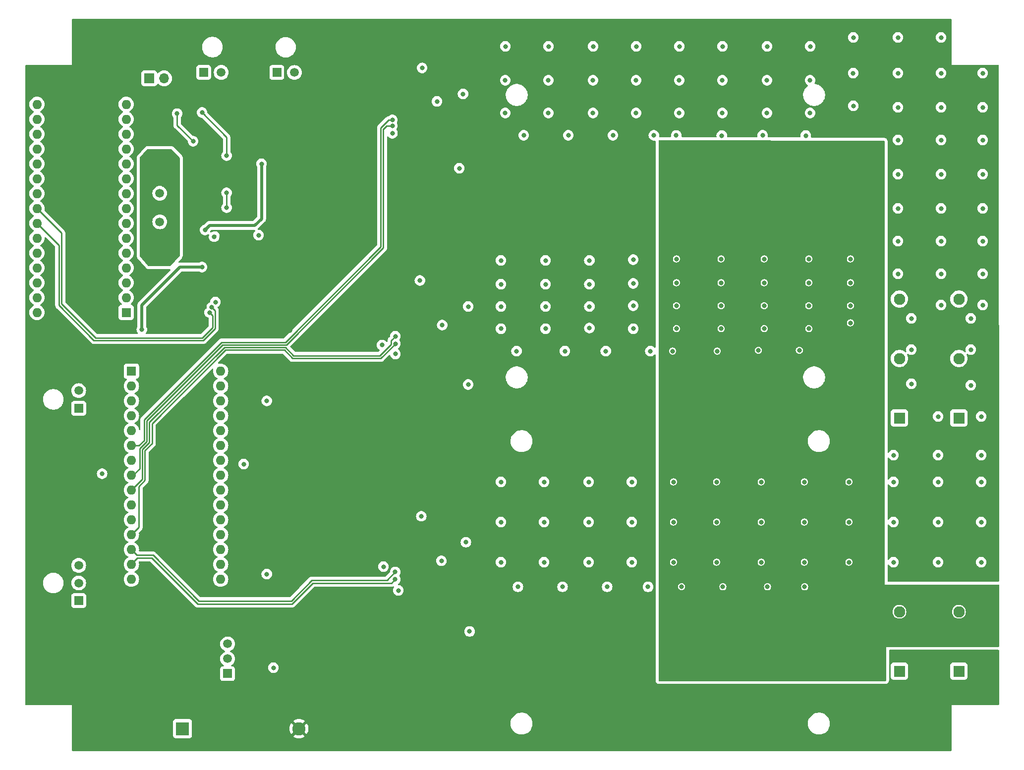
<source format=gbr>
%TF.GenerationSoftware,KiCad,Pcbnew,8.0.6*%
%TF.CreationDate,2025-02-10T16:04:45-08:00*%
%TF.ProjectId,Urban MC,55726261-6e20-44d4-932e-6b696361645f,rev?*%
%TF.SameCoordinates,Original*%
%TF.FileFunction,Copper,L4,Bot*%
%TF.FilePolarity,Positive*%
%FSLAX46Y46*%
G04 Gerber Fmt 4.6, Leading zero omitted, Abs format (unit mm)*
G04 Created by KiCad (PCBNEW 8.0.6) date 2025-02-10 16:04:45*
%MOMM*%
%LPD*%
G01*
G04 APERTURE LIST*
%TA.AperFunction,ComponentPad*%
%ADD10R,1.600000X1.600000*%
%TD*%
%TA.AperFunction,ComponentPad*%
%ADD11O,1.600000X1.600000*%
%TD*%
%TA.AperFunction,ComponentPad*%
%ADD12R,1.520000X1.520000*%
%TD*%
%TA.AperFunction,ComponentPad*%
%ADD13C,1.520000*%
%TD*%
%TA.AperFunction,ComponentPad*%
%ADD14C,1.500000*%
%TD*%
%TA.AperFunction,ComponentPad*%
%ADD15R,1.950000X1.950000*%
%TD*%
%TA.AperFunction,ComponentPad*%
%ADD16C,1.950000*%
%TD*%
%TA.AperFunction,ComponentPad*%
%ADD17R,1.700000X1.700000*%
%TD*%
%TA.AperFunction,ComponentPad*%
%ADD18O,1.700000X1.700000*%
%TD*%
%TA.AperFunction,ComponentPad*%
%ADD19R,2.250000X2.250000*%
%TD*%
%TA.AperFunction,ComponentPad*%
%ADD20C,2.250000*%
%TD*%
%TA.AperFunction,ComponentPad*%
%ADD21R,1.508000X1.508000*%
%TD*%
%TA.AperFunction,ComponentPad*%
%ADD22C,1.508000*%
%TD*%
%TA.AperFunction,ViaPad*%
%ADD23C,0.800000*%
%TD*%
%TA.AperFunction,Conductor*%
%ADD24C,0.250000*%
%TD*%
%TA.AperFunction,Conductor*%
%ADD25C,0.508000*%
%TD*%
G04 APERTURE END LIST*
D10*
%TO.P,A2-CAN,1,D1/TX*%
%TO.N,unconnected-(A2-D1{slash}TX-Pad1)*%
X109982000Y-78740000D03*
D11*
%TO.P,A2-CAN,2,D0/RX*%
%TO.N,unconnected-(A2-D0{slash}RX-Pad2)*%
X109982000Y-76200000D03*
%TO.P,A2-CAN,3,~{RESET}*%
%TO.N,unconnected-(A2-~{RESET}-Pad3)*%
X109982000Y-73660000D03*
%TO.P,A2-CAN,4,GND*%
%TO.N,GND*%
X109982000Y-71120000D03*
%TO.P,A2-CAN,5,D2*%
%TO.N,unconnected-(A2-D2-Pad5)*%
X109982000Y-68580000D03*
%TO.P,A2-CAN,6,D3*%
%TO.N,unconnected-(A2-D3-Pad6)*%
X109982000Y-66040000D03*
%TO.P,A2-CAN,7,D4*%
%TO.N,unconnected-(A2-D4-Pad7)*%
X109982000Y-63500000D03*
%TO.P,A2-CAN,8,D5*%
%TO.N,unconnected-(A2-D5-Pad8)*%
X109982000Y-60960000D03*
%TO.P,A2-CAN,9,D6*%
%TO.N,unconnected-(A2-D6-Pad9)*%
X109982000Y-58420000D03*
%TO.P,A2-CAN,10,D7*%
%TO.N,unconnected-(A2-D7-Pad10)*%
X109982000Y-55880000D03*
%TO.P,A2-CAN,11,D8*%
%TO.N,unconnected-(A2-D8-Pad11)*%
X109982000Y-53340000D03*
%TO.P,A2-CAN,12,D9*%
%TO.N,unconnected-(A2-D9-Pad12)*%
X109982000Y-50800000D03*
%TO.P,A2-CAN,13,D10*%
%TO.N,CS*%
X109982000Y-48260000D03*
%TO.P,A2-CAN,14,D11*%
%TO.N,SI*%
X109982000Y-45720000D03*
%TO.P,A2-CAN,15,D12*%
%TO.N,SO*%
X109982000Y-43180000D03*
%TO.P,A2-CAN,16,D13*%
%TO.N,SCK*%
X94742000Y-43180000D03*
%TO.P,A2-CAN,17,3V3*%
%TO.N,unconnected-(A2-3V3-Pad17)*%
X94742000Y-45720000D03*
%TO.P,A2-CAN,18,AREF*%
%TO.N,unconnected-(A2-AREF-Pad18)*%
X94742000Y-48260000D03*
%TO.P,A2-CAN,19,A0*%
%TO.N,unconnected-(A2-A0-Pad19)*%
X94742000Y-50800000D03*
%TO.P,A2-CAN,20,A1*%
%TO.N,unconnected-(A2-A1-Pad20)*%
X94742000Y-53340000D03*
%TO.P,A2-CAN,21,A2*%
%TO.N,unconnected-(A2-A2-Pad21)*%
X94742000Y-55880000D03*
%TO.P,A2-CAN,22,A3*%
%TO.N,unconnected-(A2-A3-Pad22)*%
X94742000Y-58420000D03*
%TO.P,A2-CAN,23,A4*%
%TO.N,/A4*%
X94742000Y-60960000D03*
%TO.P,A2-CAN,24,A5*%
%TO.N,/A5*%
X94742000Y-63500000D03*
%TO.P,A2-CAN,25,A6*%
%TO.N,unconnected-(A2-A6-Pad25)*%
X94742000Y-66040000D03*
%TO.P,A2-CAN,26,A7*%
%TO.N,unconnected-(A2-A7-Pad26)*%
X94742000Y-68580000D03*
%TO.P,A2-CAN,27,+5V*%
%TO.N,+5V*%
X94742000Y-71120000D03*
%TO.P,A2-CAN,28,~{RESET}*%
%TO.N,unconnected-(A2-~{RESET}-Pad28)*%
X94742000Y-73660000D03*
%TO.P,A2-CAN,29,GND*%
%TO.N,GND*%
X94742000Y-76200000D03*
%TO.P,A2-CAN,30,VIN*%
%TO.N,+12V*%
X94742000Y-78740000D03*
%TD*%
D10*
%TO.P,A1-Motor Control,1,D1/TX*%
%TO.N,unconnected-(A1-D1{slash}TX-Pad1)*%
X110871000Y-88773000D03*
D11*
%TO.P,A1-Motor Control,2,D0/RX*%
%TO.N,unconnected-(A1-D0{slash}RX-Pad2)*%
X110871000Y-91313000D03*
%TO.P,A1-Motor Control,3,~{RESET}*%
%TO.N,unconnected-(A1-~{RESET}-Pad3)*%
X110871000Y-93853000D03*
%TO.P,A1-Motor Control,4,GND*%
%TO.N,GND*%
X110871000Y-96393000D03*
%TO.P,A1-Motor Control,5,D2*%
%TO.N,unconnected-(A1-D2-Pad5)*%
X110871000Y-98933000D03*
%TO.P,A1-Motor Control,6,D3*%
%TO.N,Net-(A1-D3)*%
X110871000Y-101473000D03*
%TO.P,A1-Motor Control,7,D4*%
%TO.N,unconnected-(A1-D4-Pad7)*%
X110871000Y-104013000D03*
%TO.P,A1-Motor Control,8,D5*%
%TO.N,Net-(A1-D5)*%
X110871000Y-106553000D03*
%TO.P,A1-Motor Control,9,D6*%
%TO.N,Net-(A1-D6)*%
X110871000Y-109093000D03*
%TO.P,A1-Motor Control,10,D7*%
%TO.N,Net-(A1-D7)*%
X110871000Y-111633000D03*
%TO.P,A1-Motor Control,11,D8*%
%TO.N,unconnected-(A1-D8-Pad11)*%
X110871000Y-114173000D03*
%TO.P,A1-Motor Control,12,D9*%
%TO.N,Net-(A1-D9)*%
X110871000Y-116713000D03*
%TO.P,A1-Motor Control,13,D10*%
%TO.N,Net-(A1-D10)*%
X110871000Y-119253000D03*
%TO.P,A1-Motor Control,14,D11*%
%TO.N,Net-(A1-D11)*%
X110871000Y-121793000D03*
%TO.P,A1-Motor Control,15,D12*%
%TO.N,unconnected-(A1-D12-Pad15)*%
X110871000Y-124333000D03*
%TO.P,A1-Motor Control,16,D13*%
%TO.N,unconnected-(A1-D13-Pad16)*%
X126111000Y-124333000D03*
%TO.P,A1-Motor Control,17,3V3*%
%TO.N,unconnected-(A1-3V3-Pad17)*%
X126111000Y-121793000D03*
%TO.P,A1-Motor Control,18,AREF*%
%TO.N,unconnected-(A1-AREF-Pad18)*%
X126111000Y-119253000D03*
%TO.P,A1-Motor Control,19,A0*%
%TO.N,unconnected-(A1-A0-Pad19)*%
X126111000Y-116713000D03*
%TO.P,A1-Motor Control,20,A1*%
%TO.N,/HALL C*%
X126111000Y-114173000D03*
%TO.P,A1-Motor Control,21,A2*%
%TO.N,/HALL B*%
X126111000Y-111633000D03*
%TO.P,A1-Motor Control,22,A3*%
%TO.N,/HALL A*%
X126111000Y-109093000D03*
%TO.P,A1-Motor Control,23,A4*%
%TO.N,/THROTTLE*%
X126111000Y-106553000D03*
%TO.P,A1-Motor Control,24,A5*%
%TO.N,unconnected-(A1-A5-Pad24)*%
X126111000Y-104013000D03*
%TO.P,A1-Motor Control,25,A6*%
%TO.N,unconnected-(A1-A6-Pad25)*%
X126111000Y-101473000D03*
%TO.P,A1-Motor Control,26,A7*%
%TO.N,unconnected-(A1-A7-Pad26)*%
X126111000Y-98933000D03*
%TO.P,A1-Motor Control,27,+5V*%
%TO.N,unconnected-(A1-+5V-Pad27)*%
X126111000Y-96393000D03*
%TO.P,A1-Motor Control,28,~{RESET}*%
%TO.N,unconnected-(A1-~{RESET}-Pad28)*%
X126111000Y-93853000D03*
%TO.P,A1-Motor Control,29,GND*%
%TO.N,GND*%
X126111000Y-91313000D03*
%TO.P,A1-Motor Control,30,VIN*%
%TO.N,+12V*%
X126111000Y-88773000D03*
%TD*%
D12*
%TO.P,HallConnectors1,1,Pin_1*%
%TO.N,/HALL C*%
X101855999Y-127967999D03*
D13*
%TO.P,HallConnectors1,2,Pin_2*%
%TO.N,/HALL B*%
X101855999Y-124968000D03*
%TO.P,HallConnectors1,3,Pin_3*%
%TO.N,/HALL A*%
X101855999Y-121968001D03*
%TD*%
D14*
%TO.P,Y1,1,1*%
%TO.N,C+*%
X115697000Y-58383000D03*
%TO.P,Y1,2,2*%
%TO.N,C-*%
X115697000Y-63263000D03*
%TD*%
D15*
%TO.P,J4,1_1*%
%TO.N,N/C*%
X242062000Y-140047500D03*
D16*
%TO.P,J4,2_1*%
X242062000Y-129887500D03*
D15*
%TO.P,J4,1_2*%
X252222000Y-140047500D03*
D16*
%TO.P,J4,2_2*%
X252222000Y-129887500D03*
%TD*%
D17*
%TO.P,SW1,1*%
%TO.N,Net-(R1-Pad2)*%
X113916577Y-38750639D03*
D18*
%TO.P,SW1,2*%
%TO.N,Net-(J1-Pin_1)*%
X116456577Y-38750639D03*
%TD*%
D12*
%TO.P,J1,1,Pin_1*%
%TO.N,Net-(J1-Pin_1)*%
X123216425Y-37725788D03*
D13*
%TO.P,J1,2,Pin_2*%
%TO.N,/CAN LOW*%
X126216424Y-37725788D03*
%TD*%
D15*
%TO.P,J3,1_1*%
%TO.N,N/C*%
X242062000Y-96774000D03*
D16*
%TO.P,J3,2_1*%
X242062000Y-86614000D03*
%TO.P,J3,3_1*%
X242062000Y-76454000D03*
D15*
%TO.P,J3,1_2*%
X252222000Y-96774000D03*
D16*
%TO.P,J3,2_2*%
X252222000Y-86614000D03*
%TO.P,J3,3_2*%
X252222000Y-76454000D03*
%TD*%
D12*
%TO.P,J2,1,Pin_1*%
%TO.N,/CAN HIGH*%
X135709506Y-37739236D03*
D13*
%TO.P,J2,2,Pin_2*%
%TO.N,/CAN LOW*%
X138709505Y-37739236D03*
%TD*%
D12*
%TO.P,HallPowerInput1,1,Pin_1*%
%TO.N,+5V*%
X101855999Y-95099000D03*
D13*
%TO.P,HallPowerInput1,2,Pin_2*%
%TO.N,GND*%
X101855999Y-92099001D03*
%TD*%
D19*
%TO.P,D4,C*%
%TO.N,Net-(U4-VIN)*%
X119590000Y-149860000D03*
D20*
%TO.P,D4,A*%
%TO.N,+48V*%
X139490000Y-149860000D03*
%TD*%
D21*
%TO.P,U4,1,VIN*%
%TO.N,Net-(U4-VIN)*%
X127290000Y-140458000D03*
D22*
%TO.P,U4,2,GND*%
%TO.N,GND*%
X127290000Y-137918000D03*
%TO.P,U4,3,VOUT*%
%TO.N,+12V*%
X127290000Y-135378000D03*
%TD*%
D23*
%TO.N,GND*%
X229616000Y-64897000D03*
X202946000Y-64897000D03*
X222631000Y-90805000D03*
X215138000Y-129032000D03*
X249174000Y-134620000D03*
X155956000Y-85842000D03*
X236220000Y-60579000D03*
X256286000Y-134620000D03*
X215646000Y-60579000D03*
X249174000Y-126238000D03*
X215265000Y-95123000D03*
X132588000Y-65532000D03*
X256286000Y-126238000D03*
X155458000Y-48133000D03*
X208661000Y-90805000D03*
X202151524Y-52029466D03*
X156464000Y-126238000D03*
X230251000Y-90805000D03*
X236220000Y-55753000D03*
X230251000Y-95123000D03*
X215646000Y-55753000D03*
X202819000Y-90805000D03*
X229583524Y-52029466D03*
X209042000Y-136652000D03*
X235966000Y-129032000D03*
X209296000Y-64897000D03*
X221742000Y-140716000D03*
X113615685Y-64279763D03*
X236220000Y-64897000D03*
X208661000Y-95123000D03*
X202819000Y-99187000D03*
X237617000Y-95123000D03*
X209042000Y-140716000D03*
X222471524Y-52029466D03*
X235966000Y-140716000D03*
X230251000Y-99187000D03*
X201930000Y-129032000D03*
X215613524Y-52029466D03*
X105862500Y-106299000D03*
X130048000Y-104648000D03*
X229108000Y-136652000D03*
X235966000Y-136652000D03*
X222504000Y-64897000D03*
X209296000Y-55753000D03*
X215265000Y-90805000D03*
X215265000Y-99187000D03*
X202692000Y-140716000D03*
X202819000Y-95123000D03*
X202946000Y-60579000D03*
X208661000Y-99187000D03*
X229108000Y-132842000D03*
X221742000Y-132842000D03*
X221742000Y-129032000D03*
X215138000Y-140716000D03*
X209042000Y-129032000D03*
X113558238Y-57644743D03*
X215646000Y-64897000D03*
X117602000Y-64222317D03*
X202692000Y-136652000D03*
X242062000Y-126238000D03*
X209296000Y-60579000D03*
X202692000Y-132842000D03*
X222631000Y-99187000D03*
X135128000Y-139446000D03*
X236187524Y-52705000D03*
X229616000Y-60579000D03*
X202946000Y-55753000D03*
X125222000Y-76962000D03*
X237617000Y-99187000D03*
X222631000Y-95123000D03*
X229108000Y-140716000D03*
X221742000Y-136652000D03*
X235966000Y-132842000D03*
X222504000Y-60579000D03*
X209263524Y-52029466D03*
X117602000Y-57658000D03*
X256286000Y-130302000D03*
X229108000Y-129032000D03*
X209042000Y-132842000D03*
X222504000Y-55753000D03*
X124989500Y-65807500D03*
X215138000Y-136652000D03*
X237617000Y-90805000D03*
X249174000Y-130302000D03*
X215138000Y-132842000D03*
X242316000Y-134620000D03*
X229616000Y-55753000D03*
%TO.N,+5V*%
X122936000Y-70993000D03*
X112649000Y-81661000D03*
X123444000Y-64643000D03*
X133096000Y-53340000D03*
%TO.N,Net-(A1-D10)*%
X155937643Y-123088967D03*
%TO.N,Net-(A1-D9)*%
X155956000Y-84074000D03*
%TO.N,+12V*%
X133985000Y-123444000D03*
X153670000Y-84318000D03*
X133985000Y-93853000D03*
X153924000Y-122174000D03*
%TO.N,Net-(A1-D6)*%
X155956000Y-82804000D03*
%TO.N,Net-(A1-D11)*%
X155937643Y-124358967D03*
%TO.N,Net-(A1-D5)*%
X155448000Y-46863000D03*
%TO.N,Net-(A1-D3)*%
X155448000Y-45847000D03*
%TO.N,SCK*%
X127127000Y-51943000D03*
X122936000Y-44577000D03*
%TO.N,/A5*%
X124594328Y-77832310D03*
%TO.N,SO*%
X121412000Y-49493000D03*
X118681500Y-44767500D03*
%TO.N,/A4*%
X124229315Y-78763315D03*
%TO.N,Net-(G1-VB)*%
X163068000Y-42682000D03*
X160528000Y-36967000D03*
%TO.N,+48V*%
X166370000Y-104648000D03*
X197612000Y-148082000D03*
X151384000Y-113284000D03*
X159004000Y-100584000D03*
X197612000Y-143764000D03*
X140462000Y-137922000D03*
X178054000Y-146685000D03*
X197612000Y-152146000D03*
X164846000Y-139446000D03*
X137922000Y-130556000D03*
X137922000Y-69850000D03*
X178054000Y-135382000D03*
X171196000Y-152146000D03*
X144526000Y-121920000D03*
X151384000Y-65786000D03*
X171196000Y-143764000D03*
X223012000Y-148082000D03*
X151384000Y-87630000D03*
X248158000Y-148082000D03*
X235966000Y-143764000D03*
X188468000Y-94742000D03*
X188468000Y-90678000D03*
X197612000Y-139446000D03*
X151384000Y-121920000D03*
X144526000Y-130556000D03*
X137922000Y-146304000D03*
X163322000Y-69596000D03*
X188468000Y-98806000D03*
X178054000Y-130810000D03*
X151384000Y-83566000D03*
X137922000Y-126238000D03*
X137922000Y-65786000D03*
X149098000Y-69850000D03*
X235966000Y-152146000D03*
X184658000Y-152146000D03*
X144526000Y-117856000D03*
X196596000Y-60579000D03*
X151384000Y-148082000D03*
X164846000Y-143764000D03*
X229870000Y-147193000D03*
X178054000Y-139446000D03*
X178054000Y-143764000D03*
X137922000Y-74168000D03*
X195834000Y-98806000D03*
X144526000Y-96266000D03*
X137922000Y-141478000D03*
X137922000Y-108966000D03*
X189992000Y-60579000D03*
X144526000Y-65786000D03*
X151384000Y-78486000D03*
X184658000Y-139446000D03*
X166370000Y-100584000D03*
X151384000Y-100584000D03*
X137922000Y-100584000D03*
X144526000Y-104648000D03*
X171196000Y-148082000D03*
X197612000Y-135382000D03*
X164846000Y-148082000D03*
X254762000Y-138176000D03*
X180848000Y-90678000D03*
X210566000Y-143764000D03*
X248158000Y-143510000D03*
X151384000Y-126238000D03*
X176530000Y-60579000D03*
X195834000Y-90678000D03*
X137922000Y-96266000D03*
X163322000Y-60960000D03*
X144526000Y-148082000D03*
X137922000Y-121920000D03*
X223012000Y-152146000D03*
X151384000Y-108966000D03*
X216662000Y-143764000D03*
X137922000Y-61214000D03*
X144526000Y-69850000D03*
X210566000Y-152146000D03*
X170180000Y-69596000D03*
X235966000Y-148082000D03*
X137922000Y-78486000D03*
X191516000Y-130810000D03*
X180848000Y-94742000D03*
X183134000Y-60579000D03*
X144526000Y-91948000D03*
X163322000Y-74168000D03*
X191516000Y-139446000D03*
X166370000Y-108966000D03*
X191516000Y-152146000D03*
X157988000Y-143764000D03*
X196563524Y-52029466D03*
X248158000Y-152146000D03*
X164846000Y-152146000D03*
X210566000Y-148082000D03*
X137922000Y-117856000D03*
X151384000Y-139446000D03*
X191516000Y-143764000D03*
X203708000Y-148082000D03*
X151384000Y-74168000D03*
X170180000Y-74168000D03*
X171196000Y-139446000D03*
X254762000Y-143510000D03*
X137922000Y-91948000D03*
X144526000Y-74168000D03*
X151384000Y-130556000D03*
X197612000Y-130810000D03*
X137922000Y-113284000D03*
X163322000Y-65532000D03*
X140462000Y-134366000D03*
X144526000Y-126238000D03*
X183101524Y-52029466D03*
X184658000Y-143764000D03*
X184658000Y-130810000D03*
X171196000Y-130810000D03*
X164846000Y-135636000D03*
X171196000Y-135382000D03*
X144526000Y-108966000D03*
X191516000Y-148082000D03*
X195834000Y-94742000D03*
X137922000Y-87630000D03*
X189992000Y-64643000D03*
X144526000Y-152146000D03*
X159004000Y-104648000D03*
X248158000Y-138430000D03*
X196596000Y-64643000D03*
X189959524Y-52029466D03*
X144526000Y-83566000D03*
X191516000Y-135382000D03*
X151384000Y-91948000D03*
X178054000Y-152146000D03*
X151384000Y-117856000D03*
X151384000Y-61214000D03*
X183134000Y-64643000D03*
X203708000Y-143764000D03*
X157988000Y-135636000D03*
X144526000Y-78486000D03*
X184658000Y-148082000D03*
X180848000Y-98806000D03*
X170180000Y-65532000D03*
X176530000Y-56007000D03*
X189992000Y-56007000D03*
X242062000Y-143510000D03*
X173228000Y-98806000D03*
X176530000Y-64643000D03*
X196596000Y-56007000D03*
X144526000Y-100584000D03*
X138176000Y-152400000D03*
X183134000Y-56007000D03*
X242062000Y-148082000D03*
X144526000Y-113284000D03*
X229870000Y-152146000D03*
X156718000Y-69596000D03*
X157988000Y-152146000D03*
X137922000Y-104648000D03*
X137922000Y-81788000D03*
X151384000Y-143764000D03*
X176497524Y-52029466D03*
X173228000Y-94742000D03*
X157988000Y-139446000D03*
X156718000Y-65532000D03*
X216662000Y-148082000D03*
X151384000Y-152146000D03*
X170180000Y-60960000D03*
X184658000Y-135382000D03*
X216662000Y-152146000D03*
X173228000Y-90678000D03*
X144526000Y-61214000D03*
X229870000Y-143764000D03*
X203708000Y-152146000D03*
X151384000Y-104648000D03*
X157988000Y-148082000D03*
X144526000Y-143764000D03*
X223012000Y-143764000D03*
X144526000Y-87630000D03*
X151384000Y-135636000D03*
X144526000Y-135636000D03*
X144526000Y-139446000D03*
X242062000Y-152146000D03*
X156718000Y-60960000D03*
X159004000Y-108966000D03*
X151384000Y-96266000D03*
%TO.N,/PHASE 1 OUTPUT*%
X249174000Y-60960000D03*
X211803524Y-39075466D03*
X182085524Y-44663466D03*
X241808000Y-31750000D03*
X249174000Y-43688000D03*
X174719524Y-44663466D03*
X249174000Y-77470000D03*
X211803524Y-44663466D03*
X249174000Y-49276000D03*
X256286000Y-72136000D03*
X234188000Y-31750000D03*
X189705524Y-39075466D03*
X256286000Y-66548000D03*
X234188000Y-43434000D03*
X241808000Y-55118000D03*
X226789524Y-44663466D03*
X241808000Y-60960000D03*
X256286000Y-60960000D03*
X241808000Y-37846000D03*
X234155524Y-37846000D03*
X241808000Y-72136000D03*
X226789524Y-39075466D03*
X204437524Y-44663466D03*
X197104000Y-33274000D03*
X197071524Y-44663466D03*
X204437524Y-39075466D03*
X241808000Y-66548000D03*
X249174000Y-31750000D03*
X182085524Y-39075466D03*
X249174000Y-72136000D03*
X249174000Y-66548000D03*
X219423524Y-39075466D03*
X219423524Y-44663466D03*
X226822000Y-33274000D03*
X256286000Y-55118000D03*
X182118000Y-33274000D03*
X219456000Y-33274000D03*
X241808000Y-49276000D03*
X211836000Y-33274000D03*
X256286000Y-43688000D03*
X249174000Y-37846000D03*
X174752000Y-33274000D03*
X189738000Y-33274000D03*
X174719524Y-39075466D03*
X256286000Y-77470000D03*
X204470000Y-33274000D03*
X241808000Y-43688000D03*
X197071524Y-39075466D03*
X256286000Y-37846000D03*
X256286000Y-49276000D03*
X249174000Y-55118000D03*
X189705524Y-44663466D03*
%TO.N,Net-(G2-VB)*%
X163957000Y-80899000D03*
X160147000Y-73279000D03*
%TO.N,/PHASE 2 OUTPUT*%
X254254000Y-85090000D03*
X254254000Y-91186000D03*
X189103000Y-73914000D03*
X203962000Y-69596000D03*
X196596000Y-69723000D03*
X218948000Y-77597000D03*
X244094000Y-90932000D03*
X196596000Y-77597000D03*
X203962000Y-77597000D03*
X173990000Y-69850000D03*
X218948000Y-73660000D03*
X189103000Y-81407000D03*
X226568000Y-77597000D03*
X218948000Y-69596000D03*
X203962000Y-81524000D03*
X233680000Y-73660000D03*
X226568000Y-81524000D03*
X181610000Y-69850000D03*
X196596000Y-81524000D03*
X254254000Y-79756000D03*
X233680000Y-77597000D03*
X181610000Y-73914000D03*
X173990000Y-73914000D03*
X211582000Y-81524000D03*
X173990000Y-81524000D03*
X244094000Y-85090000D03*
X233680000Y-69596000D03*
X211582000Y-69596000D03*
X189103000Y-69850000D03*
X226568000Y-69596000D03*
X181610000Y-77724000D03*
X173990000Y-77724000D03*
X218948000Y-81524000D03*
X196596000Y-73787000D03*
X244094000Y-79756000D03*
X211582000Y-77597000D03*
X189103000Y-77724000D03*
X226568000Y-73660000D03*
X233680000Y-80518000D03*
X203962000Y-73660000D03*
X181610000Y-81524000D03*
X211582000Y-73660000D03*
%TO.N,Net-(G3-VB)*%
X160382643Y-113563967D03*
X163822643Y-121183967D03*
%TO.N,/PHASE 3 OUTPUT*%
X256032000Y-121412000D03*
X233426000Y-121412000D03*
X203454000Y-114554000D03*
X196342000Y-107696000D03*
X173990000Y-114554000D03*
X173990000Y-121412000D03*
X188976000Y-107696000D03*
X225806000Y-121412000D03*
X256032000Y-107696000D03*
X256032000Y-96520000D03*
X210820000Y-107696000D03*
X196342000Y-114554000D03*
X181356000Y-121412000D03*
X256032000Y-114554000D03*
X181356000Y-107696000D03*
X225806000Y-107696000D03*
X248666000Y-107696000D03*
X256032000Y-103124000D03*
X218440000Y-107696000D03*
X241046000Y-103124000D03*
X218440000Y-114554000D03*
X188976000Y-114554000D03*
X173990000Y-107696000D03*
X196342000Y-121412000D03*
X210820000Y-114554000D03*
X203454000Y-107696000D03*
X203454000Y-121412000D03*
X218440000Y-121412000D03*
X225806000Y-114554000D03*
X241046000Y-114554000D03*
X248666000Y-103124000D03*
X248666000Y-121412000D03*
X241046000Y-121412000D03*
X188976000Y-121412000D03*
X233426000Y-114554000D03*
X181356000Y-114554000D03*
X248666000Y-96520000D03*
X241046000Y-107696000D03*
X248666000Y-114554000D03*
X210820000Y-121412000D03*
X233426000Y-107696000D03*
%TO.N,Net-(Q1-GATE)*%
X177884524Y-48473466D03*
X167513000Y-41402000D03*
X193124524Y-48473466D03*
X185504524Y-48473466D03*
X200109524Y-48473466D03*
%TO.N,Net-(Q5-GATE)*%
X166878000Y-54102000D03*
X226060000Y-48514000D03*
X211709000Y-48514000D03*
X218694000Y-48473466D03*
X203941733Y-48493733D03*
%TO.N,Net-(Q10-GATE)*%
X199517000Y-85344000D03*
X168402000Y-77724000D03*
X191897000Y-85344000D03*
X184912000Y-85344000D03*
X176657000Y-85344000D03*
%TO.N,Net-(Q17-GATE)*%
X168002643Y-118008967D03*
X184512643Y-125628967D03*
X176892643Y-125628967D03*
X199117643Y-125628967D03*
X192132643Y-125628967D03*
%TO.N,Net-(Q13-GATE)*%
X168402000Y-91059000D03*
X224956484Y-85217324D03*
X217971484Y-85217324D03*
X210947000Y-85344000D03*
X203327000Y-85344000D03*
%TO.N,Net-(Q21-GATE)*%
X211905119Y-125628967D03*
X225875119Y-125628967D03*
X204851000Y-125603000D03*
X219525119Y-125628967D03*
X168637643Y-133248967D03*
%TO.N,Net-(U1-TXD)*%
X127127000Y-60833000D03*
X127127000Y-58293000D03*
%TD*%
D24*
%TO.N,GND*%
X125265000Y-65532000D02*
X124989500Y-65807500D01*
D25*
%TO.N,+5V*%
X133096000Y-53340000D02*
X133096000Y-62738000D01*
X119126000Y-70993000D02*
X112649000Y-77470000D01*
X131953000Y-63881000D02*
X124206000Y-63881000D01*
X124206000Y-63881000D02*
X123444000Y-64643000D01*
X133096000Y-62738000D02*
X131953000Y-63881000D01*
X112649000Y-77470000D02*
X112649000Y-81661000D01*
X122936000Y-70993000D02*
X119126000Y-70993000D01*
D24*
%TO.N,Net-(A1-D10)*%
X154508610Y-124518000D02*
X141674000Y-124518000D01*
X111818000Y-120200000D02*
X110871000Y-119253000D01*
X155937643Y-123088967D02*
X154508610Y-124518000D01*
X122370000Y-128016000D02*
X114554000Y-120200000D01*
X138176000Y-128016000D02*
X122370000Y-128016000D01*
X141674000Y-124518000D02*
X138176000Y-128016000D01*
X114554000Y-120200000D02*
X111818000Y-120200000D01*
%TO.N,Net-(A1-D9)*%
X136984604Y-85170000D02*
X126921396Y-85170000D01*
X114380000Y-101143188D02*
X113168000Y-102355188D01*
X126921396Y-85170000D02*
X114380000Y-97711396D01*
X113168000Y-107432396D02*
X112141000Y-108459396D01*
X138370604Y-86556000D02*
X136984604Y-85170000D01*
X112141000Y-115443000D02*
X110871000Y-116713000D01*
X155956000Y-84074000D02*
X153474000Y-86556000D01*
X114380000Y-97711396D02*
X114380000Y-101143188D01*
X113168000Y-102355188D02*
X113168000Y-107432396D01*
X112141000Y-108459396D02*
X112141000Y-115443000D01*
X153474000Y-86556000D02*
X138370604Y-86556000D01*
%TO.N,Net-(A1-D6)*%
X126735000Y-84720000D02*
X137171000Y-84720000D01*
X155231000Y-84162604D02*
X155231000Y-83529000D01*
X112718000Y-107246000D02*
X112718000Y-102168792D01*
X137171000Y-84720000D02*
X138557000Y-86106000D01*
X138557000Y-86106000D02*
X153287604Y-86106000D01*
X112718000Y-102168792D02*
X113930000Y-100956792D01*
X155231000Y-83529000D02*
X155956000Y-82804000D01*
X110871000Y-109093000D02*
X112718000Y-107246000D01*
X113930000Y-97525000D02*
X126735000Y-84720000D01*
X113930000Y-100956792D02*
X113930000Y-97525000D01*
X153287604Y-86106000D02*
X155231000Y-84162604D01*
%TO.N,Net-(A1-D11)*%
X155328610Y-124968000D02*
X141860396Y-124968000D01*
X122174000Y-128524000D02*
X114300000Y-120650000D01*
X141860396Y-124968000D02*
X138304396Y-128524000D01*
X110871000Y-121666000D02*
X110871000Y-121793000D01*
X138304396Y-128524000D02*
X122174000Y-128524000D01*
X111887000Y-120650000D02*
X110871000Y-121666000D01*
X155937643Y-124358967D02*
X155328610Y-124968000D01*
X114300000Y-120650000D02*
X111887000Y-120650000D01*
%TO.N,Net-(A1-D5)*%
X154442000Y-46863000D02*
X153966476Y-47338524D01*
X126424396Y-84270000D02*
X113480000Y-97214396D01*
X113480000Y-97214396D02*
X113480000Y-100770396D01*
X153966476Y-47338524D02*
X153908476Y-47396524D01*
X111125000Y-106553000D02*
X110871000Y-106553000D01*
X153908476Y-47396524D02*
X153908476Y-67698615D01*
X112268000Y-101982396D02*
X112268000Y-105410000D01*
X137337091Y-84270000D02*
X126424396Y-84270000D01*
X155448000Y-46863000D02*
X154442000Y-46863000D01*
X153908476Y-67698615D02*
X137337091Y-84270000D01*
X112268000Y-105410000D02*
X111125000Y-106553000D01*
X113480000Y-100770396D02*
X112268000Y-101982396D01*
%TO.N,Net-(A1-D3)*%
X113030000Y-100584000D02*
X112141000Y-101473000D01*
X137150695Y-83820000D02*
X126238000Y-83820000D01*
X153458476Y-67512219D02*
X137150695Y-83820000D01*
X153458476Y-47210128D02*
X153458476Y-67512219D01*
X155448000Y-45847000D02*
X154821604Y-45847000D01*
X112141000Y-101473000D02*
X110871000Y-101473000D01*
X154821604Y-45847000D02*
X153458476Y-47210128D01*
X113030000Y-97028000D02*
X113030000Y-100584000D01*
X126238000Y-83820000D02*
X113030000Y-97028000D01*
%TO.N,SCK*%
X127127000Y-48768000D02*
X127127000Y-51943000D01*
X122936000Y-44577000D02*
X127127000Y-48768000D01*
%TO.N,/A5*%
X104463000Y-83508000D02*
X98483000Y-77528000D01*
X98483000Y-67241000D02*
X94742000Y-63500000D01*
X124594328Y-77832310D02*
X125164000Y-78401982D01*
X125164000Y-78401982D02*
X125164000Y-81466396D01*
X123122396Y-83508000D02*
X104463000Y-83508000D01*
X98483000Y-77528000D02*
X98483000Y-67241000D01*
X125164000Y-81466396D02*
X123122396Y-83508000D01*
%TO.N,SO*%
X118681500Y-46762500D02*
X121412000Y-49493000D01*
X118681500Y-44767500D02*
X118681500Y-46762500D01*
%TO.N,/A4*%
X104775000Y-83058000D02*
X122936000Y-83058000D01*
X124714000Y-79248000D02*
X124714000Y-81280000D01*
X98933000Y-65151000D02*
X98933000Y-77216000D01*
X98933000Y-77216000D02*
X104775000Y-83058000D01*
X124229315Y-78763315D02*
X124714000Y-79248000D01*
X122936000Y-83058000D02*
X124714000Y-81280000D01*
X94742000Y-60960000D02*
X98933000Y-65151000D01*
%TO.N,Net-(U1-TXD)*%
X127127000Y-58293000D02*
X127127000Y-60833000D01*
%TD*%
%TA.AperFunction,Conductor*%
%TO.N,GND*%
G36*
X117706404Y-50819685D02*
G01*
X117729701Y-50839057D01*
X119092336Y-52288199D01*
X119123919Y-52350521D01*
X119126000Y-52373141D01*
X119126000Y-69039442D01*
X119106315Y-69106481D01*
X119093026Y-69123645D01*
X117559426Y-70781515D01*
X117499453Y-70817361D01*
X117468400Y-70821312D01*
X113770685Y-70821312D01*
X113703646Y-70801627D01*
X113675431Y-70776701D01*
X112296746Y-69122490D01*
X112268946Y-69058389D01*
X112268000Y-69043101D01*
X112268000Y-63262997D01*
X114441723Y-63262997D01*
X114441723Y-63263002D01*
X114460793Y-63480975D01*
X114460793Y-63480979D01*
X114517422Y-63692322D01*
X114517424Y-63692326D01*
X114517425Y-63692330D01*
X114563661Y-63791484D01*
X114609897Y-63890638D01*
X114609898Y-63890639D01*
X114735402Y-64069877D01*
X114890123Y-64224598D01*
X115069361Y-64350102D01*
X115267670Y-64442575D01*
X115479023Y-64499207D01*
X115661926Y-64515208D01*
X115696998Y-64518277D01*
X115697000Y-64518277D01*
X115697002Y-64518277D01*
X115725254Y-64515805D01*
X115914977Y-64499207D01*
X116126330Y-64442575D01*
X116324639Y-64350102D01*
X116503877Y-64224598D01*
X116658598Y-64069877D01*
X116784102Y-63890639D01*
X116876575Y-63692330D01*
X116933207Y-63480977D01*
X116952277Y-63263000D01*
X116933207Y-63045023D01*
X116876575Y-62833670D01*
X116784102Y-62635362D01*
X116784100Y-62635359D01*
X116784099Y-62635357D01*
X116658599Y-62456124D01*
X116658596Y-62456121D01*
X116503877Y-62301402D01*
X116324639Y-62175898D01*
X116324640Y-62175898D01*
X116324638Y-62175897D01*
X116225484Y-62129661D01*
X116126330Y-62083425D01*
X116126326Y-62083424D01*
X116126322Y-62083422D01*
X115914977Y-62026793D01*
X115697002Y-62007723D01*
X115696998Y-62007723D01*
X115551682Y-62020436D01*
X115479023Y-62026793D01*
X115479020Y-62026793D01*
X115267677Y-62083422D01*
X115267668Y-62083426D01*
X115069361Y-62175898D01*
X115069357Y-62175900D01*
X114890121Y-62301402D01*
X114735402Y-62456121D01*
X114609900Y-62635357D01*
X114609898Y-62635361D01*
X114517426Y-62833668D01*
X114517422Y-62833677D01*
X114460793Y-63045020D01*
X114460793Y-63045024D01*
X114441723Y-63262997D01*
X112268000Y-63262997D01*
X112268000Y-58382997D01*
X114441723Y-58382997D01*
X114441723Y-58383002D01*
X114460793Y-58600975D01*
X114460793Y-58600979D01*
X114517422Y-58812322D01*
X114517424Y-58812326D01*
X114517425Y-58812330D01*
X114563661Y-58911484D01*
X114609897Y-59010638D01*
X114609898Y-59010639D01*
X114735402Y-59189877D01*
X114890123Y-59344598D01*
X115069361Y-59470102D01*
X115267670Y-59562575D01*
X115479023Y-59619207D01*
X115661926Y-59635208D01*
X115696998Y-59638277D01*
X115697000Y-59638277D01*
X115697002Y-59638277D01*
X115725254Y-59635805D01*
X115914977Y-59619207D01*
X116126330Y-59562575D01*
X116324639Y-59470102D01*
X116503877Y-59344598D01*
X116658598Y-59189877D01*
X116784102Y-59010639D01*
X116876575Y-58812330D01*
X116933207Y-58600977D01*
X116952277Y-58383000D01*
X116933207Y-58165023D01*
X116876575Y-57953670D01*
X116784102Y-57755362D01*
X116784100Y-57755359D01*
X116784099Y-57755357D01*
X116658599Y-57576124D01*
X116658596Y-57576121D01*
X116503877Y-57421402D01*
X116324639Y-57295898D01*
X116324640Y-57295898D01*
X116324638Y-57295897D01*
X116225484Y-57249661D01*
X116126330Y-57203425D01*
X116126326Y-57203424D01*
X116126322Y-57203422D01*
X115914977Y-57146793D01*
X115697002Y-57127723D01*
X115696998Y-57127723D01*
X115551682Y-57140436D01*
X115479023Y-57146793D01*
X115479020Y-57146793D01*
X115267677Y-57203422D01*
X115267668Y-57203426D01*
X115069361Y-57295898D01*
X115069357Y-57295900D01*
X114890121Y-57421402D01*
X114735402Y-57576121D01*
X114609900Y-57755357D01*
X114609898Y-57755361D01*
X114517426Y-57953668D01*
X114517422Y-57953677D01*
X114460793Y-58165020D01*
X114460793Y-58165024D01*
X114441723Y-58382997D01*
X112268000Y-58382997D01*
X112268000Y-52371308D01*
X112287685Y-52304269D01*
X112299512Y-52288713D01*
X113592000Y-50841405D01*
X113651336Y-50804514D01*
X113684488Y-50800000D01*
X117639365Y-50800000D01*
X117706404Y-50819685D01*
G37*
%TD.AperFunction*%
%TD*%
%TA.AperFunction,Conductor*%
%TO.N,+48V*%
G36*
X250895039Y-28594685D02*
G01*
X250940794Y-28647489D01*
X250952000Y-28699000D01*
X250952000Y-36449000D01*
X258939920Y-36449000D01*
X259006959Y-36468685D01*
X259052714Y-36521489D01*
X259063920Y-36572982D01*
X259076469Y-124592482D01*
X259056794Y-124659525D01*
X259003997Y-124705287D01*
X258952469Y-124716500D01*
X240151500Y-124716500D01*
X240084461Y-124696815D01*
X240038706Y-124644011D01*
X240027500Y-124592500D01*
X240027500Y-121911680D01*
X240047185Y-121844641D01*
X240099989Y-121798886D01*
X240169147Y-121788942D01*
X240232703Y-121817967D01*
X240258887Y-121849681D01*
X240313463Y-121944211D01*
X240313465Y-121944214D01*
X240440129Y-122084888D01*
X240593265Y-122196148D01*
X240593270Y-122196151D01*
X240766192Y-122273142D01*
X240766197Y-122273144D01*
X240951354Y-122312500D01*
X240951355Y-122312500D01*
X241140644Y-122312500D01*
X241140646Y-122312500D01*
X241325803Y-122273144D01*
X241498730Y-122196151D01*
X241651871Y-122084888D01*
X241778533Y-121944216D01*
X241873179Y-121780284D01*
X241931674Y-121600256D01*
X241951460Y-121412000D01*
X247760540Y-121412000D01*
X247780326Y-121600256D01*
X247780327Y-121600259D01*
X247838818Y-121780277D01*
X247838821Y-121780284D01*
X247933467Y-121944216D01*
X248001421Y-122019686D01*
X248060129Y-122084888D01*
X248213265Y-122196148D01*
X248213270Y-122196151D01*
X248386192Y-122273142D01*
X248386197Y-122273144D01*
X248571354Y-122312500D01*
X248571355Y-122312500D01*
X248760644Y-122312500D01*
X248760646Y-122312500D01*
X248945803Y-122273144D01*
X249118730Y-122196151D01*
X249271871Y-122084888D01*
X249398533Y-121944216D01*
X249493179Y-121780284D01*
X249551674Y-121600256D01*
X249571460Y-121412000D01*
X255126540Y-121412000D01*
X255146326Y-121600256D01*
X255146327Y-121600259D01*
X255204818Y-121780277D01*
X255204821Y-121780284D01*
X255299467Y-121944216D01*
X255367421Y-122019686D01*
X255426129Y-122084888D01*
X255579265Y-122196148D01*
X255579270Y-122196151D01*
X255752192Y-122273142D01*
X255752197Y-122273144D01*
X255937354Y-122312500D01*
X255937355Y-122312500D01*
X256126644Y-122312500D01*
X256126646Y-122312500D01*
X256311803Y-122273144D01*
X256484730Y-122196151D01*
X256637871Y-122084888D01*
X256764533Y-121944216D01*
X256859179Y-121780284D01*
X256917674Y-121600256D01*
X256937460Y-121412000D01*
X256917674Y-121223744D01*
X256859179Y-121043716D01*
X256764533Y-120879784D01*
X256637871Y-120739112D01*
X256637870Y-120739111D01*
X256484734Y-120627851D01*
X256484729Y-120627848D01*
X256311807Y-120550857D01*
X256311802Y-120550855D01*
X256166001Y-120519865D01*
X256126646Y-120511500D01*
X255937354Y-120511500D01*
X255904897Y-120518398D01*
X255752197Y-120550855D01*
X255752192Y-120550857D01*
X255579270Y-120627848D01*
X255579265Y-120627851D01*
X255426129Y-120739111D01*
X255299466Y-120879785D01*
X255204821Y-121043715D01*
X255204818Y-121043722D01*
X255159250Y-121183967D01*
X255146326Y-121223744D01*
X255126540Y-121412000D01*
X249571460Y-121412000D01*
X249551674Y-121223744D01*
X249493179Y-121043716D01*
X249398533Y-120879784D01*
X249271871Y-120739112D01*
X249271870Y-120739111D01*
X249118734Y-120627851D01*
X249118729Y-120627848D01*
X248945807Y-120550857D01*
X248945802Y-120550855D01*
X248800001Y-120519865D01*
X248760646Y-120511500D01*
X248571354Y-120511500D01*
X248538897Y-120518398D01*
X248386197Y-120550855D01*
X248386192Y-120550857D01*
X248213270Y-120627848D01*
X248213265Y-120627851D01*
X248060129Y-120739111D01*
X247933466Y-120879785D01*
X247838821Y-121043715D01*
X247838818Y-121043722D01*
X247793250Y-121183967D01*
X247780326Y-121223744D01*
X247760540Y-121412000D01*
X241951460Y-121412000D01*
X241931674Y-121223744D01*
X241873179Y-121043716D01*
X241778533Y-120879784D01*
X241651871Y-120739112D01*
X241651870Y-120739111D01*
X241498734Y-120627851D01*
X241498729Y-120627848D01*
X241325807Y-120550857D01*
X241325802Y-120550855D01*
X241180001Y-120519865D01*
X241140646Y-120511500D01*
X240951354Y-120511500D01*
X240918897Y-120518398D01*
X240766197Y-120550855D01*
X240766192Y-120550857D01*
X240593270Y-120627848D01*
X240593265Y-120627851D01*
X240440129Y-120739111D01*
X240313465Y-120879785D01*
X240258887Y-120974319D01*
X240208320Y-121022535D01*
X240139713Y-121035758D01*
X240074848Y-121009790D01*
X240034320Y-120952876D01*
X240027500Y-120912319D01*
X240027500Y-115053680D01*
X240047185Y-114986641D01*
X240099989Y-114940886D01*
X240169147Y-114930942D01*
X240232703Y-114959967D01*
X240258887Y-114991681D01*
X240313463Y-115086211D01*
X240313465Y-115086214D01*
X240440129Y-115226888D01*
X240593265Y-115338148D01*
X240593270Y-115338151D01*
X240766192Y-115415142D01*
X240766197Y-115415144D01*
X240951354Y-115454500D01*
X240951355Y-115454500D01*
X241140644Y-115454500D01*
X241140646Y-115454500D01*
X241325803Y-115415144D01*
X241498730Y-115338151D01*
X241651871Y-115226888D01*
X241778533Y-115086216D01*
X241873179Y-114922284D01*
X241931674Y-114742256D01*
X241951460Y-114554000D01*
X247760540Y-114554000D01*
X247780326Y-114742256D01*
X247780327Y-114742259D01*
X247838818Y-114922277D01*
X247838821Y-114922284D01*
X247933467Y-115086216D01*
X248060129Y-115226888D01*
X248213265Y-115338148D01*
X248213270Y-115338151D01*
X248386192Y-115415142D01*
X248386197Y-115415144D01*
X248571354Y-115454500D01*
X248571355Y-115454500D01*
X248760644Y-115454500D01*
X248760646Y-115454500D01*
X248945803Y-115415144D01*
X249118730Y-115338151D01*
X249271871Y-115226888D01*
X249398533Y-115086216D01*
X249493179Y-114922284D01*
X249551674Y-114742256D01*
X249571460Y-114554000D01*
X255126540Y-114554000D01*
X255146326Y-114742256D01*
X255146327Y-114742259D01*
X255204818Y-114922277D01*
X255204821Y-114922284D01*
X255299467Y-115086216D01*
X255426129Y-115226888D01*
X255579265Y-115338148D01*
X255579270Y-115338151D01*
X255752192Y-115415142D01*
X255752197Y-115415144D01*
X255937354Y-115454500D01*
X255937355Y-115454500D01*
X256126644Y-115454500D01*
X256126646Y-115454500D01*
X256311803Y-115415144D01*
X256484730Y-115338151D01*
X256637871Y-115226888D01*
X256764533Y-115086216D01*
X256859179Y-114922284D01*
X256917674Y-114742256D01*
X256937460Y-114554000D01*
X256917674Y-114365744D01*
X256859179Y-114185716D01*
X256764533Y-114021784D01*
X256637871Y-113881112D01*
X256637870Y-113881111D01*
X256484734Y-113769851D01*
X256484729Y-113769848D01*
X256311807Y-113692857D01*
X256311802Y-113692855D01*
X256166001Y-113661865D01*
X256126646Y-113653500D01*
X255937354Y-113653500D01*
X255904897Y-113660398D01*
X255752197Y-113692855D01*
X255752192Y-113692857D01*
X255579270Y-113769848D01*
X255579265Y-113769851D01*
X255426129Y-113881111D01*
X255299466Y-114021785D01*
X255204821Y-114185715D01*
X255204818Y-114185722D01*
X255152054Y-114348115D01*
X255146326Y-114365744D01*
X255126540Y-114554000D01*
X249571460Y-114554000D01*
X249551674Y-114365744D01*
X249493179Y-114185716D01*
X249398533Y-114021784D01*
X249271871Y-113881112D01*
X249271870Y-113881111D01*
X249118734Y-113769851D01*
X249118729Y-113769848D01*
X248945807Y-113692857D01*
X248945802Y-113692855D01*
X248800001Y-113661865D01*
X248760646Y-113653500D01*
X248571354Y-113653500D01*
X248538897Y-113660398D01*
X248386197Y-113692855D01*
X248386192Y-113692857D01*
X248213270Y-113769848D01*
X248213265Y-113769851D01*
X248060129Y-113881111D01*
X247933466Y-114021785D01*
X247838821Y-114185715D01*
X247838818Y-114185722D01*
X247786054Y-114348115D01*
X247780326Y-114365744D01*
X247760540Y-114554000D01*
X241951460Y-114554000D01*
X241931674Y-114365744D01*
X241873179Y-114185716D01*
X241778533Y-114021784D01*
X241651871Y-113881112D01*
X241651870Y-113881111D01*
X241498734Y-113769851D01*
X241498729Y-113769848D01*
X241325807Y-113692857D01*
X241325802Y-113692855D01*
X241180001Y-113661865D01*
X241140646Y-113653500D01*
X240951354Y-113653500D01*
X240918897Y-113660398D01*
X240766197Y-113692855D01*
X240766192Y-113692857D01*
X240593270Y-113769848D01*
X240593265Y-113769851D01*
X240440129Y-113881111D01*
X240313465Y-114021785D01*
X240258887Y-114116319D01*
X240208320Y-114164535D01*
X240139713Y-114177758D01*
X240074848Y-114151790D01*
X240034320Y-114094876D01*
X240027500Y-114054319D01*
X240027500Y-108195680D01*
X240047185Y-108128641D01*
X240099989Y-108082886D01*
X240169147Y-108072942D01*
X240232703Y-108101967D01*
X240258887Y-108133681D01*
X240313463Y-108228211D01*
X240313465Y-108228214D01*
X240440129Y-108368888D01*
X240593265Y-108480148D01*
X240593270Y-108480151D01*
X240766192Y-108557142D01*
X240766197Y-108557144D01*
X240951354Y-108596500D01*
X240951355Y-108596500D01*
X241140644Y-108596500D01*
X241140646Y-108596500D01*
X241325803Y-108557144D01*
X241498730Y-108480151D01*
X241651871Y-108368888D01*
X241778533Y-108228216D01*
X241873179Y-108064284D01*
X241931674Y-107884256D01*
X241951460Y-107696000D01*
X247760540Y-107696000D01*
X247780326Y-107884256D01*
X247780327Y-107884259D01*
X247838818Y-108064277D01*
X247838821Y-108064284D01*
X247933467Y-108228216D01*
X248060129Y-108368888D01*
X248213265Y-108480148D01*
X248213270Y-108480151D01*
X248386192Y-108557142D01*
X248386197Y-108557144D01*
X248571354Y-108596500D01*
X248571355Y-108596500D01*
X248760644Y-108596500D01*
X248760646Y-108596500D01*
X248945803Y-108557144D01*
X249118730Y-108480151D01*
X249271871Y-108368888D01*
X249398533Y-108228216D01*
X249493179Y-108064284D01*
X249551674Y-107884256D01*
X249571460Y-107696000D01*
X255126540Y-107696000D01*
X255146326Y-107884256D01*
X255146327Y-107884259D01*
X255204818Y-108064277D01*
X255204821Y-108064284D01*
X255299467Y-108228216D01*
X255426129Y-108368888D01*
X255579265Y-108480148D01*
X255579270Y-108480151D01*
X255752192Y-108557142D01*
X255752197Y-108557144D01*
X255937354Y-108596500D01*
X255937355Y-108596500D01*
X256126644Y-108596500D01*
X256126646Y-108596500D01*
X256311803Y-108557144D01*
X256484730Y-108480151D01*
X256637871Y-108368888D01*
X256764533Y-108228216D01*
X256859179Y-108064284D01*
X256917674Y-107884256D01*
X256937460Y-107696000D01*
X256917674Y-107507744D01*
X256859179Y-107327716D01*
X256764533Y-107163784D01*
X256637871Y-107023112D01*
X256605368Y-106999497D01*
X256484734Y-106911851D01*
X256484729Y-106911848D01*
X256311807Y-106834857D01*
X256311802Y-106834855D01*
X256166001Y-106803865D01*
X256126646Y-106795500D01*
X255937354Y-106795500D01*
X255904897Y-106802398D01*
X255752197Y-106834855D01*
X255752192Y-106834857D01*
X255579270Y-106911848D01*
X255579265Y-106911851D01*
X255426129Y-107023111D01*
X255299466Y-107163785D01*
X255204821Y-107327715D01*
X255204818Y-107327722D01*
X255146327Y-107507740D01*
X255146326Y-107507744D01*
X255126540Y-107696000D01*
X249571460Y-107696000D01*
X249551674Y-107507744D01*
X249493179Y-107327716D01*
X249398533Y-107163784D01*
X249271871Y-107023112D01*
X249239368Y-106999497D01*
X249118734Y-106911851D01*
X249118729Y-106911848D01*
X248945807Y-106834857D01*
X248945802Y-106834855D01*
X248800001Y-106803865D01*
X248760646Y-106795500D01*
X248571354Y-106795500D01*
X248538897Y-106802398D01*
X248386197Y-106834855D01*
X248386192Y-106834857D01*
X248213270Y-106911848D01*
X248213265Y-106911851D01*
X248060129Y-107023111D01*
X247933466Y-107163785D01*
X247838821Y-107327715D01*
X247838818Y-107327722D01*
X247780327Y-107507740D01*
X247780326Y-107507744D01*
X247760540Y-107696000D01*
X241951460Y-107696000D01*
X241931674Y-107507744D01*
X241873179Y-107327716D01*
X241778533Y-107163784D01*
X241651871Y-107023112D01*
X241619368Y-106999497D01*
X241498734Y-106911851D01*
X241498729Y-106911848D01*
X241325807Y-106834857D01*
X241325802Y-106834855D01*
X241180001Y-106803865D01*
X241140646Y-106795500D01*
X240951354Y-106795500D01*
X240918897Y-106802398D01*
X240766197Y-106834855D01*
X240766192Y-106834857D01*
X240593270Y-106911848D01*
X240593265Y-106911851D01*
X240440129Y-107023111D01*
X240313465Y-107163785D01*
X240258887Y-107258319D01*
X240208320Y-107306535D01*
X240139713Y-107319758D01*
X240074848Y-107293790D01*
X240034320Y-107236876D01*
X240027500Y-107196319D01*
X240027500Y-103623680D01*
X240047185Y-103556641D01*
X240099989Y-103510886D01*
X240169147Y-103500942D01*
X240232703Y-103529967D01*
X240258887Y-103561681D01*
X240313463Y-103656211D01*
X240313465Y-103656214D01*
X240440129Y-103796888D01*
X240593265Y-103908148D01*
X240593270Y-103908151D01*
X240766192Y-103985142D01*
X240766197Y-103985144D01*
X240951354Y-104024500D01*
X240951355Y-104024500D01*
X241140644Y-104024500D01*
X241140646Y-104024500D01*
X241325803Y-103985144D01*
X241498730Y-103908151D01*
X241651871Y-103796888D01*
X241778533Y-103656216D01*
X241873179Y-103492284D01*
X241931674Y-103312256D01*
X241951460Y-103124000D01*
X247760540Y-103124000D01*
X247780326Y-103312256D01*
X247780327Y-103312259D01*
X247838818Y-103492277D01*
X247838821Y-103492284D01*
X247933467Y-103656216D01*
X248015660Y-103747500D01*
X248060129Y-103796888D01*
X248213265Y-103908148D01*
X248213270Y-103908151D01*
X248386192Y-103985142D01*
X248386197Y-103985144D01*
X248571354Y-104024500D01*
X248571355Y-104024500D01*
X248760644Y-104024500D01*
X248760646Y-104024500D01*
X248945803Y-103985144D01*
X249118730Y-103908151D01*
X249271871Y-103796888D01*
X249398533Y-103656216D01*
X249493179Y-103492284D01*
X249551674Y-103312256D01*
X249571460Y-103124000D01*
X255126540Y-103124000D01*
X255146326Y-103312256D01*
X255146327Y-103312259D01*
X255204818Y-103492277D01*
X255204821Y-103492284D01*
X255299467Y-103656216D01*
X255381660Y-103747500D01*
X255426129Y-103796888D01*
X255579265Y-103908148D01*
X255579270Y-103908151D01*
X255752192Y-103985142D01*
X255752197Y-103985144D01*
X255937354Y-104024500D01*
X255937355Y-104024500D01*
X256126644Y-104024500D01*
X256126646Y-104024500D01*
X256311803Y-103985144D01*
X256484730Y-103908151D01*
X256637871Y-103796888D01*
X256764533Y-103656216D01*
X256859179Y-103492284D01*
X256917674Y-103312256D01*
X256937460Y-103124000D01*
X256917674Y-102935744D01*
X256859179Y-102755716D01*
X256764533Y-102591784D01*
X256637871Y-102451112D01*
X256637870Y-102451111D01*
X256484734Y-102339851D01*
X256484729Y-102339848D01*
X256311807Y-102262857D01*
X256311802Y-102262855D01*
X256166001Y-102231865D01*
X256126646Y-102223500D01*
X255937354Y-102223500D01*
X255904897Y-102230398D01*
X255752197Y-102262855D01*
X255752192Y-102262857D01*
X255579270Y-102339848D01*
X255579265Y-102339851D01*
X255426129Y-102451111D01*
X255299466Y-102591785D01*
X255204821Y-102755715D01*
X255204818Y-102755722D01*
X255163648Y-102882432D01*
X255146326Y-102935744D01*
X255126540Y-103124000D01*
X249571460Y-103124000D01*
X249551674Y-102935744D01*
X249493179Y-102755716D01*
X249398533Y-102591784D01*
X249271871Y-102451112D01*
X249271870Y-102451111D01*
X249118734Y-102339851D01*
X249118729Y-102339848D01*
X248945807Y-102262857D01*
X248945802Y-102262855D01*
X248800001Y-102231865D01*
X248760646Y-102223500D01*
X248571354Y-102223500D01*
X248538897Y-102230398D01*
X248386197Y-102262855D01*
X248386192Y-102262857D01*
X248213270Y-102339848D01*
X248213265Y-102339851D01*
X248060129Y-102451111D01*
X247933466Y-102591785D01*
X247838821Y-102755715D01*
X247838818Y-102755722D01*
X247797648Y-102882432D01*
X247780326Y-102935744D01*
X247760540Y-103124000D01*
X241951460Y-103124000D01*
X241931674Y-102935744D01*
X241873179Y-102755716D01*
X241778533Y-102591784D01*
X241651871Y-102451112D01*
X241651870Y-102451111D01*
X241498734Y-102339851D01*
X241498729Y-102339848D01*
X241325807Y-102262857D01*
X241325802Y-102262855D01*
X241180001Y-102231865D01*
X241140646Y-102223500D01*
X240951354Y-102223500D01*
X240918897Y-102230398D01*
X240766197Y-102262855D01*
X240766192Y-102262857D01*
X240593270Y-102339848D01*
X240593265Y-102339851D01*
X240440129Y-102451111D01*
X240313465Y-102591785D01*
X240258887Y-102686319D01*
X240208320Y-102734535D01*
X240139713Y-102747758D01*
X240074848Y-102721790D01*
X240034320Y-102664876D01*
X240027500Y-102624319D01*
X240027500Y-95751135D01*
X240586500Y-95751135D01*
X240586500Y-97796870D01*
X240586501Y-97796876D01*
X240592908Y-97856483D01*
X240643202Y-97991328D01*
X240643206Y-97991335D01*
X240729452Y-98106544D01*
X240729455Y-98106547D01*
X240844664Y-98192793D01*
X240844671Y-98192797D01*
X240979517Y-98243091D01*
X240979516Y-98243091D01*
X240986444Y-98243835D01*
X241039127Y-98249500D01*
X243084872Y-98249499D01*
X243144483Y-98243091D01*
X243279331Y-98192796D01*
X243394546Y-98106546D01*
X243480796Y-97991331D01*
X243531091Y-97856483D01*
X243537500Y-97796873D01*
X243537499Y-96520000D01*
X247760540Y-96520000D01*
X247780326Y-96708256D01*
X247780327Y-96708259D01*
X247838818Y-96888277D01*
X247838821Y-96888284D01*
X247933467Y-97052216D01*
X248060129Y-97192888D01*
X248213265Y-97304148D01*
X248213270Y-97304151D01*
X248386192Y-97381142D01*
X248386197Y-97381144D01*
X248571354Y-97420500D01*
X248571355Y-97420500D01*
X248760644Y-97420500D01*
X248760646Y-97420500D01*
X248945803Y-97381144D01*
X249118730Y-97304151D01*
X249271871Y-97192888D01*
X249398533Y-97052216D01*
X249493179Y-96888284D01*
X249551674Y-96708256D01*
X249571460Y-96520000D01*
X249551674Y-96331744D01*
X249493179Y-96151716D01*
X249398533Y-95987784D01*
X249271871Y-95847112D01*
X249271870Y-95847111D01*
X249139771Y-95751135D01*
X250746500Y-95751135D01*
X250746500Y-97796870D01*
X250746501Y-97796876D01*
X250752908Y-97856483D01*
X250803202Y-97991328D01*
X250803206Y-97991335D01*
X250889452Y-98106544D01*
X250889455Y-98106547D01*
X251004664Y-98192793D01*
X251004671Y-98192797D01*
X251139517Y-98243091D01*
X251139516Y-98243091D01*
X251146444Y-98243835D01*
X251199127Y-98249500D01*
X253244872Y-98249499D01*
X253304483Y-98243091D01*
X253439331Y-98192796D01*
X253554546Y-98106546D01*
X253640796Y-97991331D01*
X253691091Y-97856483D01*
X253697500Y-97796873D01*
X253697499Y-96520000D01*
X255126540Y-96520000D01*
X255146326Y-96708256D01*
X255146327Y-96708259D01*
X255204818Y-96888277D01*
X255204821Y-96888284D01*
X255299467Y-97052216D01*
X255426129Y-97192888D01*
X255579265Y-97304148D01*
X255579270Y-97304151D01*
X255752192Y-97381142D01*
X255752197Y-97381144D01*
X255937354Y-97420500D01*
X255937355Y-97420500D01*
X256126644Y-97420500D01*
X256126646Y-97420500D01*
X256311803Y-97381144D01*
X256484730Y-97304151D01*
X256637871Y-97192888D01*
X256764533Y-97052216D01*
X256859179Y-96888284D01*
X256917674Y-96708256D01*
X256937460Y-96520000D01*
X256917674Y-96331744D01*
X256859179Y-96151716D01*
X256764533Y-95987784D01*
X256637871Y-95847112D01*
X256637870Y-95847111D01*
X256484734Y-95735851D01*
X256484729Y-95735848D01*
X256311807Y-95658857D01*
X256311802Y-95658855D01*
X256166001Y-95627865D01*
X256126646Y-95619500D01*
X255937354Y-95619500D01*
X255904897Y-95626398D01*
X255752197Y-95658855D01*
X255752192Y-95658857D01*
X255579270Y-95735848D01*
X255579265Y-95735851D01*
X255426129Y-95847111D01*
X255299466Y-95987785D01*
X255204821Y-96151715D01*
X255204818Y-96151722D01*
X255146327Y-96331740D01*
X255146326Y-96331744D01*
X255126540Y-96520000D01*
X253697499Y-96520000D01*
X253697499Y-95751128D01*
X253691091Y-95691517D01*
X253678909Y-95658856D01*
X253640797Y-95556671D01*
X253640793Y-95556664D01*
X253554547Y-95441455D01*
X253554544Y-95441452D01*
X253439335Y-95355206D01*
X253439328Y-95355202D01*
X253304482Y-95304908D01*
X253304483Y-95304908D01*
X253244883Y-95298501D01*
X253244881Y-95298500D01*
X253244873Y-95298500D01*
X253244864Y-95298500D01*
X251199129Y-95298500D01*
X251199123Y-95298501D01*
X251139516Y-95304908D01*
X251004671Y-95355202D01*
X251004664Y-95355206D01*
X250889455Y-95441452D01*
X250889452Y-95441455D01*
X250803206Y-95556664D01*
X250803202Y-95556671D01*
X250752908Y-95691517D01*
X250746501Y-95751116D01*
X250746501Y-95751123D01*
X250746500Y-95751135D01*
X249139771Y-95751135D01*
X249118734Y-95735851D01*
X249118729Y-95735848D01*
X248945807Y-95658857D01*
X248945802Y-95658855D01*
X248800001Y-95627865D01*
X248760646Y-95619500D01*
X248571354Y-95619500D01*
X248538897Y-95626398D01*
X248386197Y-95658855D01*
X248386192Y-95658857D01*
X248213270Y-95735848D01*
X248213265Y-95735851D01*
X248060129Y-95847111D01*
X247933466Y-95987785D01*
X247838821Y-96151715D01*
X247838818Y-96151722D01*
X247780327Y-96331740D01*
X247780326Y-96331744D01*
X247760540Y-96520000D01*
X243537499Y-96520000D01*
X243537499Y-95751128D01*
X243531091Y-95691517D01*
X243518909Y-95658856D01*
X243480797Y-95556671D01*
X243480793Y-95556664D01*
X243394547Y-95441455D01*
X243394544Y-95441452D01*
X243279335Y-95355206D01*
X243279328Y-95355202D01*
X243144482Y-95304908D01*
X243144483Y-95304908D01*
X243084883Y-95298501D01*
X243084881Y-95298500D01*
X243084873Y-95298500D01*
X243084864Y-95298500D01*
X241039129Y-95298500D01*
X241039123Y-95298501D01*
X240979516Y-95304908D01*
X240844671Y-95355202D01*
X240844664Y-95355206D01*
X240729455Y-95441452D01*
X240729452Y-95441455D01*
X240643206Y-95556664D01*
X240643202Y-95556671D01*
X240592908Y-95691517D01*
X240586501Y-95751116D01*
X240586501Y-95751123D01*
X240586500Y-95751135D01*
X240027500Y-95751135D01*
X240027500Y-90932000D01*
X243188540Y-90932000D01*
X243208326Y-91120256D01*
X243208327Y-91120259D01*
X243266818Y-91300277D01*
X243266821Y-91300284D01*
X243361467Y-91464216D01*
X243411418Y-91519692D01*
X243488129Y-91604888D01*
X243641265Y-91716148D01*
X243641270Y-91716151D01*
X243814192Y-91793142D01*
X243814197Y-91793144D01*
X243999354Y-91832500D01*
X243999355Y-91832500D01*
X244188644Y-91832500D01*
X244188646Y-91832500D01*
X244373803Y-91793144D01*
X244546730Y-91716151D01*
X244699871Y-91604888D01*
X244826533Y-91464216D01*
X244921179Y-91300284D01*
X244958312Y-91186000D01*
X253348540Y-91186000D01*
X253368326Y-91374256D01*
X253368327Y-91374259D01*
X253426818Y-91554277D01*
X253426821Y-91554284D01*
X253521467Y-91718216D01*
X253558629Y-91759488D01*
X253648129Y-91858888D01*
X253801265Y-91970148D01*
X253801270Y-91970151D01*
X253974192Y-92047142D01*
X253974197Y-92047144D01*
X254159354Y-92086500D01*
X254159355Y-92086500D01*
X254348644Y-92086500D01*
X254348646Y-92086500D01*
X254533803Y-92047144D01*
X254706730Y-91970151D01*
X254859871Y-91858888D01*
X254986533Y-91718216D01*
X255081179Y-91554284D01*
X255139674Y-91374256D01*
X255159460Y-91186000D01*
X255139674Y-90997744D01*
X255081179Y-90817716D01*
X254986533Y-90653784D01*
X254859871Y-90513112D01*
X254859870Y-90513111D01*
X254706734Y-90401851D01*
X254706729Y-90401848D01*
X254533807Y-90324857D01*
X254533802Y-90324855D01*
X254388001Y-90293865D01*
X254348646Y-90285500D01*
X254159354Y-90285500D01*
X254126897Y-90292398D01*
X253974197Y-90324855D01*
X253974192Y-90324857D01*
X253801270Y-90401848D01*
X253801265Y-90401851D01*
X253648129Y-90513111D01*
X253521466Y-90653785D01*
X253426821Y-90817715D01*
X253426818Y-90817722D01*
X253368327Y-90997740D01*
X253368326Y-90997744D01*
X253348540Y-91186000D01*
X244958312Y-91186000D01*
X244979674Y-91120256D01*
X244999460Y-90932000D01*
X244979674Y-90743744D01*
X244921179Y-90563716D01*
X244826533Y-90399784D01*
X244699871Y-90259112D01*
X244675147Y-90241149D01*
X244546734Y-90147851D01*
X244546729Y-90147848D01*
X244373807Y-90070857D01*
X244373802Y-90070855D01*
X244228001Y-90039865D01*
X244188646Y-90031500D01*
X243999354Y-90031500D01*
X243966897Y-90038398D01*
X243814197Y-90070855D01*
X243814192Y-90070857D01*
X243641270Y-90147848D01*
X243641265Y-90147851D01*
X243488129Y-90259111D01*
X243361466Y-90399785D01*
X243266821Y-90563715D01*
X243266818Y-90563722D01*
X243208327Y-90743740D01*
X243208326Y-90743744D01*
X243188540Y-90932000D01*
X240027500Y-90932000D01*
X240027500Y-86613994D01*
X240581443Y-86613994D01*
X240581443Y-86614005D01*
X240601634Y-86857683D01*
X240601636Y-86857695D01*
X240661663Y-87094734D01*
X240759888Y-87318666D01*
X240893632Y-87523378D01*
X241059242Y-87703277D01*
X241059252Y-87703286D01*
X241252208Y-87853470D01*
X241252212Y-87853473D01*
X241384609Y-87925123D01*
X241467267Y-87969855D01*
X241467270Y-87969856D01*
X241698541Y-88049251D01*
X241698543Y-88049251D01*
X241698545Y-88049252D01*
X241939737Y-88089500D01*
X241939738Y-88089500D01*
X242184262Y-88089500D01*
X242184263Y-88089500D01*
X242425455Y-88049252D01*
X242656733Y-87969855D01*
X242871788Y-87853473D01*
X243064754Y-87703281D01*
X243230368Y-87523377D01*
X243364111Y-87318667D01*
X243462336Y-87094736D01*
X243522364Y-86857692D01*
X243531909Y-86742500D01*
X243542557Y-86614005D01*
X243542557Y-86613994D01*
X250741443Y-86613994D01*
X250741443Y-86614005D01*
X250761634Y-86857683D01*
X250761636Y-86857695D01*
X250821663Y-87094734D01*
X250919888Y-87318666D01*
X251053632Y-87523378D01*
X251219242Y-87703277D01*
X251219252Y-87703286D01*
X251412208Y-87853470D01*
X251412212Y-87853473D01*
X251544609Y-87925123D01*
X251627267Y-87969855D01*
X251627270Y-87969856D01*
X251858541Y-88049251D01*
X251858543Y-88049251D01*
X251858545Y-88049252D01*
X252099737Y-88089500D01*
X252099738Y-88089500D01*
X252344262Y-88089500D01*
X252344263Y-88089500D01*
X252585455Y-88049252D01*
X252816733Y-87969855D01*
X253031788Y-87853473D01*
X253224754Y-87703281D01*
X253390368Y-87523377D01*
X253524111Y-87318667D01*
X253622336Y-87094736D01*
X253682364Y-86857692D01*
X253691909Y-86742500D01*
X253702557Y-86614005D01*
X253702557Y-86613994D01*
X253682365Y-86370316D01*
X253682363Y-86370304D01*
X253641838Y-86210277D01*
X253622336Y-86133264D01*
X253555680Y-85981305D01*
X253546778Y-85912006D01*
X253576755Y-85848894D01*
X253636095Y-85812007D01*
X253705956Y-85813057D01*
X253742122Y-85831178D01*
X253801265Y-85874148D01*
X253801270Y-85874151D01*
X253974192Y-85951142D01*
X253974197Y-85951144D01*
X254159354Y-85990500D01*
X254159355Y-85990500D01*
X254348644Y-85990500D01*
X254348646Y-85990500D01*
X254533803Y-85951144D01*
X254706730Y-85874151D01*
X254859871Y-85762888D01*
X254986533Y-85622216D01*
X255081179Y-85458284D01*
X255139674Y-85278256D01*
X255159460Y-85090000D01*
X255139674Y-84901744D01*
X255081179Y-84721716D01*
X254986533Y-84557784D01*
X254859871Y-84417112D01*
X254859870Y-84417111D01*
X254706734Y-84305851D01*
X254706729Y-84305848D01*
X254533807Y-84228857D01*
X254533802Y-84228855D01*
X254388001Y-84197865D01*
X254348646Y-84189500D01*
X254159354Y-84189500D01*
X254126897Y-84196398D01*
X253974197Y-84228855D01*
X253974192Y-84228857D01*
X253801270Y-84305848D01*
X253801265Y-84305851D01*
X253648129Y-84417111D01*
X253521466Y-84557785D01*
X253426821Y-84721715D01*
X253426818Y-84721722D01*
X253382490Y-84858151D01*
X253368326Y-84901744D01*
X253348540Y-85090000D01*
X253368326Y-85278256D01*
X253368326Y-85278258D01*
X253368327Y-85278260D01*
X253399190Y-85373249D01*
X253401185Y-85443090D01*
X253365104Y-85502922D01*
X253302403Y-85533750D01*
X253232989Y-85525785D01*
X253205097Y-85509419D01*
X253031791Y-85374529D01*
X253031787Y-85374526D01*
X252816734Y-85258145D01*
X252816729Y-85258143D01*
X252585458Y-85178748D01*
X252404561Y-85148562D01*
X252344263Y-85138500D01*
X252099737Y-85138500D01*
X252051498Y-85146549D01*
X251858541Y-85178748D01*
X251627270Y-85258143D01*
X251627265Y-85258145D01*
X251412212Y-85374526D01*
X251412208Y-85374529D01*
X251219252Y-85524713D01*
X251219242Y-85524722D01*
X251053632Y-85704621D01*
X250919888Y-85909333D01*
X250821663Y-86133265D01*
X250761636Y-86370304D01*
X250761634Y-86370316D01*
X250741443Y-86613994D01*
X243542557Y-86613994D01*
X243522365Y-86370316D01*
X243522363Y-86370304D01*
X243481838Y-86210277D01*
X243462336Y-86133264D01*
X243395680Y-85981305D01*
X243386778Y-85912006D01*
X243416755Y-85848894D01*
X243476095Y-85812007D01*
X243545956Y-85813057D01*
X243582122Y-85831178D01*
X243641265Y-85874148D01*
X243641270Y-85874151D01*
X243814192Y-85951142D01*
X243814197Y-85951144D01*
X243999354Y-85990500D01*
X243999355Y-85990500D01*
X244188644Y-85990500D01*
X244188646Y-85990500D01*
X244373803Y-85951144D01*
X244546730Y-85874151D01*
X244699871Y-85762888D01*
X244826533Y-85622216D01*
X244921179Y-85458284D01*
X244979674Y-85278256D01*
X244999460Y-85090000D01*
X244979674Y-84901744D01*
X244921179Y-84721716D01*
X244826533Y-84557784D01*
X244699871Y-84417112D01*
X244699870Y-84417111D01*
X244546734Y-84305851D01*
X244546729Y-84305848D01*
X244373807Y-84228857D01*
X244373802Y-84228855D01*
X244228001Y-84197865D01*
X244188646Y-84189500D01*
X243999354Y-84189500D01*
X243966897Y-84196398D01*
X243814197Y-84228855D01*
X243814192Y-84228857D01*
X243641270Y-84305848D01*
X243641265Y-84305851D01*
X243488129Y-84417111D01*
X243361466Y-84557785D01*
X243266821Y-84721715D01*
X243266818Y-84721722D01*
X243222490Y-84858151D01*
X243208326Y-84901744D01*
X243188540Y-85090000D01*
X243208326Y-85278256D01*
X243208326Y-85278258D01*
X243208327Y-85278260D01*
X243239190Y-85373249D01*
X243241185Y-85443090D01*
X243205104Y-85502922D01*
X243142403Y-85533750D01*
X243072989Y-85525785D01*
X243045097Y-85509419D01*
X242871791Y-85374529D01*
X242871787Y-85374526D01*
X242656734Y-85258145D01*
X242656729Y-85258143D01*
X242425458Y-85178748D01*
X242244561Y-85148562D01*
X242184263Y-85138500D01*
X241939737Y-85138500D01*
X241891498Y-85146549D01*
X241698541Y-85178748D01*
X241467270Y-85258143D01*
X241467265Y-85258145D01*
X241252212Y-85374526D01*
X241252208Y-85374529D01*
X241059252Y-85524713D01*
X241059242Y-85524722D01*
X240893632Y-85704621D01*
X240759888Y-85909333D01*
X240661663Y-86133265D01*
X240601636Y-86370304D01*
X240601634Y-86370316D01*
X240581443Y-86613994D01*
X240027500Y-86613994D01*
X240027500Y-79756000D01*
X243188540Y-79756000D01*
X243208326Y-79944256D01*
X243208327Y-79944259D01*
X243266818Y-80124277D01*
X243266821Y-80124284D01*
X243361467Y-80288216D01*
X243432211Y-80366785D01*
X243488129Y-80428888D01*
X243641265Y-80540148D01*
X243641270Y-80540151D01*
X243814192Y-80617142D01*
X243814197Y-80617144D01*
X243999354Y-80656500D01*
X243999355Y-80656500D01*
X244188644Y-80656500D01*
X244188646Y-80656500D01*
X244373803Y-80617144D01*
X244546730Y-80540151D01*
X244699871Y-80428888D01*
X244826533Y-80288216D01*
X244921179Y-80124284D01*
X244979674Y-79944256D01*
X244999460Y-79756000D01*
X253348540Y-79756000D01*
X253368326Y-79944256D01*
X253368327Y-79944259D01*
X253426818Y-80124277D01*
X253426821Y-80124284D01*
X253521467Y-80288216D01*
X253592211Y-80366785D01*
X253648129Y-80428888D01*
X253801265Y-80540148D01*
X253801270Y-80540151D01*
X253974192Y-80617142D01*
X253974197Y-80617144D01*
X254159354Y-80656500D01*
X254159355Y-80656500D01*
X254348644Y-80656500D01*
X254348646Y-80656500D01*
X254533803Y-80617144D01*
X254706730Y-80540151D01*
X254859871Y-80428888D01*
X254986533Y-80288216D01*
X255081179Y-80124284D01*
X255139674Y-79944256D01*
X255159460Y-79756000D01*
X255139674Y-79567744D01*
X255081179Y-79387716D01*
X254986533Y-79223784D01*
X254859871Y-79083112D01*
X254859870Y-79083111D01*
X254706734Y-78971851D01*
X254706729Y-78971848D01*
X254533807Y-78894857D01*
X254533802Y-78894855D01*
X254388001Y-78863865D01*
X254348646Y-78855500D01*
X254159354Y-78855500D01*
X254126897Y-78862398D01*
X253974197Y-78894855D01*
X253974192Y-78894857D01*
X253801270Y-78971848D01*
X253801265Y-78971851D01*
X253648129Y-79083111D01*
X253521466Y-79223785D01*
X253426821Y-79387715D01*
X253426818Y-79387722D01*
X253368327Y-79567740D01*
X253368326Y-79567744D01*
X253348540Y-79756000D01*
X244999460Y-79756000D01*
X244979674Y-79567744D01*
X244921179Y-79387716D01*
X244826533Y-79223784D01*
X244699871Y-79083112D01*
X244699870Y-79083111D01*
X244546734Y-78971851D01*
X244546729Y-78971848D01*
X244373807Y-78894857D01*
X244373802Y-78894855D01*
X244228001Y-78863865D01*
X244188646Y-78855500D01*
X243999354Y-78855500D01*
X243966897Y-78862398D01*
X243814197Y-78894855D01*
X243814192Y-78894857D01*
X243641270Y-78971848D01*
X243641265Y-78971851D01*
X243488129Y-79083111D01*
X243361466Y-79223785D01*
X243266821Y-79387715D01*
X243266818Y-79387722D01*
X243208327Y-79567740D01*
X243208326Y-79567744D01*
X243188540Y-79756000D01*
X240027500Y-79756000D01*
X240027500Y-76453994D01*
X240581443Y-76453994D01*
X240581443Y-76454005D01*
X240601634Y-76697683D01*
X240601636Y-76697695D01*
X240661663Y-76934734D01*
X240759888Y-77158666D01*
X240893632Y-77363378D01*
X241059242Y-77543277D01*
X241059252Y-77543286D01*
X241252208Y-77693470D01*
X241252212Y-77693473D01*
X241421817Y-77785259D01*
X241467267Y-77809855D01*
X241467270Y-77809856D01*
X241698541Y-77889251D01*
X241698543Y-77889251D01*
X241698545Y-77889252D01*
X241939737Y-77929500D01*
X241939738Y-77929500D01*
X242184262Y-77929500D01*
X242184263Y-77929500D01*
X242425455Y-77889252D01*
X242656733Y-77809855D01*
X242871788Y-77693473D01*
X243064754Y-77543281D01*
X243132214Y-77470000D01*
X248268540Y-77470000D01*
X248288326Y-77658256D01*
X248288327Y-77658259D01*
X248346818Y-77838277D01*
X248346821Y-77838284D01*
X248441467Y-78002216D01*
X248534642Y-78105697D01*
X248568129Y-78142888D01*
X248721265Y-78254148D01*
X248721270Y-78254151D01*
X248894192Y-78331142D01*
X248894197Y-78331144D01*
X249079354Y-78370500D01*
X249079355Y-78370500D01*
X249268644Y-78370500D01*
X249268646Y-78370500D01*
X249453803Y-78331144D01*
X249626730Y-78254151D01*
X249779871Y-78142888D01*
X249906533Y-78002216D01*
X250001179Y-77838284D01*
X250059674Y-77658256D01*
X250079460Y-77470000D01*
X250059674Y-77281744D01*
X250001179Y-77101716D01*
X249906533Y-76937784D01*
X249779871Y-76797112D01*
X249747708Y-76773744D01*
X249626734Y-76685851D01*
X249626729Y-76685848D01*
X249453807Y-76608857D01*
X249453802Y-76608855D01*
X249308001Y-76577865D01*
X249268646Y-76569500D01*
X249079354Y-76569500D01*
X249046897Y-76576398D01*
X248894197Y-76608855D01*
X248894192Y-76608857D01*
X248721270Y-76685848D01*
X248721265Y-76685851D01*
X248568129Y-76797111D01*
X248441466Y-76937785D01*
X248346821Y-77101715D01*
X248346818Y-77101722D01*
X248298667Y-77249917D01*
X248288326Y-77281744D01*
X248268540Y-77470000D01*
X243132214Y-77470000D01*
X243230368Y-77363377D01*
X243364111Y-77158667D01*
X243462336Y-76934736D01*
X243522364Y-76697692D01*
X243523345Y-76685851D01*
X243542557Y-76454005D01*
X243542557Y-76453994D01*
X250741443Y-76453994D01*
X250741443Y-76454005D01*
X250761634Y-76697683D01*
X250761636Y-76697695D01*
X250821663Y-76934734D01*
X250919888Y-77158666D01*
X251053632Y-77363378D01*
X251219242Y-77543277D01*
X251219252Y-77543286D01*
X251412208Y-77693470D01*
X251412212Y-77693473D01*
X251581817Y-77785259D01*
X251627267Y-77809855D01*
X251627270Y-77809856D01*
X251858541Y-77889251D01*
X251858543Y-77889251D01*
X251858545Y-77889252D01*
X252099737Y-77929500D01*
X252099738Y-77929500D01*
X252344262Y-77929500D01*
X252344263Y-77929500D01*
X252585455Y-77889252D01*
X252816733Y-77809855D01*
X253031788Y-77693473D01*
X253224754Y-77543281D01*
X253292214Y-77470000D01*
X255380540Y-77470000D01*
X255400326Y-77658256D01*
X255400327Y-77658259D01*
X255458818Y-77838277D01*
X255458821Y-77838284D01*
X255553467Y-78002216D01*
X255646642Y-78105697D01*
X255680129Y-78142888D01*
X255833265Y-78254148D01*
X255833270Y-78254151D01*
X256006192Y-78331142D01*
X256006197Y-78331144D01*
X256191354Y-78370500D01*
X256191355Y-78370500D01*
X256380644Y-78370500D01*
X256380646Y-78370500D01*
X256565803Y-78331144D01*
X256738730Y-78254151D01*
X256891871Y-78142888D01*
X257018533Y-78002216D01*
X257113179Y-77838284D01*
X257171674Y-77658256D01*
X257191460Y-77470000D01*
X257171674Y-77281744D01*
X257113179Y-77101716D01*
X257018533Y-76937784D01*
X256891871Y-76797112D01*
X256859708Y-76773744D01*
X256738734Y-76685851D01*
X256738729Y-76685848D01*
X256565807Y-76608857D01*
X256565802Y-76608855D01*
X256420001Y-76577865D01*
X256380646Y-76569500D01*
X256191354Y-76569500D01*
X256158897Y-76576398D01*
X256006197Y-76608855D01*
X256006192Y-76608857D01*
X255833270Y-76685848D01*
X255833265Y-76685851D01*
X255680129Y-76797111D01*
X255553466Y-76937785D01*
X255458821Y-77101715D01*
X255458818Y-77101722D01*
X255410667Y-77249917D01*
X255400326Y-77281744D01*
X255380540Y-77470000D01*
X253292214Y-77470000D01*
X253390368Y-77363377D01*
X253524111Y-77158667D01*
X253622336Y-76934736D01*
X253682364Y-76697692D01*
X253683345Y-76685851D01*
X253702557Y-76454005D01*
X253702557Y-76453994D01*
X253682365Y-76210316D01*
X253682363Y-76210304D01*
X253654647Y-76100856D01*
X253622336Y-75973264D01*
X253524111Y-75749333D01*
X253390367Y-75544621D01*
X253224757Y-75364722D01*
X253224747Y-75364713D01*
X253031791Y-75214529D01*
X253031787Y-75214526D01*
X252816734Y-75098145D01*
X252816729Y-75098143D01*
X252585458Y-75018748D01*
X252404561Y-74988562D01*
X252344263Y-74978500D01*
X252099737Y-74978500D01*
X252051498Y-74986549D01*
X251858541Y-75018748D01*
X251627270Y-75098143D01*
X251627265Y-75098145D01*
X251412212Y-75214526D01*
X251412208Y-75214529D01*
X251219252Y-75364713D01*
X251219242Y-75364722D01*
X251053632Y-75544621D01*
X250919888Y-75749333D01*
X250821663Y-75973265D01*
X250761636Y-76210304D01*
X250761634Y-76210316D01*
X250741443Y-76453994D01*
X243542557Y-76453994D01*
X243522365Y-76210316D01*
X243522363Y-76210304D01*
X243494647Y-76100856D01*
X243462336Y-75973264D01*
X243364111Y-75749333D01*
X243230367Y-75544621D01*
X243064757Y-75364722D01*
X243064747Y-75364713D01*
X242871791Y-75214529D01*
X242871787Y-75214526D01*
X242656734Y-75098145D01*
X242656729Y-75098143D01*
X242425458Y-75018748D01*
X242244561Y-74988562D01*
X242184263Y-74978500D01*
X241939737Y-74978500D01*
X241891498Y-74986549D01*
X241698541Y-75018748D01*
X241467270Y-75098143D01*
X241467265Y-75098145D01*
X241252212Y-75214526D01*
X241252208Y-75214529D01*
X241059252Y-75364713D01*
X241059242Y-75364722D01*
X240893632Y-75544621D01*
X240759888Y-75749333D01*
X240661663Y-75973265D01*
X240601636Y-76210304D01*
X240601634Y-76210316D01*
X240581443Y-76453994D01*
X240027500Y-76453994D01*
X240027500Y-72136000D01*
X240902540Y-72136000D01*
X240922326Y-72324256D01*
X240922327Y-72324259D01*
X240980818Y-72504277D01*
X240980821Y-72504284D01*
X241075467Y-72668216D01*
X241146211Y-72746785D01*
X241202129Y-72808888D01*
X241355265Y-72920148D01*
X241355270Y-72920151D01*
X241528192Y-72997142D01*
X241528197Y-72997144D01*
X241713354Y-73036500D01*
X241713355Y-73036500D01*
X241902644Y-73036500D01*
X241902646Y-73036500D01*
X242087803Y-72997144D01*
X242260730Y-72920151D01*
X242413871Y-72808888D01*
X242540533Y-72668216D01*
X242635179Y-72504284D01*
X242693674Y-72324256D01*
X242713460Y-72136000D01*
X248268540Y-72136000D01*
X248288326Y-72324256D01*
X248288327Y-72324259D01*
X248346818Y-72504277D01*
X248346821Y-72504284D01*
X248441467Y-72668216D01*
X248512211Y-72746785D01*
X248568129Y-72808888D01*
X248721265Y-72920148D01*
X248721270Y-72920151D01*
X248894192Y-72997142D01*
X248894197Y-72997144D01*
X249079354Y-73036500D01*
X249079355Y-73036500D01*
X249268644Y-73036500D01*
X249268646Y-73036500D01*
X249453803Y-72997144D01*
X249626730Y-72920151D01*
X249779871Y-72808888D01*
X249906533Y-72668216D01*
X250001179Y-72504284D01*
X250059674Y-72324256D01*
X250079460Y-72136000D01*
X255380540Y-72136000D01*
X255400326Y-72324256D01*
X255400327Y-72324259D01*
X255458818Y-72504277D01*
X255458821Y-72504284D01*
X255553467Y-72668216D01*
X255624211Y-72746785D01*
X255680129Y-72808888D01*
X255833265Y-72920148D01*
X255833270Y-72920151D01*
X256006192Y-72997142D01*
X256006197Y-72997144D01*
X256191354Y-73036500D01*
X256191355Y-73036500D01*
X256380644Y-73036500D01*
X256380646Y-73036500D01*
X256565803Y-72997144D01*
X256738730Y-72920151D01*
X256891871Y-72808888D01*
X257018533Y-72668216D01*
X257113179Y-72504284D01*
X257171674Y-72324256D01*
X257191460Y-72136000D01*
X257171674Y-71947744D01*
X257113179Y-71767716D01*
X257018533Y-71603784D01*
X256891871Y-71463112D01*
X256891870Y-71463111D01*
X256738734Y-71351851D01*
X256738729Y-71351848D01*
X256565807Y-71274857D01*
X256565802Y-71274855D01*
X256420001Y-71243865D01*
X256380646Y-71235500D01*
X256191354Y-71235500D01*
X256158897Y-71242398D01*
X256006197Y-71274855D01*
X256006192Y-71274857D01*
X255833270Y-71351848D01*
X255833265Y-71351851D01*
X255680129Y-71463111D01*
X255553466Y-71603785D01*
X255458821Y-71767715D01*
X255458818Y-71767722D01*
X255417951Y-71893500D01*
X255400326Y-71947744D01*
X255380540Y-72136000D01*
X250079460Y-72136000D01*
X250059674Y-71947744D01*
X250001179Y-71767716D01*
X249906533Y-71603784D01*
X249779871Y-71463112D01*
X249779870Y-71463111D01*
X249626734Y-71351851D01*
X249626729Y-71351848D01*
X249453807Y-71274857D01*
X249453802Y-71274855D01*
X249308001Y-71243865D01*
X249268646Y-71235500D01*
X249079354Y-71235500D01*
X249046897Y-71242398D01*
X248894197Y-71274855D01*
X248894192Y-71274857D01*
X248721270Y-71351848D01*
X248721265Y-71351851D01*
X248568129Y-71463111D01*
X248441466Y-71603785D01*
X248346821Y-71767715D01*
X248346818Y-71767722D01*
X248305951Y-71893500D01*
X248288326Y-71947744D01*
X248268540Y-72136000D01*
X242713460Y-72136000D01*
X242693674Y-71947744D01*
X242635179Y-71767716D01*
X242540533Y-71603784D01*
X242413871Y-71463112D01*
X242413870Y-71463111D01*
X242260734Y-71351851D01*
X242260729Y-71351848D01*
X242087807Y-71274857D01*
X242087802Y-71274855D01*
X241942001Y-71243865D01*
X241902646Y-71235500D01*
X241713354Y-71235500D01*
X241680897Y-71242398D01*
X241528197Y-71274855D01*
X241528192Y-71274857D01*
X241355270Y-71351848D01*
X241355265Y-71351851D01*
X241202129Y-71463111D01*
X241075466Y-71603785D01*
X240980821Y-71767715D01*
X240980818Y-71767722D01*
X240939951Y-71893500D01*
X240922326Y-71947744D01*
X240902540Y-72136000D01*
X240027500Y-72136000D01*
X240027500Y-66548000D01*
X240902540Y-66548000D01*
X240922326Y-66736256D01*
X240922327Y-66736259D01*
X240980818Y-66916277D01*
X240980821Y-66916284D01*
X241075467Y-67080216D01*
X241181177Y-67197618D01*
X241202129Y-67220888D01*
X241355265Y-67332148D01*
X241355270Y-67332151D01*
X241528192Y-67409142D01*
X241528197Y-67409144D01*
X241713354Y-67448500D01*
X241713355Y-67448500D01*
X241902644Y-67448500D01*
X241902646Y-67448500D01*
X242087803Y-67409144D01*
X242260730Y-67332151D01*
X242413871Y-67220888D01*
X242540533Y-67080216D01*
X242635179Y-66916284D01*
X242693674Y-66736256D01*
X242713460Y-66548000D01*
X248268540Y-66548000D01*
X248288326Y-66736256D01*
X248288327Y-66736259D01*
X248346818Y-66916277D01*
X248346821Y-66916284D01*
X248441467Y-67080216D01*
X248547177Y-67197618D01*
X248568129Y-67220888D01*
X248721265Y-67332148D01*
X248721270Y-67332151D01*
X248894192Y-67409142D01*
X248894197Y-67409144D01*
X249079354Y-67448500D01*
X249079355Y-67448500D01*
X249268644Y-67448500D01*
X249268646Y-67448500D01*
X249453803Y-67409144D01*
X249626730Y-67332151D01*
X249779871Y-67220888D01*
X249906533Y-67080216D01*
X250001179Y-66916284D01*
X250059674Y-66736256D01*
X250079460Y-66548000D01*
X255380540Y-66548000D01*
X255400326Y-66736256D01*
X255400327Y-66736259D01*
X255458818Y-66916277D01*
X255458821Y-66916284D01*
X255553467Y-67080216D01*
X255659177Y-67197618D01*
X255680129Y-67220888D01*
X255833265Y-67332148D01*
X255833270Y-67332151D01*
X256006192Y-67409142D01*
X256006197Y-67409144D01*
X256191354Y-67448500D01*
X256191355Y-67448500D01*
X256380644Y-67448500D01*
X256380646Y-67448500D01*
X256565803Y-67409144D01*
X256738730Y-67332151D01*
X256891871Y-67220888D01*
X257018533Y-67080216D01*
X257113179Y-66916284D01*
X257171674Y-66736256D01*
X257191460Y-66548000D01*
X257171674Y-66359744D01*
X257113179Y-66179716D01*
X257018533Y-66015784D01*
X256891871Y-65875112D01*
X256806812Y-65813313D01*
X256738734Y-65763851D01*
X256738729Y-65763848D01*
X256565807Y-65686857D01*
X256565802Y-65686855D01*
X256420001Y-65655865D01*
X256380646Y-65647500D01*
X256191354Y-65647500D01*
X256158897Y-65654398D01*
X256006197Y-65686855D01*
X256006192Y-65686857D01*
X255833270Y-65763848D01*
X255833265Y-65763851D01*
X255680129Y-65875111D01*
X255553466Y-66015785D01*
X255458821Y-66179715D01*
X255458818Y-66179722D01*
X255400327Y-66359740D01*
X255400326Y-66359744D01*
X255380540Y-66548000D01*
X250079460Y-66548000D01*
X250059674Y-66359744D01*
X250001179Y-66179716D01*
X249906533Y-66015784D01*
X249779871Y-65875112D01*
X249694812Y-65813313D01*
X249626734Y-65763851D01*
X249626729Y-65763848D01*
X249453807Y-65686857D01*
X249453802Y-65686855D01*
X249308001Y-65655865D01*
X249268646Y-65647500D01*
X249079354Y-65647500D01*
X249046897Y-65654398D01*
X248894197Y-65686855D01*
X248894192Y-65686857D01*
X248721270Y-65763848D01*
X248721265Y-65763851D01*
X248568129Y-65875111D01*
X248441466Y-66015785D01*
X248346821Y-66179715D01*
X248346818Y-66179722D01*
X248288327Y-66359740D01*
X248288326Y-66359744D01*
X248268540Y-66548000D01*
X242713460Y-66548000D01*
X242693674Y-66359744D01*
X242635179Y-66179716D01*
X242540533Y-66015784D01*
X242413871Y-65875112D01*
X242328812Y-65813313D01*
X242260734Y-65763851D01*
X242260729Y-65763848D01*
X242087807Y-65686857D01*
X242087802Y-65686855D01*
X241942001Y-65655865D01*
X241902646Y-65647500D01*
X241713354Y-65647500D01*
X241680897Y-65654398D01*
X241528197Y-65686855D01*
X241528192Y-65686857D01*
X241355270Y-65763848D01*
X241355265Y-65763851D01*
X241202129Y-65875111D01*
X241075466Y-66015785D01*
X240980821Y-66179715D01*
X240980818Y-66179722D01*
X240922327Y-66359740D01*
X240922326Y-66359744D01*
X240902540Y-66548000D01*
X240027500Y-66548000D01*
X240027500Y-60960000D01*
X240902540Y-60960000D01*
X240922326Y-61148256D01*
X240922327Y-61148259D01*
X240980818Y-61328277D01*
X240980821Y-61328284D01*
X241075467Y-61492216D01*
X241183982Y-61612734D01*
X241202129Y-61632888D01*
X241355265Y-61744148D01*
X241355270Y-61744151D01*
X241528192Y-61821142D01*
X241528197Y-61821144D01*
X241713354Y-61860500D01*
X241713355Y-61860500D01*
X241902644Y-61860500D01*
X241902646Y-61860500D01*
X242087803Y-61821144D01*
X242260730Y-61744151D01*
X242413871Y-61632888D01*
X242540533Y-61492216D01*
X242635179Y-61328284D01*
X242693674Y-61148256D01*
X242713460Y-60960000D01*
X248268540Y-60960000D01*
X248288326Y-61148256D01*
X248288327Y-61148259D01*
X248346818Y-61328277D01*
X248346821Y-61328284D01*
X248441467Y-61492216D01*
X248549982Y-61612734D01*
X248568129Y-61632888D01*
X248721265Y-61744148D01*
X248721270Y-61744151D01*
X248894192Y-61821142D01*
X248894197Y-61821144D01*
X249079354Y-61860500D01*
X249079355Y-61860500D01*
X249268644Y-61860500D01*
X249268646Y-61860500D01*
X249453803Y-61821144D01*
X249626730Y-61744151D01*
X249779871Y-61632888D01*
X249906533Y-61492216D01*
X250001179Y-61328284D01*
X250059674Y-61148256D01*
X250079460Y-60960000D01*
X255380540Y-60960000D01*
X255400326Y-61148256D01*
X255400327Y-61148259D01*
X255458818Y-61328277D01*
X255458821Y-61328284D01*
X255553467Y-61492216D01*
X255661982Y-61612734D01*
X255680129Y-61632888D01*
X255833265Y-61744148D01*
X255833270Y-61744151D01*
X256006192Y-61821142D01*
X256006197Y-61821144D01*
X256191354Y-61860500D01*
X256191355Y-61860500D01*
X256380644Y-61860500D01*
X256380646Y-61860500D01*
X256565803Y-61821144D01*
X256738730Y-61744151D01*
X256891871Y-61632888D01*
X257018533Y-61492216D01*
X257113179Y-61328284D01*
X257171674Y-61148256D01*
X257191460Y-60960000D01*
X257171674Y-60771744D01*
X257113179Y-60591716D01*
X257018533Y-60427784D01*
X256891871Y-60287112D01*
X256891870Y-60287111D01*
X256738734Y-60175851D01*
X256738729Y-60175848D01*
X256565807Y-60098857D01*
X256565802Y-60098855D01*
X256420001Y-60067865D01*
X256380646Y-60059500D01*
X256191354Y-60059500D01*
X256158897Y-60066398D01*
X256006197Y-60098855D01*
X256006192Y-60098857D01*
X255833270Y-60175848D01*
X255833265Y-60175851D01*
X255680129Y-60287111D01*
X255553466Y-60427785D01*
X255458821Y-60591715D01*
X255458818Y-60591722D01*
X255412813Y-60733313D01*
X255400326Y-60771744D01*
X255380540Y-60960000D01*
X250079460Y-60960000D01*
X250059674Y-60771744D01*
X250001179Y-60591716D01*
X249906533Y-60427784D01*
X249779871Y-60287112D01*
X249779870Y-60287111D01*
X249626734Y-60175851D01*
X249626729Y-60175848D01*
X249453807Y-60098857D01*
X249453802Y-60098855D01*
X249308001Y-60067865D01*
X249268646Y-60059500D01*
X249079354Y-60059500D01*
X249046897Y-60066398D01*
X248894197Y-60098855D01*
X248894192Y-60098857D01*
X248721270Y-60175848D01*
X248721265Y-60175851D01*
X248568129Y-60287111D01*
X248441466Y-60427785D01*
X248346821Y-60591715D01*
X248346818Y-60591722D01*
X248300813Y-60733313D01*
X248288326Y-60771744D01*
X248268540Y-60960000D01*
X242713460Y-60960000D01*
X242693674Y-60771744D01*
X242635179Y-60591716D01*
X242540533Y-60427784D01*
X242413871Y-60287112D01*
X242413870Y-60287111D01*
X242260734Y-60175851D01*
X242260729Y-60175848D01*
X242087807Y-60098857D01*
X242087802Y-60098855D01*
X241942001Y-60067865D01*
X241902646Y-60059500D01*
X241713354Y-60059500D01*
X241680897Y-60066398D01*
X241528197Y-60098855D01*
X241528192Y-60098857D01*
X241355270Y-60175848D01*
X241355265Y-60175851D01*
X241202129Y-60287111D01*
X241075466Y-60427785D01*
X240980821Y-60591715D01*
X240980818Y-60591722D01*
X240934813Y-60733313D01*
X240922326Y-60771744D01*
X240902540Y-60960000D01*
X240027500Y-60960000D01*
X240027500Y-55118000D01*
X240902540Y-55118000D01*
X240922326Y-55306256D01*
X240922327Y-55306259D01*
X240980818Y-55486277D01*
X240980821Y-55486284D01*
X241075467Y-55650216D01*
X241078256Y-55653313D01*
X241202129Y-55790888D01*
X241355265Y-55902148D01*
X241355270Y-55902151D01*
X241528192Y-55979142D01*
X241528197Y-55979144D01*
X241713354Y-56018500D01*
X241713355Y-56018500D01*
X241902644Y-56018500D01*
X241902646Y-56018500D01*
X242087803Y-55979144D01*
X242260730Y-55902151D01*
X242413871Y-55790888D01*
X242540533Y-55650216D01*
X242635179Y-55486284D01*
X242693674Y-55306256D01*
X242713460Y-55118000D01*
X248268540Y-55118000D01*
X248288326Y-55306256D01*
X248288327Y-55306259D01*
X248346818Y-55486277D01*
X248346821Y-55486284D01*
X248441467Y-55650216D01*
X248444256Y-55653313D01*
X248568129Y-55790888D01*
X248721265Y-55902148D01*
X248721270Y-55902151D01*
X248894192Y-55979142D01*
X248894197Y-55979144D01*
X249079354Y-56018500D01*
X249079355Y-56018500D01*
X249268644Y-56018500D01*
X249268646Y-56018500D01*
X249453803Y-55979144D01*
X249626730Y-55902151D01*
X249779871Y-55790888D01*
X249906533Y-55650216D01*
X250001179Y-55486284D01*
X250059674Y-55306256D01*
X250079460Y-55118000D01*
X255380540Y-55118000D01*
X255400326Y-55306256D01*
X255400327Y-55306259D01*
X255458818Y-55486277D01*
X255458821Y-55486284D01*
X255553467Y-55650216D01*
X255556256Y-55653313D01*
X255680129Y-55790888D01*
X255833265Y-55902148D01*
X255833270Y-55902151D01*
X256006192Y-55979142D01*
X256006197Y-55979144D01*
X256191354Y-56018500D01*
X256191355Y-56018500D01*
X256380644Y-56018500D01*
X256380646Y-56018500D01*
X256565803Y-55979144D01*
X256738730Y-55902151D01*
X256891871Y-55790888D01*
X257018533Y-55650216D01*
X257113179Y-55486284D01*
X257171674Y-55306256D01*
X257191460Y-55118000D01*
X257171674Y-54929744D01*
X257113179Y-54749716D01*
X257018533Y-54585784D01*
X256891871Y-54445112D01*
X256891870Y-54445111D01*
X256738734Y-54333851D01*
X256738729Y-54333848D01*
X256565807Y-54256857D01*
X256565802Y-54256855D01*
X256420001Y-54225865D01*
X256380646Y-54217500D01*
X256191354Y-54217500D01*
X256158897Y-54224398D01*
X256006197Y-54256855D01*
X256006192Y-54256857D01*
X255833270Y-54333848D01*
X255833265Y-54333851D01*
X255680129Y-54445111D01*
X255553466Y-54585785D01*
X255458821Y-54749715D01*
X255458818Y-54749722D01*
X255414491Y-54886148D01*
X255400326Y-54929744D01*
X255380540Y-55118000D01*
X250079460Y-55118000D01*
X250059674Y-54929744D01*
X250001179Y-54749716D01*
X249906533Y-54585784D01*
X249779871Y-54445112D01*
X249779870Y-54445111D01*
X249626734Y-54333851D01*
X249626729Y-54333848D01*
X249453807Y-54256857D01*
X249453802Y-54256855D01*
X249308001Y-54225865D01*
X249268646Y-54217500D01*
X249079354Y-54217500D01*
X249046897Y-54224398D01*
X248894197Y-54256855D01*
X248894192Y-54256857D01*
X248721270Y-54333848D01*
X248721265Y-54333851D01*
X248568129Y-54445111D01*
X248441466Y-54585785D01*
X248346821Y-54749715D01*
X248346818Y-54749722D01*
X248302491Y-54886148D01*
X248288326Y-54929744D01*
X248268540Y-55118000D01*
X242713460Y-55118000D01*
X242693674Y-54929744D01*
X242635179Y-54749716D01*
X242540533Y-54585784D01*
X242413871Y-54445112D01*
X242413870Y-54445111D01*
X242260734Y-54333851D01*
X242260729Y-54333848D01*
X242087807Y-54256857D01*
X242087802Y-54256855D01*
X241942001Y-54225865D01*
X241902646Y-54217500D01*
X241713354Y-54217500D01*
X241680897Y-54224398D01*
X241528197Y-54256855D01*
X241528192Y-54256857D01*
X241355270Y-54333848D01*
X241355265Y-54333851D01*
X241202129Y-54445111D01*
X241075466Y-54585785D01*
X240980821Y-54749715D01*
X240980818Y-54749722D01*
X240936491Y-54886148D01*
X240922326Y-54929744D01*
X240902540Y-55118000D01*
X240027500Y-55118000D01*
X240027500Y-49526590D01*
X240027499Y-49526586D01*
X240016124Y-49419959D01*
X240016124Y-49419956D01*
X240009782Y-49390570D01*
X240005086Y-49368811D01*
X239974450Y-49276000D01*
X240902540Y-49276000D01*
X240922326Y-49464256D01*
X240922327Y-49464259D01*
X240980818Y-49644277D01*
X240980821Y-49644284D01*
X241075467Y-49808216D01*
X241123250Y-49861284D01*
X241202129Y-49948888D01*
X241355265Y-50060148D01*
X241355270Y-50060151D01*
X241528192Y-50137142D01*
X241528197Y-50137144D01*
X241713354Y-50176500D01*
X241713355Y-50176500D01*
X241902644Y-50176500D01*
X241902646Y-50176500D01*
X242087803Y-50137144D01*
X242260730Y-50060151D01*
X242413871Y-49948888D01*
X242540533Y-49808216D01*
X242635179Y-49644284D01*
X242693674Y-49464256D01*
X242713460Y-49276000D01*
X248268540Y-49276000D01*
X248288326Y-49464256D01*
X248288327Y-49464259D01*
X248346818Y-49644277D01*
X248346821Y-49644284D01*
X248441467Y-49808216D01*
X248489250Y-49861284D01*
X248568129Y-49948888D01*
X248721265Y-50060148D01*
X248721270Y-50060151D01*
X248894192Y-50137142D01*
X248894197Y-50137144D01*
X249079354Y-50176500D01*
X249079355Y-50176500D01*
X249268644Y-50176500D01*
X249268646Y-50176500D01*
X249453803Y-50137144D01*
X249626730Y-50060151D01*
X249779871Y-49948888D01*
X249906533Y-49808216D01*
X250001179Y-49644284D01*
X250059674Y-49464256D01*
X250079460Y-49276000D01*
X255380540Y-49276000D01*
X255400326Y-49464256D01*
X255400327Y-49464259D01*
X255458818Y-49644277D01*
X255458821Y-49644284D01*
X255553467Y-49808216D01*
X255601250Y-49861284D01*
X255680129Y-49948888D01*
X255833265Y-50060148D01*
X255833270Y-50060151D01*
X256006192Y-50137142D01*
X256006197Y-50137144D01*
X256191354Y-50176500D01*
X256191355Y-50176500D01*
X256380644Y-50176500D01*
X256380646Y-50176500D01*
X256565803Y-50137144D01*
X256738730Y-50060151D01*
X256891871Y-49948888D01*
X257018533Y-49808216D01*
X257113179Y-49644284D01*
X257171674Y-49464256D01*
X257191460Y-49276000D01*
X257171674Y-49087744D01*
X257113179Y-48907716D01*
X257018533Y-48743784D01*
X256891871Y-48603112D01*
X256877265Y-48592500D01*
X256738734Y-48491851D01*
X256738729Y-48491848D01*
X256565807Y-48414857D01*
X256565802Y-48414855D01*
X256420001Y-48383865D01*
X256380646Y-48375500D01*
X256191354Y-48375500D01*
X256158897Y-48382398D01*
X256006197Y-48414855D01*
X256006192Y-48414857D01*
X255833270Y-48491848D01*
X255833265Y-48491851D01*
X255680129Y-48603111D01*
X255553466Y-48743785D01*
X255458821Y-48907715D01*
X255458818Y-48907722D01*
X255417951Y-49033500D01*
X255400326Y-49087744D01*
X255380540Y-49276000D01*
X250079460Y-49276000D01*
X250059674Y-49087744D01*
X250001179Y-48907716D01*
X249906533Y-48743784D01*
X249779871Y-48603112D01*
X249765265Y-48592500D01*
X249626734Y-48491851D01*
X249626729Y-48491848D01*
X249453807Y-48414857D01*
X249453802Y-48414855D01*
X249308001Y-48383865D01*
X249268646Y-48375500D01*
X249079354Y-48375500D01*
X249046897Y-48382398D01*
X248894197Y-48414855D01*
X248894192Y-48414857D01*
X248721270Y-48491848D01*
X248721265Y-48491851D01*
X248568129Y-48603111D01*
X248441466Y-48743785D01*
X248346821Y-48907715D01*
X248346818Y-48907722D01*
X248305951Y-49033500D01*
X248288326Y-49087744D01*
X248268540Y-49276000D01*
X242713460Y-49276000D01*
X242693674Y-49087744D01*
X242635179Y-48907716D01*
X242540533Y-48743784D01*
X242413871Y-48603112D01*
X242399265Y-48592500D01*
X242260734Y-48491851D01*
X242260729Y-48491848D01*
X242087807Y-48414857D01*
X242087802Y-48414855D01*
X241942001Y-48383865D01*
X241902646Y-48375500D01*
X241713354Y-48375500D01*
X241680897Y-48382398D01*
X241528197Y-48414855D01*
X241528192Y-48414857D01*
X241355270Y-48491848D01*
X241355265Y-48491851D01*
X241202129Y-48603111D01*
X241075466Y-48743785D01*
X240980821Y-48907715D01*
X240980818Y-48907722D01*
X240939951Y-49033500D01*
X240922326Y-49087744D01*
X240902540Y-49276000D01*
X239974450Y-49276000D01*
X239971470Y-49266972D01*
X239971468Y-49266969D01*
X239971468Y-49266968D01*
X239894081Y-49145677D01*
X239848501Y-49092724D01*
X239848491Y-49092714D01*
X239740079Y-48998149D01*
X239740077Y-48998148D01*
X239740076Y-48998147D01*
X239609395Y-48937946D01*
X239609393Y-48937945D01*
X239609385Y-48937942D01*
X239544386Y-48918624D01*
X239542885Y-48918151D01*
X239542424Y-48918041D01*
X239542422Y-48918041D01*
X239542419Y-48918040D01*
X239542414Y-48918039D01*
X239542413Y-48918039D01*
X239400070Y-48897095D01*
X227065602Y-48856521D01*
X226998628Y-48836616D01*
X226953047Y-48783662D01*
X226943331Y-48714471D01*
X226944721Y-48706736D01*
X226945671Y-48702263D01*
X226945674Y-48702256D01*
X226965460Y-48514000D01*
X226945674Y-48325744D01*
X226887179Y-48145716D01*
X226792533Y-47981784D01*
X226665871Y-47841112D01*
X226637976Y-47820845D01*
X226512734Y-47729851D01*
X226512729Y-47729848D01*
X226339807Y-47652857D01*
X226339802Y-47652855D01*
X226194001Y-47621865D01*
X226154646Y-47613500D01*
X225965354Y-47613500D01*
X225932897Y-47620398D01*
X225780197Y-47652855D01*
X225780192Y-47652857D01*
X225607270Y-47729848D01*
X225607265Y-47729851D01*
X225454129Y-47841111D01*
X225327466Y-47981785D01*
X225232821Y-48145715D01*
X225232818Y-48145722D01*
X225187496Y-48285210D01*
X225174326Y-48325744D01*
X225154540Y-48514000D01*
X225174326Y-48702256D01*
X225174327Y-48702259D01*
X225175006Y-48708719D01*
X225173205Y-48708908D01*
X225168547Y-48769806D01*
X225126401Y-48825532D01*
X225060816Y-48849625D01*
X225052173Y-48849898D01*
X219694521Y-48832274D01*
X219627547Y-48812369D01*
X219581966Y-48759415D01*
X219572250Y-48690224D01*
X219576999Y-48669955D01*
X219578538Y-48665217D01*
X219579674Y-48661722D01*
X219599460Y-48473466D01*
X219579674Y-48285210D01*
X219521179Y-48105182D01*
X219426533Y-47941250D01*
X219299871Y-47800578D01*
X219299870Y-47800577D01*
X219146734Y-47689317D01*
X219146729Y-47689314D01*
X218973807Y-47612323D01*
X218973802Y-47612321D01*
X218800191Y-47575420D01*
X218788646Y-47572966D01*
X218599354Y-47572966D01*
X218587809Y-47575420D01*
X218414197Y-47612321D01*
X218414192Y-47612323D01*
X218241270Y-47689314D01*
X218241265Y-47689317D01*
X218088129Y-47800577D01*
X217961466Y-47941251D01*
X217866821Y-48105181D01*
X217866818Y-48105188D01*
X217810329Y-48279045D01*
X217808326Y-48285210D01*
X217788540Y-48473466D01*
X217808326Y-48661722D01*
X217808861Y-48663368D01*
X217808889Y-48664370D01*
X217809678Y-48668080D01*
X217808999Y-48668224D01*
X217810855Y-48733208D01*
X217774773Y-48793041D01*
X217712071Y-48823867D01*
X217690521Y-48825682D01*
X212720726Y-48809334D01*
X212653752Y-48789429D01*
X212608171Y-48736475D01*
X212597814Y-48672379D01*
X212614460Y-48514000D01*
X212594674Y-48325744D01*
X212536179Y-48145716D01*
X212441533Y-47981784D01*
X212314871Y-47841112D01*
X212286976Y-47820845D01*
X212161734Y-47729851D01*
X212161729Y-47729848D01*
X211988807Y-47652857D01*
X211988802Y-47652855D01*
X211843001Y-47621865D01*
X211803646Y-47613500D01*
X211614354Y-47613500D01*
X211581897Y-47620398D01*
X211429197Y-47652855D01*
X211429192Y-47652857D01*
X211256270Y-47729848D01*
X211256265Y-47729851D01*
X211103129Y-47841111D01*
X210976466Y-47981785D01*
X210881821Y-48145715D01*
X210881818Y-48145722D01*
X210836496Y-48285210D01*
X210823326Y-48325744D01*
X210803540Y-48513999D01*
X210803540Y-48514000D01*
X210819485Y-48665713D01*
X210806915Y-48734443D01*
X210759183Y-48785466D01*
X210695756Y-48802673D01*
X204954014Y-48783786D01*
X204887040Y-48763881D01*
X204841459Y-48710927D01*
X204831102Y-48646831D01*
X204847193Y-48493733D01*
X204827407Y-48305477D01*
X204772845Y-48137556D01*
X204768914Y-48125455D01*
X204768913Y-48125454D01*
X204768912Y-48125449D01*
X204674266Y-47961517D01*
X204547604Y-47820845D01*
X204537500Y-47813504D01*
X204394467Y-47709584D01*
X204394462Y-47709581D01*
X204221540Y-47632590D01*
X204221535Y-47632588D01*
X204071904Y-47600784D01*
X204036379Y-47593233D01*
X203847087Y-47593233D01*
X203814630Y-47600131D01*
X203661930Y-47632588D01*
X203661925Y-47632590D01*
X203489003Y-47709581D01*
X203488998Y-47709584D01*
X203335862Y-47820844D01*
X203209199Y-47961518D01*
X203114554Y-48125448D01*
X203114551Y-48125455D01*
X203064647Y-48279045D01*
X203056059Y-48305477D01*
X203036273Y-48493733D01*
X203045923Y-48585553D01*
X203051663Y-48640161D01*
X203039093Y-48708891D01*
X202991361Y-48759914D01*
X202927934Y-48777121D01*
X201121001Y-48771178D01*
X201054027Y-48751273D01*
X201008446Y-48698319D01*
X200998088Y-48634220D01*
X201014984Y-48473466D01*
X200995198Y-48285210D01*
X200936703Y-48105182D01*
X200842057Y-47941250D01*
X200715395Y-47800578D01*
X200715394Y-47800577D01*
X200562258Y-47689317D01*
X200562253Y-47689314D01*
X200389331Y-47612323D01*
X200389326Y-47612321D01*
X200215715Y-47575420D01*
X200204170Y-47572966D01*
X200014878Y-47572966D01*
X200003333Y-47575420D01*
X199829721Y-47612321D01*
X199829716Y-47612323D01*
X199656794Y-47689314D01*
X199656789Y-47689317D01*
X199503653Y-47800577D01*
X199376990Y-47941251D01*
X199282345Y-48105181D01*
X199282342Y-48105188D01*
X199225853Y-48279045D01*
X199223850Y-48285210D01*
X199204064Y-48473466D01*
X199223850Y-48661722D01*
X199224710Y-48664370D01*
X199282342Y-48841743D01*
X199282345Y-48841750D01*
X199376991Y-49005682D01*
X199503043Y-49145677D01*
X199503653Y-49146354D01*
X199656789Y-49257614D01*
X199656794Y-49257617D01*
X199829716Y-49334608D01*
X199829721Y-49334610D01*
X200014878Y-49373966D01*
X200014879Y-49373966D01*
X200204168Y-49373966D01*
X200204170Y-49373966D01*
X200258720Y-49362371D01*
X200328386Y-49367687D01*
X200384120Y-49409824D01*
X200408225Y-49475404D01*
X200408500Y-49483661D01*
X200408500Y-84665304D01*
X200388815Y-84732343D01*
X200336011Y-84778098D01*
X200266853Y-84788042D01*
X200203297Y-84759017D01*
X200192350Y-84748276D01*
X200122870Y-84671111D01*
X199969734Y-84559851D01*
X199969729Y-84559848D01*
X199796807Y-84482857D01*
X199796802Y-84482855D01*
X199651001Y-84451865D01*
X199611646Y-84443500D01*
X199422354Y-84443500D01*
X199389897Y-84450398D01*
X199237197Y-84482855D01*
X199237192Y-84482857D01*
X199064270Y-84559848D01*
X199064265Y-84559851D01*
X198911129Y-84671111D01*
X198784466Y-84811785D01*
X198689821Y-84975715D01*
X198689818Y-84975722D01*
X198636929Y-85138500D01*
X198631326Y-85155744D01*
X198611540Y-85344000D01*
X198631326Y-85532256D01*
X198631327Y-85532259D01*
X198689818Y-85712277D01*
X198689821Y-85712284D01*
X198784467Y-85876216D01*
X198899936Y-86004457D01*
X198911129Y-86016888D01*
X199064265Y-86128148D01*
X199064270Y-86128151D01*
X199237192Y-86205142D01*
X199237197Y-86205144D01*
X199422354Y-86244500D01*
X199422355Y-86244500D01*
X199611644Y-86244500D01*
X199611646Y-86244500D01*
X199796803Y-86205144D01*
X199969730Y-86128151D01*
X200122871Y-86016888D01*
X200192351Y-85939721D01*
X200251836Y-85903074D01*
X200321693Y-85904404D01*
X200379742Y-85943291D01*
X200407552Y-86007387D01*
X200408500Y-86022695D01*
X200408500Y-89744200D01*
X200408500Y-100647452D01*
X200408500Y-107695998D01*
X200408500Y-114553998D01*
X200408500Y-121411998D01*
X200408500Y-125602998D01*
X200408500Y-129887499D01*
X200408500Y-141608000D01*
X200408501Y-141608009D01*
X200420052Y-141715450D01*
X200420054Y-141715462D01*
X200431260Y-141766972D01*
X200465383Y-141869497D01*
X200465386Y-141869503D01*
X200543171Y-141990537D01*
X200543179Y-141990548D01*
X200588923Y-142043340D01*
X200588926Y-142043343D01*
X200588930Y-142043347D01*
X200697664Y-142137567D01*
X200697667Y-142137568D01*
X200697668Y-142137569D01*
X200791925Y-142180616D01*
X200828541Y-142197338D01*
X200895580Y-142217023D01*
X200895584Y-142217024D01*
X201038000Y-142237500D01*
X201038003Y-142237500D01*
X239651990Y-142237500D01*
X239652000Y-142237500D01*
X239759456Y-142225947D01*
X239810967Y-142214741D01*
X239845197Y-142203347D01*
X239913497Y-142180616D01*
X239913501Y-142180613D01*
X239913504Y-142180613D01*
X240034543Y-142102825D01*
X240087347Y-142057070D01*
X240181567Y-141948336D01*
X240241338Y-141817459D01*
X240261023Y-141750420D01*
X240261024Y-141750416D01*
X240281500Y-141608000D01*
X240281500Y-139024635D01*
X240586500Y-139024635D01*
X240586500Y-141070370D01*
X240586501Y-141070376D01*
X240592908Y-141129983D01*
X240643202Y-141264828D01*
X240643206Y-141264835D01*
X240729452Y-141380044D01*
X240729455Y-141380047D01*
X240844664Y-141466293D01*
X240844671Y-141466297D01*
X240979517Y-141516591D01*
X240979516Y-141516591D01*
X240986444Y-141517335D01*
X241039127Y-141523000D01*
X243084872Y-141522999D01*
X243144483Y-141516591D01*
X243279331Y-141466296D01*
X243394546Y-141380046D01*
X243480796Y-141264831D01*
X243531091Y-141129983D01*
X243537500Y-141070373D01*
X243537499Y-139024635D01*
X250746500Y-139024635D01*
X250746500Y-141070370D01*
X250746501Y-141070376D01*
X250752908Y-141129983D01*
X250803202Y-141264828D01*
X250803206Y-141264835D01*
X250889452Y-141380044D01*
X250889455Y-141380047D01*
X251004664Y-141466293D01*
X251004671Y-141466297D01*
X251139517Y-141516591D01*
X251139516Y-141516591D01*
X251146444Y-141517335D01*
X251199127Y-141523000D01*
X253244872Y-141522999D01*
X253304483Y-141516591D01*
X253439331Y-141466296D01*
X253554546Y-141380046D01*
X253640796Y-141264831D01*
X253691091Y-141129983D01*
X253697500Y-141070373D01*
X253697499Y-139024628D01*
X253691091Y-138965017D01*
X253671982Y-138913784D01*
X253640797Y-138830171D01*
X253640793Y-138830164D01*
X253554547Y-138714955D01*
X253554544Y-138714952D01*
X253439335Y-138628706D01*
X253439328Y-138628702D01*
X253304482Y-138578408D01*
X253304483Y-138578408D01*
X253244883Y-138572001D01*
X253244881Y-138572000D01*
X253244873Y-138572000D01*
X253244864Y-138572000D01*
X251199129Y-138572000D01*
X251199123Y-138572001D01*
X251139516Y-138578408D01*
X251004671Y-138628702D01*
X251004664Y-138628706D01*
X250889455Y-138714952D01*
X250889452Y-138714955D01*
X250803206Y-138830164D01*
X250803202Y-138830171D01*
X250752908Y-138965017D01*
X250748225Y-139008579D01*
X250746501Y-139024623D01*
X250746500Y-139024635D01*
X243537499Y-139024635D01*
X243537499Y-139024628D01*
X243531091Y-138965017D01*
X243511982Y-138913784D01*
X243480797Y-138830171D01*
X243480793Y-138830164D01*
X243394547Y-138714955D01*
X243394544Y-138714952D01*
X243279335Y-138628706D01*
X243279328Y-138628702D01*
X243144482Y-138578408D01*
X243144483Y-138578408D01*
X243084883Y-138572001D01*
X243084881Y-138572000D01*
X243084873Y-138572000D01*
X243084864Y-138572000D01*
X241039129Y-138572000D01*
X241039123Y-138572001D01*
X240979516Y-138578408D01*
X240844671Y-138628702D01*
X240844664Y-138628706D01*
X240729455Y-138714952D01*
X240729452Y-138714955D01*
X240643206Y-138830164D01*
X240643202Y-138830171D01*
X240592908Y-138965017D01*
X240588225Y-139008579D01*
X240586501Y-139024623D01*
X240586500Y-139024635D01*
X240281500Y-139024635D01*
X240281500Y-136519500D01*
X240301185Y-136452461D01*
X240353989Y-136406706D01*
X240405500Y-136395500D01*
X258954170Y-136395500D01*
X259021209Y-136415185D01*
X259066964Y-136467989D01*
X259078169Y-136519481D01*
X259078979Y-142197335D01*
X259079475Y-145671982D01*
X259059800Y-145739025D01*
X259007003Y-145784787D01*
X258955475Y-145796000D01*
X250952000Y-145796000D01*
X250952000Y-153546000D01*
X250932315Y-153613039D01*
X250879511Y-153658794D01*
X250828000Y-153670000D01*
X100835000Y-153670000D01*
X100767961Y-153650315D01*
X100722206Y-153597511D01*
X100711000Y-153546000D01*
X100711000Y-148687135D01*
X117964500Y-148687135D01*
X117964500Y-151032870D01*
X117964501Y-151032876D01*
X117970908Y-151092483D01*
X118021202Y-151227328D01*
X118021206Y-151227335D01*
X118107452Y-151342544D01*
X118107455Y-151342547D01*
X118222664Y-151428793D01*
X118222671Y-151428797D01*
X118357517Y-151479091D01*
X118357516Y-151479091D01*
X118364444Y-151479835D01*
X118417127Y-151485500D01*
X120762872Y-151485499D01*
X120822483Y-151479091D01*
X120957331Y-151428796D01*
X121072546Y-151342546D01*
X121158796Y-151227331D01*
X121209091Y-151092483D01*
X121215500Y-151032873D01*
X121215499Y-149860000D01*
X137859975Y-149860000D01*
X137880042Y-150114989D01*
X137939752Y-150363702D01*
X138037634Y-150600012D01*
X138037636Y-150600015D01*
X138171277Y-150818098D01*
X138171284Y-150818107D01*
X138174533Y-150821912D01*
X138812421Y-150184024D01*
X138825359Y-150215258D01*
X138907437Y-150338097D01*
X139011903Y-150442563D01*
X139134742Y-150524641D01*
X139165974Y-150537578D01*
X138528087Y-151175465D01*
X138531897Y-151178719D01*
X138749984Y-151312363D01*
X138749987Y-151312365D01*
X138986297Y-151410247D01*
X139235011Y-151469957D01*
X139235010Y-151469957D01*
X139490000Y-151490024D01*
X139744989Y-151469957D01*
X139993702Y-151410247D01*
X140230012Y-151312365D01*
X140230015Y-151312363D01*
X140448095Y-151178724D01*
X140448110Y-151178713D01*
X140451911Y-151175466D01*
X140451911Y-151175464D01*
X139814025Y-150537577D01*
X139845258Y-150524641D01*
X139968097Y-150442563D01*
X140072563Y-150338097D01*
X140154641Y-150215258D01*
X140167578Y-150184025D01*
X140805464Y-150821911D01*
X140805466Y-150821911D01*
X140808713Y-150818110D01*
X140808724Y-150818095D01*
X140942363Y-150600015D01*
X140942365Y-150600012D01*
X141040247Y-150363702D01*
X141099957Y-150114989D01*
X141120024Y-149860000D01*
X141099957Y-149605010D01*
X141040247Y-149356297D01*
X140942365Y-149119987D01*
X140942363Y-149119984D01*
X140808719Y-148901897D01*
X140805465Y-148898087D01*
X140167578Y-149535974D01*
X140154641Y-149504742D01*
X140072563Y-149381903D01*
X139968097Y-149277437D01*
X139845258Y-149195359D01*
X139814024Y-149182421D01*
X140122128Y-148874317D01*
X175630500Y-148874317D01*
X175630500Y-149120186D01*
X175651204Y-149277437D01*
X175662591Y-149363929D01*
X175700778Y-149506446D01*
X175726222Y-149601404D01*
X175726225Y-149601414D01*
X175727715Y-149605010D01*
X175820306Y-149828544D01*
X175943233Y-150041460D01*
X175943235Y-150041463D01*
X175943236Y-150041464D01*
X176092897Y-150236506D01*
X176092903Y-150236513D01*
X176266738Y-150410348D01*
X176266744Y-150410353D01*
X176461792Y-150560019D01*
X176674708Y-150682946D01*
X176901847Y-150777030D01*
X177139323Y-150840661D01*
X177383073Y-150872752D01*
X177383080Y-150872752D01*
X177628920Y-150872752D01*
X177628927Y-150872752D01*
X177872677Y-150840661D01*
X178110153Y-150777030D01*
X178337292Y-150682946D01*
X178550208Y-150560019D01*
X178745256Y-150410353D01*
X178919101Y-150236508D01*
X179068767Y-150041460D01*
X179191694Y-149828544D01*
X179285778Y-149601405D01*
X179349409Y-149363929D01*
X179381500Y-149120179D01*
X179381500Y-148874325D01*
X179381499Y-148874317D01*
X226430500Y-148874317D01*
X226430500Y-149120186D01*
X226451204Y-149277437D01*
X226462591Y-149363929D01*
X226500778Y-149506446D01*
X226526222Y-149601404D01*
X226526225Y-149601414D01*
X226527715Y-149605010D01*
X226620306Y-149828544D01*
X226743233Y-150041460D01*
X226743235Y-150041463D01*
X226743236Y-150041464D01*
X226892897Y-150236506D01*
X226892903Y-150236513D01*
X227066738Y-150410348D01*
X227066744Y-150410353D01*
X227261792Y-150560019D01*
X227474708Y-150682946D01*
X227701847Y-150777030D01*
X227939323Y-150840661D01*
X228183073Y-150872752D01*
X228183080Y-150872752D01*
X228428920Y-150872752D01*
X228428927Y-150872752D01*
X228672677Y-150840661D01*
X228910153Y-150777030D01*
X229137292Y-150682946D01*
X229350208Y-150560019D01*
X229545256Y-150410353D01*
X229719101Y-150236508D01*
X229868767Y-150041460D01*
X229991694Y-149828544D01*
X230085778Y-149601405D01*
X230149409Y-149363929D01*
X230181500Y-149120179D01*
X230181500Y-148874325D01*
X230149409Y-148630575D01*
X230085778Y-148393099D01*
X229991694Y-148165960D01*
X229868767Y-147953044D01*
X229719101Y-147757996D01*
X229719096Y-147757990D01*
X229545261Y-147584155D01*
X229545254Y-147584149D01*
X229350212Y-147434488D01*
X229350211Y-147434487D01*
X229350208Y-147434485D01*
X229137292Y-147311558D01*
X229137285Y-147311555D01*
X228910162Y-147217477D01*
X228910155Y-147217475D01*
X228910153Y-147217474D01*
X228672677Y-147153843D01*
X228631939Y-147148479D01*
X228428934Y-147121752D01*
X228428927Y-147121752D01*
X228183073Y-147121752D01*
X228183065Y-147121752D01*
X227951059Y-147152297D01*
X227939323Y-147153843D01*
X227701847Y-147217474D01*
X227701837Y-147217477D01*
X227474714Y-147311555D01*
X227474705Y-147311559D01*
X227261787Y-147434488D01*
X227066745Y-147584149D01*
X227066738Y-147584155D01*
X226892903Y-147757990D01*
X226892897Y-147757997D01*
X226743236Y-147953039D01*
X226620307Y-148165957D01*
X226620303Y-148165966D01*
X226526225Y-148393089D01*
X226526222Y-148393099D01*
X226463411Y-148627517D01*
X226462592Y-148630572D01*
X226462590Y-148630583D01*
X226430500Y-148874317D01*
X179381499Y-148874317D01*
X179349409Y-148630575D01*
X179285778Y-148393099D01*
X179191694Y-148165960D01*
X179068767Y-147953044D01*
X178919101Y-147757996D01*
X178919096Y-147757990D01*
X178745261Y-147584155D01*
X178745254Y-147584149D01*
X178550212Y-147434488D01*
X178550211Y-147434487D01*
X178550208Y-147434485D01*
X178337292Y-147311558D01*
X178337285Y-147311555D01*
X178110162Y-147217477D01*
X178110155Y-147217475D01*
X178110153Y-147217474D01*
X177872677Y-147153843D01*
X177831939Y-147148479D01*
X177628934Y-147121752D01*
X177628927Y-147121752D01*
X177383073Y-147121752D01*
X177383065Y-147121752D01*
X177151059Y-147152297D01*
X177139323Y-147153843D01*
X176901847Y-147217474D01*
X176901837Y-147217477D01*
X176674714Y-147311555D01*
X176674705Y-147311559D01*
X176461787Y-147434488D01*
X176266745Y-147584149D01*
X176266738Y-147584155D01*
X176092903Y-147757990D01*
X176092897Y-147757997D01*
X175943236Y-147953039D01*
X175820307Y-148165957D01*
X175820303Y-148165966D01*
X175726225Y-148393089D01*
X175726222Y-148393099D01*
X175663411Y-148627517D01*
X175662592Y-148630572D01*
X175662590Y-148630583D01*
X175630500Y-148874317D01*
X140122128Y-148874317D01*
X140451912Y-148544533D01*
X140448107Y-148541284D01*
X140448098Y-148541277D01*
X140230015Y-148407636D01*
X140230012Y-148407634D01*
X139993702Y-148309752D01*
X139744988Y-148250042D01*
X139744989Y-148250042D01*
X139490000Y-148229975D01*
X139235010Y-148250042D01*
X138986297Y-148309752D01*
X138749987Y-148407634D01*
X138749984Y-148407636D01*
X138531893Y-148541282D01*
X138528086Y-148544532D01*
X139165975Y-149182421D01*
X139134742Y-149195359D01*
X139011903Y-149277437D01*
X138907437Y-149381903D01*
X138825359Y-149504742D01*
X138812421Y-149535975D01*
X138174532Y-148898086D01*
X138171282Y-148901893D01*
X138037636Y-149119984D01*
X138037634Y-149119987D01*
X137939752Y-149356297D01*
X137880042Y-149605010D01*
X137859975Y-149860000D01*
X121215499Y-149860000D01*
X121215499Y-148687128D01*
X121209091Y-148627517D01*
X121176928Y-148541284D01*
X121158797Y-148492671D01*
X121158793Y-148492664D01*
X121072547Y-148377455D01*
X121072544Y-148377452D01*
X120957335Y-148291206D01*
X120957328Y-148291202D01*
X120822482Y-148240908D01*
X120822483Y-148240908D01*
X120762883Y-148234501D01*
X120762881Y-148234500D01*
X120762873Y-148234500D01*
X120762864Y-148234500D01*
X118417129Y-148234500D01*
X118417123Y-148234501D01*
X118357516Y-148240908D01*
X118222671Y-148291202D01*
X118222664Y-148291206D01*
X118107455Y-148377452D01*
X118107452Y-148377455D01*
X118021206Y-148492664D01*
X118021202Y-148492671D01*
X117970908Y-148627517D01*
X117964501Y-148687116D01*
X117964501Y-148687123D01*
X117964500Y-148687135D01*
X100711000Y-148687135D01*
X100711000Y-145796000D01*
X92834000Y-145796000D01*
X92766961Y-145776315D01*
X92721206Y-145723511D01*
X92710000Y-145672000D01*
X92710000Y-135377997D01*
X126030708Y-135377997D01*
X126030708Y-135378000D01*
X126049839Y-135596674D01*
X126106653Y-135808703D01*
X126106654Y-135808706D01*
X126106655Y-135808708D01*
X126199419Y-136007642D01*
X126199423Y-136007650D01*
X126325322Y-136187452D01*
X126325327Y-136187458D01*
X126480541Y-136342672D01*
X126480547Y-136342677D01*
X126660349Y-136468576D01*
X126660351Y-136468577D01*
X126660354Y-136468579D01*
X126744963Y-136508032D01*
X126804120Y-136535618D01*
X126856560Y-136581790D01*
X126875712Y-136648983D01*
X126855496Y-136715865D01*
X126804120Y-136760382D01*
X126660357Y-136827419D01*
X126660349Y-136827423D01*
X126480547Y-136953322D01*
X126480541Y-136953327D01*
X126325327Y-137108541D01*
X126325322Y-137108547D01*
X126199423Y-137288349D01*
X126199419Y-137288357D01*
X126106655Y-137487291D01*
X126049839Y-137699324D01*
X126049838Y-137699331D01*
X126030708Y-137917997D01*
X126030708Y-137918000D01*
X126049839Y-138136674D01*
X126106653Y-138348703D01*
X126106654Y-138348706D01*
X126106655Y-138348708D01*
X126199419Y-138547642D01*
X126199423Y-138547650D01*
X126325322Y-138727452D01*
X126325327Y-138727458D01*
X126480541Y-138882672D01*
X126480547Y-138882677D01*
X126616576Y-138977925D01*
X126660201Y-139032502D01*
X126667395Y-139102000D01*
X126635872Y-139164355D01*
X126575643Y-139199769D01*
X126545455Y-139203500D01*
X126488130Y-139203500D01*
X126488123Y-139203501D01*
X126428516Y-139209908D01*
X126293671Y-139260202D01*
X126293664Y-139260206D01*
X126178455Y-139346452D01*
X126178452Y-139346455D01*
X126092206Y-139461664D01*
X126092202Y-139461671D01*
X126041908Y-139596517D01*
X126037851Y-139634256D01*
X126035501Y-139656123D01*
X126035500Y-139656135D01*
X126035500Y-141259870D01*
X126035501Y-141259876D01*
X126041908Y-141319483D01*
X126092202Y-141454328D01*
X126092206Y-141454335D01*
X126178452Y-141569544D01*
X126178455Y-141569547D01*
X126293664Y-141655793D01*
X126293671Y-141655797D01*
X126428517Y-141706091D01*
X126428516Y-141706091D01*
X126435444Y-141706835D01*
X126488127Y-141712500D01*
X128091872Y-141712499D01*
X128151483Y-141706091D01*
X128286331Y-141655796D01*
X128401546Y-141569546D01*
X128487796Y-141454331D01*
X128538091Y-141319483D01*
X128544500Y-141259873D01*
X128544499Y-139656128D01*
X128538091Y-139596517D01*
X128487796Y-139461669D01*
X128487795Y-139461668D01*
X128487793Y-139461664D01*
X128476067Y-139446000D01*
X134222540Y-139446000D01*
X134242326Y-139634256D01*
X134242327Y-139634259D01*
X134300818Y-139814277D01*
X134300821Y-139814284D01*
X134395467Y-139978216D01*
X134522129Y-140118888D01*
X134675265Y-140230148D01*
X134675270Y-140230151D01*
X134848192Y-140307142D01*
X134848197Y-140307144D01*
X135033354Y-140346500D01*
X135033355Y-140346500D01*
X135222644Y-140346500D01*
X135222646Y-140346500D01*
X135407803Y-140307144D01*
X135580730Y-140230151D01*
X135733871Y-140118888D01*
X135860533Y-139978216D01*
X135955179Y-139814284D01*
X136013674Y-139634256D01*
X136033460Y-139446000D01*
X136013674Y-139257744D01*
X135955179Y-139077716D01*
X135860533Y-138913784D01*
X135733871Y-138773112D01*
X135733870Y-138773111D01*
X135580734Y-138661851D01*
X135580729Y-138661848D01*
X135407807Y-138584857D01*
X135407802Y-138584855D01*
X135262001Y-138553865D01*
X135222646Y-138545500D01*
X135033354Y-138545500D01*
X135000897Y-138552398D01*
X134848197Y-138584855D01*
X134848192Y-138584857D01*
X134675270Y-138661848D01*
X134675265Y-138661851D01*
X134522129Y-138773111D01*
X134395466Y-138913785D01*
X134300821Y-139077715D01*
X134300818Y-139077722D01*
X134242327Y-139257740D01*
X134242326Y-139257744D01*
X134222540Y-139446000D01*
X128476067Y-139446000D01*
X128401547Y-139346455D01*
X128401544Y-139346452D01*
X128286335Y-139260206D01*
X128286328Y-139260202D01*
X128151482Y-139209908D01*
X128151483Y-139209908D01*
X128091883Y-139203501D01*
X128091881Y-139203500D01*
X128091873Y-139203500D01*
X128091865Y-139203500D01*
X128034547Y-139203500D01*
X127967508Y-139183815D01*
X127921753Y-139131011D01*
X127911809Y-139061853D01*
X127940834Y-138998297D01*
X127963424Y-138977925D01*
X127981860Y-138965016D01*
X128099457Y-138882674D01*
X128254674Y-138727457D01*
X128380579Y-138547646D01*
X128473347Y-138348703D01*
X128530161Y-138136674D01*
X128549292Y-137918000D01*
X128530161Y-137699326D01*
X128473347Y-137487297D01*
X128380579Y-137288354D01*
X128380577Y-137288351D01*
X128380576Y-137288349D01*
X128254677Y-137108547D01*
X128254672Y-137108541D01*
X128099458Y-136953327D01*
X128099452Y-136953322D01*
X127919650Y-136827423D01*
X127919642Y-136827419D01*
X127775879Y-136760382D01*
X127723439Y-136714210D01*
X127704287Y-136647017D01*
X127724502Y-136580136D01*
X127775879Y-136535618D01*
X127919646Y-136468579D01*
X128099457Y-136342674D01*
X128254674Y-136187457D01*
X128380579Y-136007646D01*
X128473347Y-135808703D01*
X128530161Y-135596674D01*
X128549292Y-135378000D01*
X128530161Y-135159326D01*
X128473347Y-134947297D01*
X128380579Y-134748354D01*
X128380577Y-134748351D01*
X128380576Y-134748349D01*
X128254677Y-134568547D01*
X128254672Y-134568541D01*
X128099458Y-134413327D01*
X128099452Y-134413322D01*
X127919650Y-134287423D01*
X127919642Y-134287419D01*
X127720708Y-134194655D01*
X127720706Y-134194654D01*
X127720703Y-134194653D01*
X127552070Y-134149467D01*
X127508675Y-134137839D01*
X127508668Y-134137838D01*
X127290002Y-134118708D01*
X127289998Y-134118708D01*
X127071331Y-134137838D01*
X127071324Y-134137839D01*
X126948902Y-134170642D01*
X126859297Y-134194653D01*
X126859295Y-134194653D01*
X126859291Y-134194655D01*
X126660357Y-134287419D01*
X126660349Y-134287423D01*
X126480547Y-134413322D01*
X126480541Y-134413327D01*
X126325327Y-134568541D01*
X126325322Y-134568547D01*
X126199423Y-134748349D01*
X126199419Y-134748357D01*
X126106655Y-134947291D01*
X126049839Y-135159324D01*
X126049838Y-135159331D01*
X126030708Y-135377997D01*
X92710000Y-135377997D01*
X92710000Y-133248967D01*
X167732183Y-133248967D01*
X167751969Y-133437223D01*
X167751970Y-133437226D01*
X167810461Y-133617244D01*
X167810464Y-133617251D01*
X167905110Y-133781183D01*
X168031772Y-133921855D01*
X168184908Y-134033115D01*
X168184913Y-134033118D01*
X168357835Y-134110109D01*
X168357840Y-134110111D01*
X168542997Y-134149467D01*
X168542998Y-134149467D01*
X168732287Y-134149467D01*
X168732289Y-134149467D01*
X168917446Y-134110111D01*
X169090373Y-134033118D01*
X169243514Y-133921855D01*
X169370176Y-133781183D01*
X169464822Y-133617251D01*
X169523317Y-133437223D01*
X169543103Y-133248967D01*
X169523317Y-133060711D01*
X169464822Y-132880683D01*
X169370176Y-132716751D01*
X169243514Y-132576079D01*
X169243513Y-132576078D01*
X169090377Y-132464818D01*
X169090372Y-132464815D01*
X168917450Y-132387824D01*
X168917445Y-132387822D01*
X168771644Y-132356832D01*
X168732289Y-132348467D01*
X168542997Y-132348467D01*
X168510540Y-132355365D01*
X168357840Y-132387822D01*
X168357835Y-132387824D01*
X168184913Y-132464815D01*
X168184908Y-132464818D01*
X168031772Y-132576078D01*
X167905109Y-132716752D01*
X167810464Y-132880682D01*
X167810461Y-132880689D01*
X167751970Y-133060707D01*
X167751969Y-133060711D01*
X167732183Y-133248967D01*
X92710000Y-133248967D01*
X92710000Y-127160134D01*
X100595499Y-127160134D01*
X100595499Y-128775869D01*
X100595500Y-128775875D01*
X100601907Y-128835482D01*
X100652201Y-128970327D01*
X100652205Y-128970334D01*
X100738451Y-129085543D01*
X100738454Y-129085546D01*
X100853663Y-129171792D01*
X100853670Y-129171796D01*
X100988516Y-129222090D01*
X100988515Y-129222090D01*
X100995443Y-129222834D01*
X101048126Y-129228499D01*
X102663871Y-129228498D01*
X102723482Y-129222090D01*
X102858330Y-129171795D01*
X102973545Y-129085545D01*
X103059795Y-128970330D01*
X103110090Y-128835482D01*
X103116499Y-128775872D01*
X103116498Y-127160127D01*
X103110090Y-127100516D01*
X103109578Y-127099144D01*
X103059796Y-126965670D01*
X103059792Y-126965663D01*
X102973546Y-126850454D01*
X102973543Y-126850451D01*
X102858334Y-126764205D01*
X102858327Y-126764201D01*
X102723481Y-126713907D01*
X102723482Y-126713907D01*
X102663882Y-126707500D01*
X102663880Y-126707499D01*
X102663872Y-126707499D01*
X102663863Y-126707499D01*
X101048128Y-126707499D01*
X101048122Y-126707500D01*
X100988515Y-126713907D01*
X100853670Y-126764201D01*
X100853663Y-126764205D01*
X100738454Y-126850451D01*
X100738451Y-126850454D01*
X100652205Y-126965663D01*
X100652201Y-126965670D01*
X100601907Y-127100516D01*
X100597824Y-127138500D01*
X100595500Y-127160122D01*
X100595499Y-127160134D01*
X92710000Y-127160134D01*
X92710000Y-124853258D01*
X95785500Y-124853258D01*
X95785500Y-125082741D01*
X95803586Y-125220111D01*
X95815452Y-125310238D01*
X95856536Y-125463567D01*
X95874842Y-125531887D01*
X95962650Y-125743876D01*
X95962657Y-125743890D01*
X96077392Y-125942617D01*
X96217081Y-126124661D01*
X96217089Y-126124670D01*
X96379330Y-126286911D01*
X96379338Y-126286918D01*
X96561382Y-126426607D01*
X96561385Y-126426608D01*
X96561388Y-126426611D01*
X96760112Y-126541344D01*
X96760117Y-126541346D01*
X96760123Y-126541349D01*
X96851480Y-126579190D01*
X96972113Y-126629158D01*
X97193762Y-126688548D01*
X97421266Y-126718500D01*
X97421273Y-126718500D01*
X97650727Y-126718500D01*
X97650734Y-126718500D01*
X97878238Y-126688548D01*
X98099887Y-126629158D01*
X98311888Y-126541344D01*
X98510612Y-126426611D01*
X98692661Y-126286919D01*
X98692665Y-126286914D01*
X98692670Y-126286911D01*
X98854911Y-126124670D01*
X98854914Y-126124665D01*
X98854919Y-126124661D01*
X98994611Y-125942612D01*
X99109344Y-125743888D01*
X99197158Y-125531887D01*
X99256548Y-125310238D01*
X99286500Y-125082734D01*
X99286500Y-124967998D01*
X100590684Y-124967998D01*
X100590684Y-124968001D01*
X100609906Y-125187714D01*
X100609908Y-125187724D01*
X100666989Y-125400755D01*
X100666994Y-125400769D01*
X100760202Y-125600654D01*
X100760206Y-125600662D01*
X100886711Y-125781330D01*
X101042668Y-125937287D01*
X101223336Y-126063792D01*
X101223338Y-126063793D01*
X101223341Y-126063795D01*
X101343602Y-126119873D01*
X101423229Y-126157004D01*
X101423231Y-126157004D01*
X101423236Y-126157007D01*
X101636279Y-126214092D01*
X101793221Y-126227822D01*
X101855997Y-126233315D01*
X101855999Y-126233315D01*
X101856001Y-126233315D01*
X101910929Y-126228509D01*
X102075719Y-126214092D01*
X102288762Y-126157007D01*
X102488657Y-126063795D01*
X102669328Y-125937288D01*
X102825287Y-125781329D01*
X102951794Y-125600658D01*
X103045006Y-125400763D01*
X103102091Y-125187720D01*
X103118567Y-124999388D01*
X103121314Y-124968001D01*
X103121314Y-124967998D01*
X103114593Y-124891181D01*
X103102091Y-124748280D01*
X103051557Y-124559686D01*
X103045008Y-124535244D01*
X103045007Y-124535243D01*
X103045006Y-124535237D01*
X102951794Y-124335343D01*
X102836518Y-124170711D01*
X102825285Y-124154668D01*
X102669329Y-123998712D01*
X102488661Y-123872207D01*
X102488653Y-123872203D01*
X102288768Y-123778995D01*
X102288754Y-123778990D01*
X102075723Y-123721909D01*
X102075721Y-123721908D01*
X102075719Y-123721908D01*
X102075717Y-123721907D01*
X102075713Y-123721907D01*
X101856001Y-123702685D01*
X101855997Y-123702685D01*
X101636284Y-123721907D01*
X101636274Y-123721909D01*
X101423243Y-123778990D01*
X101423234Y-123778994D01*
X101223343Y-123872204D01*
X101223341Y-123872205D01*
X101042667Y-123998713D01*
X100886712Y-124154668D01*
X100760204Y-124335342D01*
X100760203Y-124335344D01*
X100666993Y-124535235D01*
X100666989Y-124535244D01*
X100609908Y-124748275D01*
X100609906Y-124748285D01*
X100590684Y-124967998D01*
X99286500Y-124967998D01*
X99286500Y-124853266D01*
X99256548Y-124625762D01*
X99197158Y-124404113D01*
X99109344Y-124192112D01*
X98994611Y-123993388D01*
X98994608Y-123993385D01*
X98994607Y-123993382D01*
X98854918Y-123811338D01*
X98854911Y-123811330D01*
X98692670Y-123649089D01*
X98692661Y-123649081D01*
X98510617Y-123509392D01*
X98483716Y-123493861D01*
X98311888Y-123394656D01*
X98311876Y-123394650D01*
X98099887Y-123306842D01*
X97878238Y-123247452D01*
X97840215Y-123242446D01*
X97650741Y-123217500D01*
X97650734Y-123217500D01*
X97421266Y-123217500D01*
X97421258Y-123217500D01*
X97204715Y-123246009D01*
X97193762Y-123247452D01*
X97100076Y-123272554D01*
X96972112Y-123306842D01*
X96760123Y-123394650D01*
X96760109Y-123394657D01*
X96561382Y-123509392D01*
X96379338Y-123649081D01*
X96217081Y-123811338D01*
X96077392Y-123993382D01*
X95962657Y-124192109D01*
X95962650Y-124192123D01*
X95893542Y-124358967D01*
X95874842Y-124404113D01*
X95824365Y-124592500D01*
X95815453Y-124625759D01*
X95815451Y-124625770D01*
X95785500Y-124853258D01*
X92710000Y-124853258D01*
X92710000Y-121967999D01*
X100590684Y-121967999D01*
X100590684Y-121968002D01*
X100609906Y-122187715D01*
X100609908Y-122187725D01*
X100666989Y-122400756D01*
X100666994Y-122400770D01*
X100760202Y-122600655D01*
X100760206Y-122600663D01*
X100886711Y-122781331D01*
X101042668Y-122937288D01*
X101223336Y-123063793D01*
X101223338Y-123063794D01*
X101223341Y-123063796D01*
X101248902Y-123075715D01*
X101423229Y-123157005D01*
X101423231Y-123157005D01*
X101423236Y-123157008D01*
X101636279Y-123214093D01*
X101793221Y-123227823D01*
X101855997Y-123233316D01*
X101855999Y-123233316D01*
X101856001Y-123233316D01*
X101910929Y-123228510D01*
X102075719Y-123214093D01*
X102288762Y-123157008D01*
X102488657Y-123063796D01*
X102669328Y-122937289D01*
X102825287Y-122781330D01*
X102951794Y-122600659D01*
X103045006Y-122400764D01*
X103102091Y-122187721D01*
X103121314Y-121968001D01*
X103102091Y-121748281D01*
X103045006Y-121535238D01*
X102951794Y-121335344D01*
X102825287Y-121154672D01*
X102825285Y-121154669D01*
X102669329Y-120998713D01*
X102488661Y-120872208D01*
X102488653Y-120872204D01*
X102288768Y-120778996D01*
X102288754Y-120778991D01*
X102075723Y-120721910D01*
X102075721Y-120721909D01*
X102075719Y-120721909D01*
X102075717Y-120721908D01*
X102075713Y-120721908D01*
X101856001Y-120702686D01*
X101855997Y-120702686D01*
X101636284Y-120721908D01*
X101636274Y-120721910D01*
X101423243Y-120778991D01*
X101423234Y-120778995D01*
X101223343Y-120872205D01*
X101223341Y-120872206D01*
X101042667Y-120998714D01*
X100886712Y-121154669D01*
X100760204Y-121335343D01*
X100760203Y-121335345D01*
X100666993Y-121535236D01*
X100666989Y-121535245D01*
X100609908Y-121748276D01*
X100609906Y-121748286D01*
X100590684Y-121967999D01*
X92710000Y-121967999D01*
X92710000Y-106299000D01*
X104957040Y-106299000D01*
X104976826Y-106487256D01*
X104976827Y-106487259D01*
X105035318Y-106667277D01*
X105035321Y-106667284D01*
X105129967Y-106831216D01*
X105256629Y-106971888D01*
X105409765Y-107083148D01*
X105409770Y-107083151D01*
X105582692Y-107160142D01*
X105582697Y-107160144D01*
X105767854Y-107199500D01*
X105767855Y-107199500D01*
X105957144Y-107199500D01*
X105957146Y-107199500D01*
X106142303Y-107160144D01*
X106315230Y-107083151D01*
X106468371Y-106971888D01*
X106595033Y-106831216D01*
X106689679Y-106667284D01*
X106748174Y-106487256D01*
X106767960Y-106299000D01*
X106748174Y-106110744D01*
X106689679Y-105930716D01*
X106595033Y-105766784D01*
X106468371Y-105626112D01*
X106468370Y-105626111D01*
X106315234Y-105514851D01*
X106315229Y-105514848D01*
X106142307Y-105437857D01*
X106142302Y-105437855D01*
X105996501Y-105406865D01*
X105957146Y-105398500D01*
X105767854Y-105398500D01*
X105735397Y-105405398D01*
X105582697Y-105437855D01*
X105582692Y-105437857D01*
X105409770Y-105514848D01*
X105409765Y-105514851D01*
X105256629Y-105626111D01*
X105129966Y-105766785D01*
X105035321Y-105930715D01*
X105035318Y-105930722D01*
X104978201Y-106106511D01*
X104976826Y-106110744D01*
X104957040Y-106299000D01*
X92710000Y-106299000D01*
X92710000Y-93484258D01*
X95785500Y-93484258D01*
X95785500Y-93713741D01*
X95802770Y-93844909D01*
X95815452Y-93941238D01*
X95842252Y-94041259D01*
X95874842Y-94162887D01*
X95962650Y-94374876D01*
X95962657Y-94374890D01*
X96077392Y-94573617D01*
X96217081Y-94755661D01*
X96217089Y-94755670D01*
X96379330Y-94917911D01*
X96379338Y-94917918D01*
X96561382Y-95057607D01*
X96561385Y-95057608D01*
X96561388Y-95057611D01*
X96760112Y-95172344D01*
X96760117Y-95172346D01*
X96760123Y-95172349D01*
X96804825Y-95190865D01*
X96972113Y-95260158D01*
X97193762Y-95319548D01*
X97421266Y-95349500D01*
X97421273Y-95349500D01*
X97650727Y-95349500D01*
X97650734Y-95349500D01*
X97878238Y-95319548D01*
X98099887Y-95260158D01*
X98311888Y-95172344D01*
X98510612Y-95057611D01*
X98692661Y-94917919D01*
X98692665Y-94917914D01*
X98692670Y-94917911D01*
X98854911Y-94755670D01*
X98854914Y-94755665D01*
X98854919Y-94755661D01*
X98994611Y-94573612D01*
X99109344Y-94374888D01*
X99144036Y-94291135D01*
X100595499Y-94291135D01*
X100595499Y-95906870D01*
X100595500Y-95906876D01*
X100601907Y-95966483D01*
X100652201Y-96101328D01*
X100652205Y-96101335D01*
X100738451Y-96216544D01*
X100738454Y-96216547D01*
X100853663Y-96302793D01*
X100853670Y-96302797D01*
X100988516Y-96353091D01*
X100988515Y-96353091D01*
X100995443Y-96353835D01*
X101048126Y-96359500D01*
X102663871Y-96359499D01*
X102723482Y-96353091D01*
X102858330Y-96302796D01*
X102973545Y-96216546D01*
X103059795Y-96101331D01*
X103110090Y-95966483D01*
X103116499Y-95906873D01*
X103116498Y-94291128D01*
X103110090Y-94231517D01*
X103106273Y-94221284D01*
X103059796Y-94096671D01*
X103059792Y-94096664D01*
X102973546Y-93981455D01*
X102973543Y-93981452D01*
X102858334Y-93895206D01*
X102858327Y-93895202D01*
X102723481Y-93844908D01*
X102723482Y-93844908D01*
X102663882Y-93838501D01*
X102663880Y-93838500D01*
X102663872Y-93838500D01*
X102663863Y-93838500D01*
X101048128Y-93838500D01*
X101048122Y-93838501D01*
X100988515Y-93844908D01*
X100853670Y-93895202D01*
X100853663Y-93895206D01*
X100738454Y-93981452D01*
X100738451Y-93981455D01*
X100652205Y-94096664D01*
X100652201Y-94096671D01*
X100601907Y-94231517D01*
X100595500Y-94291116D01*
X100595500Y-94291123D01*
X100595499Y-94291135D01*
X99144036Y-94291135D01*
X99197158Y-94162887D01*
X99256548Y-93941238D01*
X99286500Y-93713734D01*
X99286500Y-93484266D01*
X99256548Y-93256762D01*
X99197158Y-93035113D01*
X99109344Y-92823112D01*
X98994611Y-92624388D01*
X98994608Y-92624385D01*
X98994607Y-92624382D01*
X98876618Y-92470618D01*
X98854919Y-92442339D01*
X98854918Y-92442338D01*
X98854911Y-92442330D01*
X98692670Y-92280089D01*
X98692661Y-92280081D01*
X98510617Y-92140392D01*
X98438922Y-92098999D01*
X100590684Y-92098999D01*
X100590684Y-92099002D01*
X100609906Y-92318715D01*
X100609908Y-92318725D01*
X100666989Y-92531756D01*
X100666994Y-92531770D01*
X100760202Y-92731655D01*
X100760206Y-92731663D01*
X100886711Y-92912331D01*
X101042668Y-93068288D01*
X101223336Y-93194793D01*
X101223338Y-93194794D01*
X101223341Y-93194796D01*
X101235072Y-93200266D01*
X101423229Y-93288005D01*
X101423231Y-93288005D01*
X101423236Y-93288008D01*
X101636279Y-93345093D01*
X101793221Y-93358823D01*
X101855997Y-93364316D01*
X101855999Y-93364316D01*
X101856001Y-93364316D01*
X101910929Y-93359510D01*
X102075719Y-93345093D01*
X102288762Y-93288008D01*
X102488657Y-93194796D01*
X102669328Y-93068289D01*
X102825287Y-92912330D01*
X102951794Y-92731659D01*
X103045006Y-92531764D01*
X103102091Y-92318721D01*
X103121314Y-92099001D01*
X103102091Y-91879281D01*
X103045006Y-91666238D01*
X102951794Y-91466344D01*
X102844420Y-91312998D01*
X109565532Y-91312998D01*
X109565532Y-91313001D01*
X109585364Y-91539686D01*
X109585366Y-91539697D01*
X109644258Y-91759488D01*
X109644261Y-91759497D01*
X109740431Y-91965732D01*
X109740432Y-91965734D01*
X109870954Y-92152141D01*
X110031858Y-92313045D01*
X110031861Y-92313047D01*
X110218266Y-92443568D01*
X110276275Y-92470618D01*
X110328714Y-92516791D01*
X110347866Y-92583984D01*
X110327650Y-92650865D01*
X110276275Y-92695382D01*
X110218267Y-92722431D01*
X110218265Y-92722432D01*
X110031858Y-92852954D01*
X109870954Y-93013858D01*
X109740432Y-93200265D01*
X109740431Y-93200267D01*
X109644261Y-93406502D01*
X109644258Y-93406511D01*
X109585366Y-93626302D01*
X109585364Y-93626313D01*
X109565532Y-93852998D01*
X109565532Y-93853001D01*
X109585364Y-94079686D01*
X109585366Y-94079697D01*
X109644258Y-94299488D01*
X109644261Y-94299497D01*
X109740431Y-94505732D01*
X109740432Y-94505734D01*
X109870954Y-94692141D01*
X110031858Y-94853045D01*
X110031861Y-94853047D01*
X110218266Y-94983568D01*
X110276275Y-95010618D01*
X110328714Y-95056791D01*
X110347866Y-95123984D01*
X110327650Y-95190865D01*
X110276275Y-95235382D01*
X110218267Y-95262431D01*
X110218265Y-95262432D01*
X110031858Y-95392954D01*
X109870954Y-95553858D01*
X109740432Y-95740265D01*
X109740431Y-95740267D01*
X109644261Y-95946502D01*
X109644258Y-95946511D01*
X109585366Y-96166302D01*
X109585364Y-96166313D01*
X109565532Y-96392998D01*
X109565532Y-96393001D01*
X109585364Y-96619686D01*
X109585366Y-96619697D01*
X109644258Y-96839488D01*
X109644261Y-96839497D01*
X109740431Y-97045732D01*
X109740432Y-97045734D01*
X109870954Y-97232141D01*
X110031858Y-97393045D01*
X110031861Y-97393047D01*
X110218266Y-97523568D01*
X110276275Y-97550618D01*
X110328714Y-97596791D01*
X110347866Y-97663984D01*
X110327650Y-97730865D01*
X110276275Y-97775382D01*
X110218267Y-97802431D01*
X110218265Y-97802432D01*
X110031858Y-97932954D01*
X109870954Y-98093858D01*
X109740432Y-98280265D01*
X109740431Y-98280267D01*
X109644261Y-98486502D01*
X109644258Y-98486511D01*
X109585366Y-98706302D01*
X109585364Y-98706313D01*
X109565532Y-98932998D01*
X109565532Y-98933001D01*
X109585364Y-99159686D01*
X109585366Y-99159697D01*
X109644258Y-99379488D01*
X109644261Y-99379497D01*
X109740431Y-99585732D01*
X109740432Y-99585734D01*
X109870954Y-99772141D01*
X110031858Y-99933045D01*
X110031861Y-99933047D01*
X110218266Y-100063568D01*
X110276275Y-100090618D01*
X110328714Y-100136791D01*
X110347866Y-100203984D01*
X110327650Y-100270865D01*
X110276275Y-100315382D01*
X110218267Y-100342431D01*
X110218265Y-100342432D01*
X110031858Y-100472954D01*
X109870954Y-100633858D01*
X109740432Y-100820265D01*
X109740431Y-100820267D01*
X109644261Y-101026502D01*
X109644258Y-101026511D01*
X109585366Y-101246302D01*
X109585364Y-101246313D01*
X109565532Y-101472998D01*
X109565532Y-101473001D01*
X109585364Y-101699686D01*
X109585366Y-101699697D01*
X109644258Y-101919488D01*
X109644261Y-101919497D01*
X109740431Y-102125732D01*
X109740432Y-102125734D01*
X109870954Y-102312141D01*
X110031858Y-102473045D01*
X110031861Y-102473047D01*
X110218266Y-102603568D01*
X110276275Y-102630618D01*
X110328714Y-102676791D01*
X110347866Y-102743984D01*
X110327650Y-102810865D01*
X110276275Y-102855382D01*
X110218267Y-102882431D01*
X110218265Y-102882432D01*
X110031858Y-103012954D01*
X109870954Y-103173858D01*
X109740432Y-103360265D01*
X109740431Y-103360267D01*
X109644261Y-103566502D01*
X109644258Y-103566511D01*
X109585366Y-103786302D01*
X109585364Y-103786313D01*
X109565532Y-104012998D01*
X109565532Y-104013001D01*
X109585364Y-104239686D01*
X109585366Y-104239697D01*
X109644258Y-104459488D01*
X109644261Y-104459497D01*
X109740431Y-104665732D01*
X109740432Y-104665734D01*
X109870954Y-104852141D01*
X110031858Y-105013045D01*
X110031861Y-105013047D01*
X110218266Y-105143568D01*
X110276275Y-105170618D01*
X110328714Y-105216791D01*
X110347866Y-105283984D01*
X110327650Y-105350865D01*
X110276275Y-105395382D01*
X110218267Y-105422431D01*
X110218265Y-105422432D01*
X110031858Y-105552954D01*
X109870954Y-105713858D01*
X109740432Y-105900265D01*
X109740431Y-105900267D01*
X109644261Y-106106502D01*
X109644258Y-106106511D01*
X109585366Y-106326302D01*
X109585364Y-106326313D01*
X109565532Y-106552998D01*
X109565532Y-106553001D01*
X109585364Y-106779686D01*
X109585366Y-106779697D01*
X109644258Y-106999488D01*
X109644261Y-106999497D01*
X109740431Y-107205732D01*
X109740432Y-107205734D01*
X109870954Y-107392141D01*
X110031858Y-107553045D01*
X110031861Y-107553047D01*
X110218266Y-107683568D01*
X110276275Y-107710618D01*
X110328714Y-107756791D01*
X110347866Y-107823984D01*
X110327650Y-107890865D01*
X110276275Y-107935382D01*
X110218267Y-107962431D01*
X110218265Y-107962432D01*
X110031858Y-108092954D01*
X109870954Y-108253858D01*
X109740432Y-108440265D01*
X109740431Y-108440267D01*
X109644261Y-108646502D01*
X109644258Y-108646511D01*
X109585366Y-108866302D01*
X109585364Y-108866313D01*
X109565532Y-109092998D01*
X109565532Y-109093001D01*
X109585364Y-109319686D01*
X109585366Y-109319697D01*
X109644258Y-109539488D01*
X109644261Y-109539497D01*
X109740431Y-109745732D01*
X109740432Y-109745734D01*
X109870954Y-109932141D01*
X110031858Y-110093045D01*
X110031861Y-110093047D01*
X110218266Y-110223568D01*
X110276275Y-110250618D01*
X110328714Y-110296791D01*
X110347866Y-110363984D01*
X110327650Y-110430865D01*
X110276275Y-110475382D01*
X110218267Y-110502431D01*
X110218265Y-110502432D01*
X110031858Y-110632954D01*
X109870954Y-110793858D01*
X109740432Y-110980265D01*
X109740431Y-110980267D01*
X109644261Y-111186502D01*
X109644258Y-111186511D01*
X109585366Y-111406302D01*
X109585364Y-111406313D01*
X109565532Y-111632998D01*
X109565532Y-111633001D01*
X109585364Y-111859686D01*
X109585366Y-111859697D01*
X109644258Y-112079488D01*
X109644261Y-112079497D01*
X109740431Y-112285732D01*
X109740432Y-112285734D01*
X109870954Y-112472141D01*
X110031858Y-112633045D01*
X110031861Y-112633047D01*
X110218266Y-112763568D01*
X110276275Y-112790618D01*
X110328714Y-112836791D01*
X110347866Y-112903984D01*
X110327650Y-112970865D01*
X110276275Y-113015382D01*
X110218267Y-113042431D01*
X110218265Y-113042432D01*
X110031858Y-113172954D01*
X109870954Y-113333858D01*
X109740432Y-113520265D01*
X109740431Y-113520267D01*
X109644261Y-113726502D01*
X109644258Y-113726511D01*
X109585366Y-113946302D01*
X109585364Y-113946313D01*
X109565532Y-114172998D01*
X109565532Y-114173001D01*
X109585364Y-114399686D01*
X109585366Y-114399697D01*
X109644258Y-114619488D01*
X109644261Y-114619497D01*
X109740431Y-114825732D01*
X109740432Y-114825734D01*
X109870954Y-115012141D01*
X110031858Y-115173045D01*
X110031861Y-115173047D01*
X110218266Y-115303568D01*
X110276275Y-115330618D01*
X110328714Y-115376791D01*
X110347866Y-115443984D01*
X110327650Y-115510865D01*
X110276275Y-115555382D01*
X110218267Y-115582431D01*
X110218265Y-115582432D01*
X110031858Y-115712954D01*
X109870954Y-115873858D01*
X109740432Y-116060265D01*
X109740431Y-116060267D01*
X109644261Y-116266502D01*
X109644258Y-116266511D01*
X109585366Y-116486302D01*
X109585364Y-116486313D01*
X109565532Y-116712998D01*
X109565532Y-116713001D01*
X109585364Y-116939686D01*
X109585366Y-116939697D01*
X109644258Y-117159488D01*
X109644261Y-117159497D01*
X109740431Y-117365732D01*
X109740432Y-117365734D01*
X109870954Y-117552141D01*
X110031858Y-117713045D01*
X110031861Y-117713047D01*
X110218266Y-117843568D01*
X110276275Y-117870618D01*
X110328714Y-117916791D01*
X110347866Y-117983984D01*
X110327650Y-118050865D01*
X110276275Y-118095382D01*
X110218267Y-118122431D01*
X110218265Y-118122432D01*
X110031858Y-118252954D01*
X109870954Y-118413858D01*
X109740432Y-118600265D01*
X109740431Y-118600267D01*
X109644261Y-118806502D01*
X109644258Y-118806511D01*
X109585366Y-119026302D01*
X109585364Y-119026313D01*
X109565532Y-119252998D01*
X109565532Y-119253001D01*
X109585364Y-119479686D01*
X109585366Y-119479697D01*
X109644258Y-119699488D01*
X109644261Y-119699497D01*
X109740431Y-119905732D01*
X109740432Y-119905734D01*
X109870954Y-120092141D01*
X110031858Y-120253045D01*
X110031861Y-120253047D01*
X110218266Y-120383568D01*
X110276275Y-120410618D01*
X110328714Y-120456791D01*
X110347866Y-120523984D01*
X110327650Y-120590865D01*
X110276275Y-120635382D01*
X110218267Y-120662431D01*
X110218265Y-120662432D01*
X110031858Y-120792954D01*
X109870954Y-120953858D01*
X109740432Y-121140265D01*
X109740431Y-121140267D01*
X109644261Y-121346502D01*
X109644258Y-121346511D01*
X109585366Y-121566302D01*
X109585364Y-121566313D01*
X109565532Y-121792998D01*
X109565532Y-121793001D01*
X109585364Y-122019686D01*
X109585366Y-122019697D01*
X109644258Y-122239488D01*
X109644261Y-122239497D01*
X109740431Y-122445732D01*
X109740432Y-122445734D01*
X109870954Y-122632141D01*
X110031858Y-122793045D01*
X110031861Y-122793047D01*
X110218266Y-122923568D01*
X110247691Y-122937289D01*
X110276275Y-122950618D01*
X110328714Y-122996791D01*
X110347866Y-123063984D01*
X110327650Y-123130865D01*
X110276275Y-123175382D01*
X110218267Y-123202431D01*
X110218265Y-123202432D01*
X110031858Y-123332954D01*
X109870954Y-123493858D01*
X109740432Y-123680265D01*
X109740431Y-123680267D01*
X109644261Y-123886502D01*
X109644258Y-123886511D01*
X109585366Y-124106302D01*
X109585364Y-124106313D01*
X109565532Y-124332998D01*
X109565532Y-124333001D01*
X109585364Y-124559686D01*
X109585366Y-124559697D01*
X109644258Y-124779488D01*
X109644261Y-124779497D01*
X109740431Y-124985732D01*
X109740432Y-124985734D01*
X109870954Y-125172141D01*
X110031858Y-125333045D01*
X110078693Y-125365839D01*
X110218266Y-125463568D01*
X110424504Y-125559739D01*
X110424509Y-125559740D01*
X110424511Y-125559741D01*
X110444556Y-125565112D01*
X110644308Y-125618635D01*
X110806230Y-125632801D01*
X110870998Y-125638468D01*
X110871000Y-125638468D01*
X110871002Y-125638468D01*
X110927673Y-125633509D01*
X111097692Y-125618635D01*
X111317496Y-125559739D01*
X111523734Y-125463568D01*
X111710139Y-125333047D01*
X111871047Y-125172139D01*
X112001568Y-124985734D01*
X112097739Y-124779496D01*
X112156635Y-124559692D01*
X112176468Y-124333000D01*
X112156635Y-124106308D01*
X112097739Y-123886504D01*
X112001568Y-123680266D01*
X111871047Y-123493861D01*
X111871045Y-123493858D01*
X111710141Y-123332954D01*
X111523734Y-123202432D01*
X111523728Y-123202429D01*
X111465725Y-123175382D01*
X111413285Y-123129210D01*
X111394133Y-123062017D01*
X111414348Y-122995135D01*
X111465725Y-122950618D01*
X111523734Y-122923568D01*
X111710139Y-122793047D01*
X111871047Y-122632139D01*
X112001568Y-122445734D01*
X112097739Y-122239496D01*
X112156635Y-122019692D01*
X112175355Y-121805722D01*
X112176468Y-121793001D01*
X112176468Y-121792998D01*
X112156635Y-121566313D01*
X112156635Y-121566308D01*
X112120538Y-121431591D01*
X112122201Y-121361744D01*
X112161363Y-121303881D01*
X112225592Y-121276377D01*
X112240313Y-121275500D01*
X113989548Y-121275500D01*
X114056587Y-121295185D01*
X114077229Y-121311819D01*
X121775263Y-129009855D01*
X121775267Y-129009858D01*
X121877710Y-129078309D01*
X121877711Y-129078309D01*
X121877715Y-129078312D01*
X121944396Y-129105931D01*
X121944398Y-129105933D01*
X121991543Y-129125461D01*
X121991548Y-129125463D01*
X122011597Y-129129451D01*
X122045196Y-129136134D01*
X122112392Y-129149501D01*
X122112394Y-129149501D01*
X122241721Y-129149501D01*
X122241741Y-129149500D01*
X138366003Y-129149500D01*
X138426425Y-129137481D01*
X138486848Y-129125463D01*
X138486851Y-129125461D01*
X138486854Y-129125461D01*
X138520183Y-129111654D01*
X138520182Y-129111654D01*
X138520188Y-129111652D01*
X138600682Y-129078312D01*
X138669991Y-129032000D01*
X138703129Y-129009858D01*
X138790254Y-128922733D01*
X138790254Y-128922731D01*
X138800462Y-128912524D01*
X138800463Y-128912521D01*
X142083168Y-125629819D01*
X142144491Y-125596334D01*
X142170849Y-125593500D01*
X155390218Y-125593500D01*
X155390218Y-125593499D01*
X155467086Y-125578210D01*
X155467087Y-125578210D01*
X155481878Y-125575267D01*
X155511062Y-125569463D01*
X155545764Y-125555089D01*
X155566704Y-125546415D01*
X155636168Y-125538947D01*
X155698648Y-125570222D01*
X155734300Y-125630311D01*
X155731806Y-125700136D01*
X155721540Y-125722976D01*
X155636820Y-125869718D01*
X155636818Y-125869722D01*
X155595384Y-125997244D01*
X155578326Y-126049744D01*
X155558540Y-126238000D01*
X155578326Y-126426256D01*
X155578327Y-126426259D01*
X155636818Y-126606277D01*
X155636821Y-126606284D01*
X155731467Y-126770216D01*
X155803711Y-126850451D01*
X155858129Y-126910888D01*
X156011265Y-127022148D01*
X156011270Y-127022151D01*
X156184192Y-127099142D01*
X156184197Y-127099144D01*
X156369354Y-127138500D01*
X156369355Y-127138500D01*
X156558644Y-127138500D01*
X156558646Y-127138500D01*
X156743803Y-127099144D01*
X156916730Y-127022151D01*
X157069871Y-126910888D01*
X157196533Y-126770216D01*
X157291179Y-126606284D01*
X157349674Y-126426256D01*
X157369460Y-126238000D01*
X157349674Y-126049744D01*
X157291179Y-125869716D01*
X157196533Y-125705784D01*
X157127366Y-125628967D01*
X175987183Y-125628967D01*
X176006969Y-125817223D01*
X176006970Y-125817226D01*
X176065461Y-125997244D01*
X176065464Y-125997251D01*
X176160110Y-126161183D01*
X176229277Y-126238000D01*
X176286772Y-126301855D01*
X176439908Y-126413115D01*
X176439913Y-126413118D01*
X176612835Y-126490109D01*
X176612840Y-126490111D01*
X176797997Y-126529467D01*
X176797998Y-126529467D01*
X176987287Y-126529467D01*
X176987289Y-126529467D01*
X177172446Y-126490111D01*
X177345373Y-126413118D01*
X177498514Y-126301855D01*
X177625176Y-126161183D01*
X177719822Y-125997251D01*
X177778317Y-125817223D01*
X177798103Y-125628967D01*
X183607183Y-125628967D01*
X183626969Y-125817223D01*
X183626970Y-125817226D01*
X183685461Y-125997244D01*
X183685464Y-125997251D01*
X183780110Y-126161183D01*
X183849277Y-126238000D01*
X183906772Y-126301855D01*
X184059908Y-126413115D01*
X184059913Y-126413118D01*
X184232835Y-126490109D01*
X184232840Y-126490111D01*
X184417997Y-126529467D01*
X184417998Y-126529467D01*
X184607287Y-126529467D01*
X184607289Y-126529467D01*
X184792446Y-126490111D01*
X184965373Y-126413118D01*
X185118514Y-126301855D01*
X185245176Y-126161183D01*
X185339822Y-125997251D01*
X185398317Y-125817223D01*
X185418103Y-125628967D01*
X191227183Y-125628967D01*
X191246969Y-125817223D01*
X191246970Y-125817226D01*
X191305461Y-125997244D01*
X191305464Y-125997251D01*
X191400110Y-126161183D01*
X191469277Y-126238000D01*
X191526772Y-126301855D01*
X191679908Y-126413115D01*
X191679913Y-126413118D01*
X191852835Y-126490109D01*
X191852840Y-126490111D01*
X192037997Y-126529467D01*
X192037998Y-126529467D01*
X192227287Y-126529467D01*
X192227289Y-126529467D01*
X192412446Y-126490111D01*
X192585373Y-126413118D01*
X192738514Y-126301855D01*
X192865176Y-126161183D01*
X192959822Y-125997251D01*
X193018317Y-125817223D01*
X193038103Y-125628967D01*
X198212183Y-125628967D01*
X198231969Y-125817223D01*
X198231970Y-125817226D01*
X198290461Y-125997244D01*
X198290464Y-125997251D01*
X198385110Y-126161183D01*
X198454277Y-126238000D01*
X198511772Y-126301855D01*
X198664908Y-126413115D01*
X198664913Y-126413118D01*
X198837835Y-126490109D01*
X198837840Y-126490111D01*
X199022997Y-126529467D01*
X199022998Y-126529467D01*
X199212287Y-126529467D01*
X199212289Y-126529467D01*
X199397446Y-126490111D01*
X199570373Y-126413118D01*
X199723514Y-126301855D01*
X199850176Y-126161183D01*
X199944822Y-125997251D01*
X200003317Y-125817223D01*
X200023103Y-125628967D01*
X200003317Y-125440711D01*
X199944822Y-125260683D01*
X199850176Y-125096751D01*
X199723514Y-124956079D01*
X199723513Y-124956078D01*
X199570377Y-124844818D01*
X199570372Y-124844815D01*
X199397450Y-124767824D01*
X199397445Y-124767822D01*
X199251644Y-124736832D01*
X199212289Y-124728467D01*
X199022997Y-124728467D01*
X198990540Y-124735365D01*
X198837840Y-124767822D01*
X198837835Y-124767824D01*
X198664913Y-124844815D01*
X198664908Y-124844818D01*
X198511772Y-124956078D01*
X198385109Y-125096752D01*
X198290464Y-125260682D01*
X198290461Y-125260689D01*
X198244949Y-125400763D01*
X198231969Y-125440711D01*
X198212183Y-125628967D01*
X193038103Y-125628967D01*
X193018317Y-125440711D01*
X192959822Y-125260683D01*
X192865176Y-125096751D01*
X192738514Y-124956079D01*
X192738513Y-124956078D01*
X192585377Y-124844818D01*
X192585372Y-124844815D01*
X192412450Y-124767824D01*
X192412445Y-124767822D01*
X192266644Y-124736832D01*
X192227289Y-124728467D01*
X192037997Y-124728467D01*
X192005540Y-124735365D01*
X191852840Y-124767822D01*
X191852835Y-124767824D01*
X191679913Y-124844815D01*
X191679908Y-124844818D01*
X191526772Y-124956078D01*
X191400109Y-125096752D01*
X191305464Y-125260682D01*
X191305461Y-125260689D01*
X191259949Y-125400763D01*
X191246969Y-125440711D01*
X191227183Y-125628967D01*
X185418103Y-125628967D01*
X185398317Y-125440711D01*
X185339822Y-125260683D01*
X185245176Y-125096751D01*
X185118514Y-124956079D01*
X185118513Y-124956078D01*
X184965377Y-124844818D01*
X184965372Y-124844815D01*
X184792450Y-124767824D01*
X184792445Y-124767822D01*
X184646644Y-124736832D01*
X184607289Y-124728467D01*
X184417997Y-124728467D01*
X184385540Y-124735365D01*
X184232840Y-124767822D01*
X184232835Y-124767824D01*
X184059913Y-124844815D01*
X184059908Y-124844818D01*
X183906772Y-124956078D01*
X183780109Y-125096752D01*
X183685464Y-125260682D01*
X183685461Y-125260689D01*
X183639949Y-125400763D01*
X183626969Y-125440711D01*
X183607183Y-125628967D01*
X177798103Y-125628967D01*
X177778317Y-125440711D01*
X177719822Y-125260683D01*
X177625176Y-125096751D01*
X177498514Y-124956079D01*
X177498513Y-124956078D01*
X177345377Y-124844818D01*
X177345372Y-124844815D01*
X177172450Y-124767824D01*
X177172445Y-124767822D01*
X177026644Y-124736832D01*
X176987289Y-124728467D01*
X176797997Y-124728467D01*
X176765540Y-124735365D01*
X176612840Y-124767822D01*
X176612835Y-124767824D01*
X176439913Y-124844815D01*
X176439908Y-124844818D01*
X176286772Y-124956078D01*
X176160109Y-125096752D01*
X176065464Y-125260682D01*
X176065461Y-125260689D01*
X176019949Y-125400763D01*
X176006969Y-125440711D01*
X175987183Y-125628967D01*
X157127366Y-125628967D01*
X157069871Y-125565112D01*
X157069870Y-125565111D01*
X156916734Y-125453851D01*
X156916729Y-125453848D01*
X156743807Y-125376857D01*
X156743802Y-125376855D01*
X156598001Y-125345865D01*
X156558646Y-125337500D01*
X156504462Y-125337500D01*
X156437423Y-125317815D01*
X156391668Y-125265011D01*
X156381724Y-125195853D01*
X156410749Y-125132297D01*
X156431577Y-125113182D01*
X156473494Y-125082727D01*
X156543514Y-125031855D01*
X156670176Y-124891183D01*
X156764822Y-124727251D01*
X156823317Y-124547223D01*
X156843103Y-124358967D01*
X156823317Y-124170711D01*
X156764822Y-123990683D01*
X156670176Y-123826751D01*
X156652336Y-123806938D01*
X156622107Y-123743948D01*
X156630732Y-123674613D01*
X156652337Y-123640995D01*
X156670176Y-123621183D01*
X156764822Y-123457251D01*
X156823317Y-123277223D01*
X156843103Y-123088967D01*
X156823317Y-122900711D01*
X156764822Y-122720683D01*
X156670176Y-122556751D01*
X156543514Y-122416079D01*
X156522424Y-122400756D01*
X156390377Y-122304818D01*
X156390372Y-122304815D01*
X156217450Y-122227824D01*
X156217445Y-122227822D01*
X156068440Y-122196151D01*
X156032289Y-122188467D01*
X155842997Y-122188467D01*
X155810540Y-122195365D01*
X155657840Y-122227822D01*
X155657835Y-122227824D01*
X155484913Y-122304815D01*
X155484908Y-122304818D01*
X155331772Y-122416078D01*
X155205109Y-122556752D01*
X155110464Y-122720682D01*
X155110461Y-122720689D01*
X155086951Y-122793047D01*
X155051969Y-122900711D01*
X155048125Y-122937288D01*
X155034321Y-123068618D01*
X155007736Y-123133233D01*
X154998681Y-123143337D01*
X154285839Y-123856181D01*
X154224516Y-123889666D01*
X154198158Y-123892500D01*
X141612389Y-123892500D01*
X141551971Y-123904518D01*
X141514259Y-123912019D01*
X141491550Y-123916536D01*
X141491548Y-123916537D01*
X141458207Y-123930347D01*
X141377718Y-123963685D01*
X141377709Y-123963690D01*
X141333267Y-123993387D01*
X141333266Y-123993388D01*
X141275268Y-124032140D01*
X141231705Y-124075703D01*
X141188142Y-124119267D01*
X141188139Y-124119270D01*
X139563520Y-125743890D01*
X137953229Y-127354181D01*
X137891906Y-127387666D01*
X137865548Y-127390500D01*
X122680452Y-127390500D01*
X122613413Y-127370815D01*
X122592771Y-127354181D01*
X115044198Y-119805608D01*
X115044178Y-119805586D01*
X114952733Y-119714141D01*
X114901509Y-119679915D01*
X114850287Y-119645689D01*
X114850286Y-119645688D01*
X114850283Y-119645686D01*
X114850280Y-119645685D01*
X114769792Y-119612347D01*
X114736453Y-119598537D01*
X114726427Y-119596543D01*
X114676029Y-119586518D01*
X114615610Y-119574500D01*
X114615607Y-119574500D01*
X114615606Y-119574500D01*
X112283662Y-119574500D01*
X112216623Y-119554815D01*
X112170868Y-119502011D01*
X112160134Y-119439694D01*
X112176468Y-119253000D01*
X112156635Y-119026308D01*
X112097739Y-118806504D01*
X112001568Y-118600266D01*
X111871047Y-118413861D01*
X111871045Y-118413858D01*
X111710141Y-118252954D01*
X111523734Y-118122432D01*
X111523728Y-118122429D01*
X111465725Y-118095382D01*
X111413285Y-118049210D01*
X111394133Y-117982017D01*
X111414348Y-117915135D01*
X111465725Y-117870618D01*
X111523734Y-117843568D01*
X111710139Y-117713047D01*
X111871047Y-117552139D01*
X112001568Y-117365734D01*
X112097739Y-117159496D01*
X112156635Y-116939692D01*
X112176468Y-116713000D01*
X112156635Y-116486308D01*
X112138318Y-116417947D01*
X112139981Y-116348101D01*
X112170410Y-116298178D01*
X112539729Y-115928860D01*
X112539733Y-115928858D01*
X112626858Y-115841733D01*
X112695311Y-115739286D01*
X112742463Y-115625452D01*
X112766500Y-115504606D01*
X112766500Y-108769848D01*
X112786185Y-108702809D01*
X112802819Y-108682167D01*
X113116098Y-108368888D01*
X113653857Y-107831130D01*
X113661854Y-107819162D01*
X113669739Y-107807363D01*
X113703529Y-107756791D01*
X113722311Y-107728682D01*
X113769463Y-107614848D01*
X113793500Y-107494002D01*
X113793500Y-102665639D01*
X113813185Y-102598600D01*
X113829815Y-102577962D01*
X114778729Y-101629048D01*
X114778733Y-101629046D01*
X114865858Y-101541921D01*
X114934311Y-101439474D01*
X114934312Y-101439473D01*
X114934313Y-101439470D01*
X114934315Y-101439467D01*
X114934315Y-101439465D01*
X114969084Y-101355526D01*
X114969084Y-101355525D01*
X114974933Y-101341404D01*
X114981463Y-101325640D01*
X115005500Y-101204794D01*
X115005500Y-98021848D01*
X115025185Y-97954809D01*
X115041819Y-97934167D01*
X119795875Y-93180111D01*
X124642967Y-88333018D01*
X124704288Y-88299535D01*
X124773980Y-88304519D01*
X124829913Y-88346391D01*
X124854330Y-88411855D01*
X124850421Y-88452793D01*
X124825367Y-88546299D01*
X124825364Y-88546313D01*
X124805532Y-88772998D01*
X124805532Y-88773001D01*
X124825364Y-88999686D01*
X124825366Y-88999697D01*
X124884258Y-89219488D01*
X124884261Y-89219497D01*
X124980431Y-89425732D01*
X124980432Y-89425734D01*
X125110954Y-89612141D01*
X125271858Y-89773045D01*
X125271861Y-89773047D01*
X125458266Y-89903568D01*
X125516275Y-89930618D01*
X125568714Y-89976791D01*
X125587866Y-90043984D01*
X125567650Y-90110865D01*
X125516275Y-90155382D01*
X125458267Y-90182431D01*
X125458265Y-90182432D01*
X125271858Y-90312954D01*
X125110954Y-90473858D01*
X124980432Y-90660265D01*
X124980431Y-90660267D01*
X124884261Y-90866502D01*
X124884258Y-90866511D01*
X124825366Y-91086302D01*
X124825364Y-91086313D01*
X124805532Y-91312998D01*
X124805532Y-91313001D01*
X124825364Y-91539686D01*
X124825366Y-91539697D01*
X124884258Y-91759488D01*
X124884261Y-91759497D01*
X124980431Y-91965732D01*
X124980432Y-91965734D01*
X125110954Y-92152141D01*
X125271858Y-92313045D01*
X125271861Y-92313047D01*
X125458266Y-92443568D01*
X125516275Y-92470618D01*
X125568714Y-92516791D01*
X125587866Y-92583984D01*
X125567650Y-92650865D01*
X125516275Y-92695382D01*
X125458267Y-92722431D01*
X125458265Y-92722432D01*
X125271858Y-92852954D01*
X125110954Y-93013858D01*
X124980432Y-93200265D01*
X124980431Y-93200267D01*
X124884261Y-93406502D01*
X124884258Y-93406511D01*
X124825366Y-93626302D01*
X124825364Y-93626313D01*
X124805532Y-93852998D01*
X124805532Y-93853001D01*
X124825364Y-94079686D01*
X124825366Y-94079697D01*
X124884258Y-94299488D01*
X124884261Y-94299497D01*
X124980431Y-94505732D01*
X124980432Y-94505734D01*
X125110954Y-94692141D01*
X125271858Y-94853045D01*
X125271861Y-94853047D01*
X125458266Y-94983568D01*
X125516275Y-95010618D01*
X125568714Y-95056791D01*
X125587866Y-95123984D01*
X125567650Y-95190865D01*
X125516275Y-95235382D01*
X125458267Y-95262431D01*
X125458265Y-95262432D01*
X125271858Y-95392954D01*
X125110954Y-95553858D01*
X124980432Y-95740265D01*
X124980431Y-95740267D01*
X124884261Y-95946502D01*
X124884258Y-95946511D01*
X124825366Y-96166302D01*
X124825364Y-96166313D01*
X124805532Y-96392998D01*
X124805532Y-96393001D01*
X124825364Y-96619686D01*
X124825366Y-96619697D01*
X124884258Y-96839488D01*
X124884261Y-96839497D01*
X124980431Y-97045732D01*
X124980432Y-97045734D01*
X125110954Y-97232141D01*
X125271858Y-97393045D01*
X125271861Y-97393047D01*
X125458266Y-97523568D01*
X125516275Y-97550618D01*
X125568714Y-97596791D01*
X125587866Y-97663984D01*
X125567650Y-97730865D01*
X125516275Y-97775382D01*
X125458267Y-97802431D01*
X125458265Y-97802432D01*
X125271858Y-97932954D01*
X125110954Y-98093858D01*
X124980432Y-98280265D01*
X124980431Y-98280267D01*
X124884261Y-98486502D01*
X124884258Y-98486511D01*
X124825366Y-98706302D01*
X124825364Y-98706313D01*
X124805532Y-98932998D01*
X124805532Y-98933001D01*
X124825364Y-99159686D01*
X124825366Y-99159697D01*
X124884258Y-99379488D01*
X124884261Y-99379497D01*
X124980431Y-99585732D01*
X124980432Y-99585734D01*
X125110954Y-99772141D01*
X125271858Y-99933045D01*
X125271861Y-99933047D01*
X125458266Y-100063568D01*
X125516275Y-100090618D01*
X125568714Y-100136791D01*
X125587866Y-100203984D01*
X125567650Y-100270865D01*
X125516275Y-100315382D01*
X125458267Y-100342431D01*
X125458265Y-100342432D01*
X125271858Y-100472954D01*
X125110954Y-100633858D01*
X124980432Y-100820265D01*
X124980431Y-100820267D01*
X124884261Y-101026502D01*
X124884258Y-101026511D01*
X124825366Y-101246302D01*
X124825364Y-101246313D01*
X124805532Y-101472998D01*
X124805532Y-101473001D01*
X124825364Y-101699686D01*
X124825366Y-101699697D01*
X124884258Y-101919488D01*
X124884261Y-101919497D01*
X124980431Y-102125732D01*
X124980432Y-102125734D01*
X125110954Y-102312141D01*
X125271858Y-102473045D01*
X125271861Y-102473047D01*
X125458266Y-102603568D01*
X125516275Y-102630618D01*
X125568714Y-102676791D01*
X125587866Y-102743984D01*
X125567650Y-102810865D01*
X125516275Y-102855382D01*
X125458267Y-102882431D01*
X125458265Y-102882432D01*
X125271858Y-103012954D01*
X125110954Y-103173858D01*
X124980432Y-103360265D01*
X124980431Y-103360267D01*
X124884261Y-103566502D01*
X124884258Y-103566511D01*
X124825366Y-103786302D01*
X124825364Y-103786313D01*
X124805532Y-104012998D01*
X124805532Y-104013001D01*
X124825364Y-104239686D01*
X124825366Y-104239697D01*
X124884258Y-104459488D01*
X124884261Y-104459497D01*
X124980431Y-104665732D01*
X124980432Y-104665734D01*
X125110954Y-104852141D01*
X125271858Y-105013045D01*
X125271861Y-105013047D01*
X125458266Y-105143568D01*
X125516275Y-105170618D01*
X125568714Y-105216791D01*
X125587866Y-105283984D01*
X125567650Y-105350865D01*
X125516275Y-105395382D01*
X125458267Y-105422431D01*
X125458265Y-105422432D01*
X125271858Y-105552954D01*
X125110954Y-105713858D01*
X124980432Y-105900265D01*
X124980431Y-105900267D01*
X124884261Y-106106502D01*
X124884258Y-106106511D01*
X124825366Y-106326302D01*
X124825364Y-106326313D01*
X124805532Y-106552998D01*
X124805532Y-106553001D01*
X124825364Y-106779686D01*
X124825366Y-106779697D01*
X124884258Y-106999488D01*
X124884261Y-106999497D01*
X124980431Y-107205732D01*
X124980432Y-107205734D01*
X125110954Y-107392141D01*
X125271858Y-107553045D01*
X125271861Y-107553047D01*
X125458266Y-107683568D01*
X125516275Y-107710618D01*
X125568714Y-107756791D01*
X125587866Y-107823984D01*
X125567650Y-107890865D01*
X125516275Y-107935382D01*
X125458267Y-107962431D01*
X125458265Y-107962432D01*
X125271858Y-108092954D01*
X125110954Y-108253858D01*
X124980432Y-108440265D01*
X124980431Y-108440267D01*
X124884261Y-108646502D01*
X124884258Y-108646511D01*
X124825366Y-108866302D01*
X124825364Y-108866313D01*
X124805532Y-109092998D01*
X124805532Y-109093001D01*
X124825364Y-109319686D01*
X124825366Y-109319697D01*
X124884258Y-109539488D01*
X124884261Y-109539497D01*
X124980431Y-109745732D01*
X124980432Y-109745734D01*
X125110954Y-109932141D01*
X125271858Y-110093045D01*
X125271861Y-110093047D01*
X125458266Y-110223568D01*
X125516275Y-110250618D01*
X125568714Y-110296791D01*
X125587866Y-110363984D01*
X125567650Y-110430865D01*
X125516275Y-110475382D01*
X125458267Y-110502431D01*
X125458265Y-110502432D01*
X125271858Y-110632954D01*
X125110954Y-110793858D01*
X124980432Y-110980265D01*
X124980431Y-110980267D01*
X124884261Y-111186502D01*
X124884258Y-111186511D01*
X124825366Y-111406302D01*
X124825364Y-111406313D01*
X124805532Y-111632998D01*
X124805532Y-111633001D01*
X124825364Y-111859686D01*
X124825366Y-111859697D01*
X124884258Y-112079488D01*
X124884261Y-112079497D01*
X124980431Y-112285732D01*
X124980432Y-112285734D01*
X125110954Y-112472141D01*
X125271858Y-112633045D01*
X125271861Y-112633047D01*
X125458266Y-112763568D01*
X125516275Y-112790618D01*
X125568714Y-112836791D01*
X125587866Y-112903984D01*
X125567650Y-112970865D01*
X125516275Y-113015382D01*
X125458267Y-113042431D01*
X125458265Y-113042432D01*
X125271858Y-113172954D01*
X125110954Y-113333858D01*
X124980432Y-113520265D01*
X124980431Y-113520267D01*
X124884261Y-113726502D01*
X124884258Y-113726511D01*
X124825366Y-113946302D01*
X124825364Y-113946313D01*
X124805532Y-114172998D01*
X124805532Y-114173001D01*
X124825364Y-114399686D01*
X124825366Y-114399697D01*
X124884258Y-114619488D01*
X124884261Y-114619497D01*
X124980431Y-114825732D01*
X124980432Y-114825734D01*
X125110954Y-115012141D01*
X125271858Y-115173045D01*
X125271861Y-115173047D01*
X125458266Y-115303568D01*
X125516275Y-115330618D01*
X125568714Y-115376791D01*
X125587866Y-115443984D01*
X125567650Y-115510865D01*
X125516275Y-115555382D01*
X125458267Y-115582431D01*
X125458265Y-115582432D01*
X125271858Y-115712954D01*
X125110954Y-115873858D01*
X124980432Y-116060265D01*
X124980431Y-116060267D01*
X124884261Y-116266502D01*
X124884258Y-116266511D01*
X124825366Y-116486302D01*
X124825364Y-116486313D01*
X124805532Y-116712998D01*
X124805532Y-116713001D01*
X124825364Y-116939686D01*
X124825366Y-116939697D01*
X124884258Y-117159488D01*
X124884261Y-117159497D01*
X124980431Y-117365732D01*
X124980432Y-117365734D01*
X125110954Y-117552141D01*
X125271858Y-117713045D01*
X125271861Y-117713047D01*
X125458266Y-117843568D01*
X125516275Y-117870618D01*
X125568714Y-117916791D01*
X125587866Y-117983984D01*
X125567650Y-118050865D01*
X125516275Y-118095382D01*
X125458267Y-118122431D01*
X125458265Y-118122432D01*
X125271858Y-118252954D01*
X125110954Y-118413858D01*
X124980432Y-118600265D01*
X124980431Y-118600267D01*
X124884261Y-118806502D01*
X124884258Y-118806511D01*
X124825366Y-119026302D01*
X124825364Y-119026313D01*
X124805532Y-119252998D01*
X124805532Y-119253001D01*
X124825364Y-119479686D01*
X124825366Y-119479697D01*
X124884258Y-119699488D01*
X124884261Y-119699497D01*
X124980431Y-119905732D01*
X124980432Y-119905734D01*
X125110954Y-120092141D01*
X125271858Y-120253045D01*
X125271861Y-120253047D01*
X125458266Y-120383568D01*
X125516275Y-120410618D01*
X125568714Y-120456791D01*
X125587866Y-120523984D01*
X125567650Y-120590865D01*
X125516275Y-120635382D01*
X125458267Y-120662431D01*
X125458265Y-120662432D01*
X125271858Y-120792954D01*
X125110954Y-120953858D01*
X124980432Y-121140265D01*
X124980431Y-121140267D01*
X124884261Y-121346502D01*
X124884258Y-121346511D01*
X124825366Y-121566302D01*
X124825364Y-121566313D01*
X124805532Y-121792998D01*
X124805532Y-121793001D01*
X124825364Y-122019686D01*
X124825366Y-122019697D01*
X124884258Y-122239488D01*
X124884261Y-122239497D01*
X124980431Y-122445732D01*
X124980432Y-122445734D01*
X125110954Y-122632141D01*
X125271858Y-122793045D01*
X125271861Y-122793047D01*
X125458266Y-122923568D01*
X125487691Y-122937289D01*
X125516275Y-122950618D01*
X125568714Y-122996791D01*
X125587866Y-123063984D01*
X125567650Y-123130865D01*
X125516275Y-123175382D01*
X125458267Y-123202431D01*
X125458265Y-123202432D01*
X125271858Y-123332954D01*
X125110954Y-123493858D01*
X124980432Y-123680265D01*
X124980431Y-123680267D01*
X124884261Y-123886502D01*
X124884258Y-123886511D01*
X124825366Y-124106302D01*
X124825364Y-124106313D01*
X124805532Y-124332998D01*
X124805532Y-124333001D01*
X124825364Y-124559686D01*
X124825366Y-124559697D01*
X124884258Y-124779488D01*
X124884261Y-124779497D01*
X124980431Y-124985732D01*
X124980432Y-124985734D01*
X125110954Y-125172141D01*
X125271858Y-125333045D01*
X125318693Y-125365839D01*
X125458266Y-125463568D01*
X125664504Y-125559739D01*
X125664509Y-125559740D01*
X125664511Y-125559741D01*
X125684556Y-125565112D01*
X125884308Y-125618635D01*
X126046230Y-125632801D01*
X126110998Y-125638468D01*
X126111000Y-125638468D01*
X126111002Y-125638468D01*
X126167673Y-125633509D01*
X126337692Y-125618635D01*
X126557496Y-125559739D01*
X126763734Y-125463568D01*
X126950139Y-125333047D01*
X127111047Y-125172139D01*
X127241568Y-124985734D01*
X127337739Y-124779496D01*
X127396635Y-124559692D01*
X127416468Y-124333000D01*
X127396635Y-124106308D01*
X127337739Y-123886504D01*
X127241568Y-123680266D01*
X127111047Y-123493861D01*
X127111045Y-123493858D01*
X127061187Y-123444000D01*
X133079540Y-123444000D01*
X133099326Y-123632256D01*
X133099327Y-123632259D01*
X133157818Y-123812277D01*
X133157821Y-123812284D01*
X133252467Y-123976216D01*
X133369597Y-124106302D01*
X133379129Y-124116888D01*
X133532265Y-124228148D01*
X133532270Y-124228151D01*
X133705192Y-124305142D01*
X133705197Y-124305144D01*
X133890354Y-124344500D01*
X133890355Y-124344500D01*
X134079644Y-124344500D01*
X134079646Y-124344500D01*
X134264803Y-124305144D01*
X134437730Y-124228151D01*
X134590871Y-124116888D01*
X134717533Y-123976216D01*
X134812179Y-123812284D01*
X134870674Y-123632256D01*
X134890460Y-123444000D01*
X134870674Y-123255744D01*
X134812179Y-123075716D01*
X134717533Y-122911784D01*
X134590871Y-122771112D01*
X134590870Y-122771111D01*
X134437734Y-122659851D01*
X134437729Y-122659848D01*
X134264807Y-122582857D01*
X134264802Y-122582855D01*
X134119001Y-122551865D01*
X134079646Y-122543500D01*
X133890354Y-122543500D01*
X133857897Y-122550398D01*
X133705197Y-122582855D01*
X133705192Y-122582857D01*
X133532270Y-122659848D01*
X133532265Y-122659851D01*
X133379129Y-122771111D01*
X133252466Y-122911785D01*
X133157821Y-123075715D01*
X133157818Y-123075722D01*
X133102020Y-123247452D01*
X133099326Y-123255744D01*
X133079540Y-123444000D01*
X127061187Y-123444000D01*
X126950141Y-123332954D01*
X126763734Y-123202432D01*
X126763728Y-123202429D01*
X126705725Y-123175382D01*
X126653285Y-123129210D01*
X126634133Y-123062017D01*
X126654348Y-122995135D01*
X126705725Y-122950618D01*
X126763734Y-122923568D01*
X126950139Y-122793047D01*
X127111047Y-122632139D01*
X127241568Y-122445734D01*
X127337739Y-122239496D01*
X127355289Y-122174000D01*
X153018540Y-122174000D01*
X153038326Y-122362256D01*
X153038327Y-122362259D01*
X153096818Y-122542277D01*
X153096821Y-122542284D01*
X153191467Y-122706216D01*
X153318129Y-122846888D01*
X153471265Y-122958148D01*
X153471270Y-122958151D01*
X153644192Y-123035142D01*
X153644197Y-123035144D01*
X153829354Y-123074500D01*
X153829355Y-123074500D01*
X154018644Y-123074500D01*
X154018646Y-123074500D01*
X154203803Y-123035144D01*
X154376730Y-122958151D01*
X154529871Y-122846888D01*
X154656533Y-122706216D01*
X154751179Y-122542284D01*
X154809674Y-122362256D01*
X154829460Y-122174000D01*
X154809674Y-121985744D01*
X154751179Y-121805716D01*
X154656533Y-121641784D01*
X154529871Y-121501112D01*
X154529870Y-121501111D01*
X154376734Y-121389851D01*
X154376729Y-121389848D01*
X154203807Y-121312857D01*
X154203802Y-121312855D01*
X154028055Y-121275500D01*
X154018646Y-121273500D01*
X153829354Y-121273500D01*
X153819945Y-121275500D01*
X153644197Y-121312855D01*
X153644192Y-121312857D01*
X153471270Y-121389848D01*
X153471265Y-121389851D01*
X153318129Y-121501111D01*
X153191466Y-121641785D01*
X153096821Y-121805715D01*
X153096818Y-121805722D01*
X153044054Y-121968115D01*
X153038326Y-121985744D01*
X153018540Y-122174000D01*
X127355289Y-122174000D01*
X127396635Y-122019692D01*
X127415355Y-121805722D01*
X127416468Y-121793001D01*
X127416468Y-121792998D01*
X127396635Y-121566313D01*
X127396635Y-121566308D01*
X127337739Y-121346504D01*
X127261946Y-121183967D01*
X162917183Y-121183967D01*
X162936969Y-121372223D01*
X162936970Y-121372226D01*
X162995461Y-121552244D01*
X162995464Y-121552251D01*
X163090110Y-121716183D01*
X163216772Y-121856855D01*
X163369908Y-121968115D01*
X163369913Y-121968118D01*
X163542835Y-122045109D01*
X163542840Y-122045111D01*
X163727997Y-122084467D01*
X163727998Y-122084467D01*
X163917287Y-122084467D01*
X163917289Y-122084467D01*
X164102446Y-122045111D01*
X164275373Y-121968118D01*
X164428514Y-121856855D01*
X164555176Y-121716183D01*
X164649822Y-121552251D01*
X164695393Y-121412000D01*
X173084540Y-121412000D01*
X173104326Y-121600256D01*
X173104327Y-121600259D01*
X173162818Y-121780277D01*
X173162821Y-121780284D01*
X173257467Y-121944216D01*
X173325421Y-122019686D01*
X173384129Y-122084888D01*
X173537265Y-122196148D01*
X173537270Y-122196151D01*
X173710192Y-122273142D01*
X173710197Y-122273144D01*
X173895354Y-122312500D01*
X173895355Y-122312500D01*
X174084644Y-122312500D01*
X174084646Y-122312500D01*
X174269803Y-122273144D01*
X174442730Y-122196151D01*
X174595871Y-122084888D01*
X174722533Y-121944216D01*
X174817179Y-121780284D01*
X174875674Y-121600256D01*
X174895460Y-121412000D01*
X180450540Y-121412000D01*
X180470326Y-121600256D01*
X180470327Y-121600259D01*
X180528818Y-121780277D01*
X180528821Y-121780284D01*
X180623467Y-121944216D01*
X180691421Y-122019686D01*
X180750129Y-122084888D01*
X180903265Y-122196148D01*
X180903270Y-122196151D01*
X181076192Y-122273142D01*
X181076197Y-122273144D01*
X181261354Y-122312500D01*
X181261355Y-122312500D01*
X181450644Y-122312500D01*
X181450646Y-122312500D01*
X181635803Y-122273144D01*
X181808730Y-122196151D01*
X181961871Y-122084888D01*
X182088533Y-121944216D01*
X182183179Y-121780284D01*
X182241674Y-121600256D01*
X182261460Y-121412000D01*
X188070540Y-121412000D01*
X188090326Y-121600256D01*
X188090327Y-121600259D01*
X188148818Y-121780277D01*
X188148821Y-121780284D01*
X188243467Y-121944216D01*
X188311421Y-122019686D01*
X188370129Y-122084888D01*
X188523265Y-122196148D01*
X188523270Y-122196151D01*
X188696192Y-122273142D01*
X188696197Y-122273144D01*
X188881354Y-122312500D01*
X188881355Y-122312500D01*
X189070644Y-122312500D01*
X189070646Y-122312500D01*
X189255803Y-122273144D01*
X189428730Y-122196151D01*
X189581871Y-122084888D01*
X189708533Y-121944216D01*
X189803179Y-121780284D01*
X189861674Y-121600256D01*
X189881460Y-121412000D01*
X195436540Y-121412000D01*
X195456326Y-121600256D01*
X195456327Y-121600259D01*
X195514818Y-121780277D01*
X195514821Y-121780284D01*
X195609467Y-121944216D01*
X195677421Y-122019686D01*
X195736129Y-122084888D01*
X195889265Y-122196148D01*
X195889270Y-122196151D01*
X196062192Y-122273142D01*
X196062197Y-122273144D01*
X196247354Y-122312500D01*
X196247355Y-122312500D01*
X196436644Y-122312500D01*
X196436646Y-122312500D01*
X196621803Y-122273144D01*
X196794730Y-122196151D01*
X196947871Y-122084888D01*
X197074533Y-121944216D01*
X197169179Y-121780284D01*
X197227674Y-121600256D01*
X197247460Y-121412000D01*
X197227674Y-121223744D01*
X197169179Y-121043716D01*
X197074533Y-120879784D01*
X196947871Y-120739112D01*
X196947870Y-120739111D01*
X196794734Y-120627851D01*
X196794729Y-120627848D01*
X196621807Y-120550857D01*
X196621802Y-120550855D01*
X196476001Y-120519865D01*
X196436646Y-120511500D01*
X196247354Y-120511500D01*
X196214897Y-120518398D01*
X196062197Y-120550855D01*
X196062192Y-120550857D01*
X195889270Y-120627848D01*
X195889265Y-120627851D01*
X195736129Y-120739111D01*
X195609466Y-120879785D01*
X195514821Y-121043715D01*
X195514818Y-121043722D01*
X195469250Y-121183967D01*
X195456326Y-121223744D01*
X195436540Y-121412000D01*
X189881460Y-121412000D01*
X189861674Y-121223744D01*
X189803179Y-121043716D01*
X189708533Y-120879784D01*
X189581871Y-120739112D01*
X189581870Y-120739111D01*
X189428734Y-120627851D01*
X189428729Y-120627848D01*
X189255807Y-120550857D01*
X189255802Y-120550855D01*
X189110001Y-120519865D01*
X189070646Y-120511500D01*
X188881354Y-120511500D01*
X188848897Y-120518398D01*
X188696197Y-120550855D01*
X188696192Y-120550857D01*
X188523270Y-120627848D01*
X188523265Y-120627851D01*
X188370129Y-120739111D01*
X188243466Y-120879785D01*
X188148821Y-121043715D01*
X188148818Y-121043722D01*
X188103250Y-121183967D01*
X188090326Y-121223744D01*
X188070540Y-121412000D01*
X182261460Y-121412000D01*
X182241674Y-121223744D01*
X182183179Y-121043716D01*
X182088533Y-120879784D01*
X181961871Y-120739112D01*
X181961870Y-120739111D01*
X181808734Y-120627851D01*
X181808729Y-120627848D01*
X181635807Y-120550857D01*
X181635802Y-120550855D01*
X181490001Y-120519865D01*
X181450646Y-120511500D01*
X181261354Y-120511500D01*
X181228897Y-120518398D01*
X181076197Y-120550855D01*
X181076192Y-120550857D01*
X180903270Y-120627848D01*
X180903265Y-120627851D01*
X180750129Y-120739111D01*
X180623466Y-120879785D01*
X180528821Y-121043715D01*
X180528818Y-121043722D01*
X180483250Y-121183967D01*
X180470326Y-121223744D01*
X180450540Y-121412000D01*
X174895460Y-121412000D01*
X174875674Y-121223744D01*
X174817179Y-121043716D01*
X174722533Y-120879784D01*
X174595871Y-120739112D01*
X174595870Y-120739111D01*
X174442734Y-120627851D01*
X174442729Y-120627848D01*
X174269807Y-120550857D01*
X174269802Y-120550855D01*
X174124001Y-120519865D01*
X174084646Y-120511500D01*
X173895354Y-120511500D01*
X173862897Y-120518398D01*
X173710197Y-120550855D01*
X173710192Y-120550857D01*
X173537270Y-120627848D01*
X173537265Y-120627851D01*
X173384129Y-120739111D01*
X173257466Y-120879785D01*
X173162821Y-121043715D01*
X173162818Y-121043722D01*
X173117250Y-121183967D01*
X173104326Y-121223744D01*
X173084540Y-121412000D01*
X164695393Y-121412000D01*
X164708317Y-121372223D01*
X164728103Y-121183967D01*
X164708317Y-120995711D01*
X164649822Y-120815683D01*
X164555176Y-120651751D01*
X164428514Y-120511079D01*
X164428513Y-120511078D01*
X164275377Y-120399818D01*
X164275372Y-120399815D01*
X164102450Y-120322824D01*
X164102445Y-120322822D01*
X163956644Y-120291832D01*
X163917289Y-120283467D01*
X163727997Y-120283467D01*
X163695540Y-120290365D01*
X163542840Y-120322822D01*
X163542835Y-120322824D01*
X163369913Y-120399815D01*
X163369908Y-120399818D01*
X163216772Y-120511078D01*
X163090109Y-120651752D01*
X162995464Y-120815682D01*
X162995461Y-120815689D01*
X162936970Y-120995707D01*
X162936969Y-120995711D01*
X162917183Y-121183967D01*
X127261946Y-121183967D01*
X127241568Y-121140266D01*
X127111047Y-120953861D01*
X127111045Y-120953858D01*
X126950141Y-120792954D01*
X126763734Y-120662432D01*
X126763728Y-120662429D01*
X126705725Y-120635382D01*
X126653285Y-120589210D01*
X126634133Y-120522017D01*
X126654348Y-120455135D01*
X126705725Y-120410618D01*
X126763734Y-120383568D01*
X126950139Y-120253047D01*
X127111047Y-120092139D01*
X127241568Y-119905734D01*
X127337739Y-119699496D01*
X127396635Y-119479692D01*
X127416468Y-119253000D01*
X127396635Y-119026308D01*
X127337739Y-118806504D01*
X127241568Y-118600266D01*
X127111047Y-118413861D01*
X127111045Y-118413858D01*
X126950141Y-118252954D01*
X126763734Y-118122432D01*
X126763728Y-118122429D01*
X126705725Y-118095382D01*
X126653285Y-118049210D01*
X126641815Y-118008967D01*
X167097183Y-118008967D01*
X167116969Y-118197223D01*
X167116970Y-118197226D01*
X167175461Y-118377244D01*
X167175464Y-118377251D01*
X167270110Y-118541183D01*
X167323308Y-118600265D01*
X167396772Y-118681855D01*
X167549908Y-118793115D01*
X167549913Y-118793118D01*
X167722835Y-118870109D01*
X167722840Y-118870111D01*
X167907997Y-118909467D01*
X167907998Y-118909467D01*
X168097287Y-118909467D01*
X168097289Y-118909467D01*
X168282446Y-118870111D01*
X168455373Y-118793118D01*
X168608514Y-118681855D01*
X168735176Y-118541183D01*
X168829822Y-118377251D01*
X168888317Y-118197223D01*
X168908103Y-118008967D01*
X168888317Y-117820711D01*
X168829822Y-117640683D01*
X168735176Y-117476751D01*
X168608514Y-117336079D01*
X168608513Y-117336078D01*
X168455377Y-117224818D01*
X168455372Y-117224815D01*
X168282450Y-117147824D01*
X168282445Y-117147822D01*
X168136644Y-117116832D01*
X168097289Y-117108467D01*
X167907997Y-117108467D01*
X167875540Y-117115365D01*
X167722840Y-117147822D01*
X167722835Y-117147824D01*
X167549913Y-117224815D01*
X167549908Y-117224818D01*
X167396772Y-117336078D01*
X167270109Y-117476752D01*
X167175464Y-117640682D01*
X167175461Y-117640689D01*
X167151951Y-117713047D01*
X167116969Y-117820711D01*
X167097183Y-118008967D01*
X126641815Y-118008967D01*
X126634133Y-117982017D01*
X126654348Y-117915135D01*
X126705725Y-117870618D01*
X126763734Y-117843568D01*
X126950139Y-117713047D01*
X127111047Y-117552139D01*
X127241568Y-117365734D01*
X127337739Y-117159496D01*
X127396635Y-116939692D01*
X127416468Y-116713000D01*
X127396635Y-116486308D01*
X127337739Y-116266504D01*
X127241568Y-116060266D01*
X127111047Y-115873861D01*
X127111045Y-115873858D01*
X126950141Y-115712954D01*
X126763734Y-115582432D01*
X126763728Y-115582429D01*
X126705725Y-115555382D01*
X126653285Y-115509210D01*
X126634133Y-115442017D01*
X126654348Y-115375135D01*
X126705725Y-115330618D01*
X126763734Y-115303568D01*
X126950139Y-115173047D01*
X127111047Y-115012139D01*
X127241568Y-114825734D01*
X127337739Y-114619496D01*
X127355289Y-114554000D01*
X173084540Y-114554000D01*
X173104326Y-114742256D01*
X173104327Y-114742259D01*
X173162818Y-114922277D01*
X173162821Y-114922284D01*
X173257467Y-115086216D01*
X173384129Y-115226888D01*
X173537265Y-115338148D01*
X173537270Y-115338151D01*
X173710192Y-115415142D01*
X173710197Y-115415144D01*
X173895354Y-115454500D01*
X173895355Y-115454500D01*
X174084644Y-115454500D01*
X174084646Y-115454500D01*
X174269803Y-115415144D01*
X174442730Y-115338151D01*
X174595871Y-115226888D01*
X174722533Y-115086216D01*
X174817179Y-114922284D01*
X174875674Y-114742256D01*
X174895460Y-114554000D01*
X180450540Y-114554000D01*
X180470326Y-114742256D01*
X180470327Y-114742259D01*
X180528818Y-114922277D01*
X180528821Y-114922284D01*
X180623467Y-115086216D01*
X180750129Y-115226888D01*
X180903265Y-115338148D01*
X180903270Y-115338151D01*
X181076192Y-115415142D01*
X181076197Y-115415144D01*
X181261354Y-115454500D01*
X181261355Y-115454500D01*
X181450644Y-115454500D01*
X181450646Y-115454500D01*
X181635803Y-115415144D01*
X181808730Y-115338151D01*
X181961871Y-115226888D01*
X182088533Y-115086216D01*
X182183179Y-114922284D01*
X182241674Y-114742256D01*
X182261460Y-114554000D01*
X188070540Y-114554000D01*
X188090326Y-114742256D01*
X188090327Y-114742259D01*
X188148818Y-114922277D01*
X188148821Y-114922284D01*
X188243467Y-115086216D01*
X188370129Y-115226888D01*
X188523265Y-115338148D01*
X188523270Y-115338151D01*
X188696192Y-115415142D01*
X188696197Y-115415144D01*
X188881354Y-115454500D01*
X188881355Y-115454500D01*
X189070644Y-115454500D01*
X189070646Y-115454500D01*
X189255803Y-115415144D01*
X189428730Y-115338151D01*
X189581871Y-115226888D01*
X189708533Y-115086216D01*
X189803179Y-114922284D01*
X189861674Y-114742256D01*
X189881460Y-114554000D01*
X195436540Y-114554000D01*
X195456326Y-114742256D01*
X195456327Y-114742259D01*
X195514818Y-114922277D01*
X195514821Y-114922284D01*
X195609467Y-115086216D01*
X195736129Y-115226888D01*
X195889265Y-115338148D01*
X195889270Y-115338151D01*
X196062192Y-115415142D01*
X196062197Y-115415144D01*
X196247354Y-115454500D01*
X196247355Y-115454500D01*
X196436644Y-115454500D01*
X196436646Y-115454500D01*
X196621803Y-115415144D01*
X196794730Y-115338151D01*
X196947871Y-115226888D01*
X197074533Y-115086216D01*
X197169179Y-114922284D01*
X197227674Y-114742256D01*
X197247460Y-114554000D01*
X197227674Y-114365744D01*
X197169179Y-114185716D01*
X197074533Y-114021784D01*
X196947871Y-113881112D01*
X196947870Y-113881111D01*
X196794734Y-113769851D01*
X196794729Y-113769848D01*
X196621807Y-113692857D01*
X196621802Y-113692855D01*
X196476001Y-113661865D01*
X196436646Y-113653500D01*
X196247354Y-113653500D01*
X196214897Y-113660398D01*
X196062197Y-113692855D01*
X196062192Y-113692857D01*
X195889270Y-113769848D01*
X195889265Y-113769851D01*
X195736129Y-113881111D01*
X195609466Y-114021785D01*
X195514821Y-114185715D01*
X195514818Y-114185722D01*
X195462054Y-114348115D01*
X195456326Y-114365744D01*
X195436540Y-114554000D01*
X189881460Y-114554000D01*
X189861674Y-114365744D01*
X189803179Y-114185716D01*
X189708533Y-114021784D01*
X189581871Y-113881112D01*
X189581870Y-113881111D01*
X189428734Y-113769851D01*
X189428729Y-113769848D01*
X189255807Y-113692857D01*
X189255802Y-113692855D01*
X189110001Y-113661865D01*
X189070646Y-113653500D01*
X188881354Y-113653500D01*
X188848897Y-113660398D01*
X188696197Y-113692855D01*
X188696192Y-113692857D01*
X188523270Y-113769848D01*
X188523265Y-113769851D01*
X188370129Y-113881111D01*
X188243466Y-114021785D01*
X188148821Y-114185715D01*
X188148818Y-114185722D01*
X188096054Y-114348115D01*
X188090326Y-114365744D01*
X188070540Y-114554000D01*
X182261460Y-114554000D01*
X182241674Y-114365744D01*
X182183179Y-114185716D01*
X182088533Y-114021784D01*
X181961871Y-113881112D01*
X181961870Y-113881111D01*
X181808734Y-113769851D01*
X181808729Y-113769848D01*
X181635807Y-113692857D01*
X181635802Y-113692855D01*
X181490001Y-113661865D01*
X181450646Y-113653500D01*
X181261354Y-113653500D01*
X181228897Y-113660398D01*
X181076197Y-113692855D01*
X181076192Y-113692857D01*
X180903270Y-113769848D01*
X180903265Y-113769851D01*
X180750129Y-113881111D01*
X180623466Y-114021785D01*
X180528821Y-114185715D01*
X180528818Y-114185722D01*
X180476054Y-114348115D01*
X180470326Y-114365744D01*
X180450540Y-114554000D01*
X174895460Y-114554000D01*
X174875674Y-114365744D01*
X174817179Y-114185716D01*
X174722533Y-114021784D01*
X174595871Y-113881112D01*
X174595870Y-113881111D01*
X174442734Y-113769851D01*
X174442729Y-113769848D01*
X174269807Y-113692857D01*
X174269802Y-113692855D01*
X174124001Y-113661865D01*
X174084646Y-113653500D01*
X173895354Y-113653500D01*
X173862897Y-113660398D01*
X173710197Y-113692855D01*
X173710192Y-113692857D01*
X173537270Y-113769848D01*
X173537265Y-113769851D01*
X173384129Y-113881111D01*
X173257466Y-114021785D01*
X173162821Y-114185715D01*
X173162818Y-114185722D01*
X173110054Y-114348115D01*
X173104326Y-114365744D01*
X173084540Y-114554000D01*
X127355289Y-114554000D01*
X127396635Y-114399692D01*
X127415355Y-114185722D01*
X127416468Y-114173001D01*
X127416468Y-114172998D01*
X127396635Y-113946313D01*
X127396635Y-113946308D01*
X127337739Y-113726504D01*
X127261946Y-113563967D01*
X159477183Y-113563967D01*
X159496969Y-113752223D01*
X159496970Y-113752226D01*
X159555461Y-113932244D01*
X159555464Y-113932251D01*
X159650110Y-114096183D01*
X159723561Y-114177758D01*
X159776772Y-114236855D01*
X159929908Y-114348115D01*
X159929913Y-114348118D01*
X160102835Y-114425109D01*
X160102840Y-114425111D01*
X160287997Y-114464467D01*
X160287998Y-114464467D01*
X160477287Y-114464467D01*
X160477289Y-114464467D01*
X160662446Y-114425111D01*
X160835373Y-114348118D01*
X160988514Y-114236855D01*
X161115176Y-114096183D01*
X161209822Y-113932251D01*
X161268317Y-113752223D01*
X161288103Y-113563967D01*
X161268317Y-113375711D01*
X161209822Y-113195683D01*
X161115176Y-113031751D01*
X160988514Y-112891079D01*
X160988513Y-112891078D01*
X160835377Y-112779818D01*
X160835372Y-112779815D01*
X160662450Y-112702824D01*
X160662445Y-112702822D01*
X160516644Y-112671832D01*
X160477289Y-112663467D01*
X160287997Y-112663467D01*
X160255540Y-112670365D01*
X160102840Y-112702822D01*
X160102835Y-112702824D01*
X159929913Y-112779815D01*
X159929908Y-112779818D01*
X159776772Y-112891078D01*
X159650109Y-113031752D01*
X159555464Y-113195682D01*
X159555461Y-113195689D01*
X159496970Y-113375707D01*
X159496969Y-113375711D01*
X159477183Y-113563967D01*
X127261946Y-113563967D01*
X127241568Y-113520266D01*
X127111047Y-113333861D01*
X127111045Y-113333858D01*
X126950141Y-113172954D01*
X126763734Y-113042432D01*
X126763728Y-113042429D01*
X126705725Y-113015382D01*
X126653285Y-112969210D01*
X126634133Y-112902017D01*
X126654348Y-112835135D01*
X126705725Y-112790618D01*
X126763734Y-112763568D01*
X126950139Y-112633047D01*
X127111047Y-112472139D01*
X127241568Y-112285734D01*
X127337739Y-112079496D01*
X127396635Y-111859692D01*
X127416468Y-111633000D01*
X127396635Y-111406308D01*
X127337739Y-111186504D01*
X127241568Y-110980266D01*
X127111047Y-110793861D01*
X127111045Y-110793858D01*
X126950141Y-110632954D01*
X126763734Y-110502432D01*
X126763728Y-110502429D01*
X126705725Y-110475382D01*
X126653285Y-110429210D01*
X126634133Y-110362017D01*
X126654348Y-110295135D01*
X126705725Y-110250618D01*
X126763734Y-110223568D01*
X126950139Y-110093047D01*
X127111047Y-109932139D01*
X127241568Y-109745734D01*
X127337739Y-109539496D01*
X127396635Y-109319692D01*
X127416468Y-109093000D01*
X127396635Y-108866308D01*
X127337739Y-108646504D01*
X127241568Y-108440266D01*
X127111047Y-108253861D01*
X127111045Y-108253858D01*
X126950141Y-108092954D01*
X126763734Y-107962432D01*
X126763728Y-107962429D01*
X126705725Y-107935382D01*
X126653285Y-107889210D01*
X126634133Y-107822017D01*
X126654348Y-107755135D01*
X126705725Y-107710618D01*
X126737073Y-107696000D01*
X173084540Y-107696000D01*
X173104326Y-107884256D01*
X173104327Y-107884259D01*
X173162818Y-108064277D01*
X173162821Y-108064284D01*
X173257467Y-108228216D01*
X173384129Y-108368888D01*
X173537265Y-108480148D01*
X173537270Y-108480151D01*
X173710192Y-108557142D01*
X173710197Y-108557144D01*
X173895354Y-108596500D01*
X173895355Y-108596500D01*
X174084644Y-108596500D01*
X174084646Y-108596500D01*
X174269803Y-108557144D01*
X174442730Y-108480151D01*
X174595871Y-108368888D01*
X174722533Y-108228216D01*
X174817179Y-108064284D01*
X174875674Y-107884256D01*
X174895460Y-107696000D01*
X180450540Y-107696000D01*
X180470326Y-107884256D01*
X180470327Y-107884259D01*
X180528818Y-108064277D01*
X180528821Y-108064284D01*
X180623467Y-108228216D01*
X180750129Y-108368888D01*
X180903265Y-108480148D01*
X180903270Y-108480151D01*
X181076192Y-108557142D01*
X181076197Y-108557144D01*
X181261354Y-108596500D01*
X181261355Y-108596500D01*
X181450644Y-108596500D01*
X181450646Y-108596500D01*
X181635803Y-108557144D01*
X181808730Y-108480151D01*
X181961871Y-108368888D01*
X182088533Y-108228216D01*
X182183179Y-108064284D01*
X182241674Y-107884256D01*
X182261460Y-107696000D01*
X188070540Y-107696000D01*
X188090326Y-107884256D01*
X188090327Y-107884259D01*
X188148818Y-108064277D01*
X188148821Y-108064284D01*
X188243467Y-108228216D01*
X188370129Y-108368888D01*
X188523265Y-108480148D01*
X188523270Y-108480151D01*
X188696192Y-108557142D01*
X188696197Y-108557144D01*
X188881354Y-108596500D01*
X188881355Y-108596500D01*
X189070644Y-108596500D01*
X189070646Y-108596500D01*
X189255803Y-108557144D01*
X189428730Y-108480151D01*
X189581871Y-108368888D01*
X189708533Y-108228216D01*
X189803179Y-108064284D01*
X189861674Y-107884256D01*
X189881460Y-107696000D01*
X195436540Y-107696000D01*
X195456326Y-107884256D01*
X195456327Y-107884259D01*
X195514818Y-108064277D01*
X195514821Y-108064284D01*
X195609467Y-108228216D01*
X195736129Y-108368888D01*
X195889265Y-108480148D01*
X195889270Y-108480151D01*
X196062192Y-108557142D01*
X196062197Y-108557144D01*
X196247354Y-108596500D01*
X196247355Y-108596500D01*
X196436644Y-108596500D01*
X196436646Y-108596500D01*
X196621803Y-108557144D01*
X196794730Y-108480151D01*
X196947871Y-108368888D01*
X197074533Y-108228216D01*
X197169179Y-108064284D01*
X197227674Y-107884256D01*
X197247460Y-107696000D01*
X197227674Y-107507744D01*
X197169179Y-107327716D01*
X197074533Y-107163784D01*
X196947871Y-107023112D01*
X196915368Y-106999497D01*
X196794734Y-106911851D01*
X196794729Y-106911848D01*
X196621807Y-106834857D01*
X196621802Y-106834855D01*
X196476001Y-106803865D01*
X196436646Y-106795500D01*
X196247354Y-106795500D01*
X196214897Y-106802398D01*
X196062197Y-106834855D01*
X196062192Y-106834857D01*
X195889270Y-106911848D01*
X195889265Y-106911851D01*
X195736129Y-107023111D01*
X195609466Y-107163785D01*
X195514821Y-107327715D01*
X195514818Y-107327722D01*
X195456327Y-107507740D01*
X195456326Y-107507744D01*
X195436540Y-107696000D01*
X189881460Y-107696000D01*
X189861674Y-107507744D01*
X189803179Y-107327716D01*
X189708533Y-107163784D01*
X189581871Y-107023112D01*
X189549368Y-106999497D01*
X189428734Y-106911851D01*
X189428729Y-106911848D01*
X189255807Y-106834857D01*
X189255802Y-106834855D01*
X189110001Y-106803865D01*
X189070646Y-106795500D01*
X188881354Y-106795500D01*
X188848897Y-106802398D01*
X188696197Y-106834855D01*
X188696192Y-106834857D01*
X188523270Y-106911848D01*
X188523265Y-106911851D01*
X188370129Y-107023111D01*
X188243466Y-107163785D01*
X188148821Y-107327715D01*
X188148818Y-107327722D01*
X188090327Y-107507740D01*
X188090326Y-107507744D01*
X188070540Y-107696000D01*
X182261460Y-107696000D01*
X182241674Y-107507744D01*
X182183179Y-107327716D01*
X182088533Y-107163784D01*
X181961871Y-107023112D01*
X181929368Y-106999497D01*
X181808734Y-106911851D01*
X181808729Y-106911848D01*
X181635807Y-106834857D01*
X181635802Y-106834855D01*
X181490001Y-106803865D01*
X181450646Y-106795500D01*
X181261354Y-106795500D01*
X181228897Y-106802398D01*
X181076197Y-106834855D01*
X181076192Y-106834857D01*
X180903270Y-106911848D01*
X180903265Y-106911851D01*
X180750129Y-107023111D01*
X180623466Y-107163785D01*
X180528821Y-107327715D01*
X180528818Y-107327722D01*
X180470327Y-107507740D01*
X180470326Y-107507744D01*
X180450540Y-107696000D01*
X174895460Y-107696000D01*
X174875674Y-107507744D01*
X174817179Y-107327716D01*
X174722533Y-107163784D01*
X174595871Y-107023112D01*
X174563368Y-106999497D01*
X174442734Y-106911851D01*
X174442729Y-106911848D01*
X174269807Y-106834857D01*
X174269802Y-106834855D01*
X174124001Y-106803865D01*
X174084646Y-106795500D01*
X173895354Y-106795500D01*
X173862897Y-106802398D01*
X173710197Y-106834855D01*
X173710192Y-106834857D01*
X173537270Y-106911848D01*
X173537265Y-106911851D01*
X173384129Y-107023111D01*
X173257466Y-107163785D01*
X173162821Y-107327715D01*
X173162818Y-107327722D01*
X173104327Y-107507740D01*
X173104326Y-107507744D01*
X173084540Y-107696000D01*
X126737073Y-107696000D01*
X126763734Y-107683568D01*
X126950139Y-107553047D01*
X127111047Y-107392139D01*
X127241568Y-107205734D01*
X127337739Y-106999496D01*
X127396635Y-106779692D01*
X127416468Y-106553000D01*
X127396635Y-106326308D01*
X127337739Y-106106504D01*
X127241568Y-105900266D01*
X127111047Y-105713861D01*
X127111045Y-105713858D01*
X126950141Y-105552954D01*
X126763734Y-105422432D01*
X126763728Y-105422429D01*
X126705725Y-105395382D01*
X126653285Y-105349210D01*
X126634133Y-105282017D01*
X126654348Y-105215135D01*
X126705725Y-105170618D01*
X126763734Y-105143568D01*
X126950139Y-105013047D01*
X127111047Y-104852139D01*
X127241568Y-104665734D01*
X127249838Y-104648000D01*
X129142540Y-104648000D01*
X129162326Y-104836256D01*
X129162327Y-104836259D01*
X129220818Y-105016277D01*
X129220821Y-105016284D01*
X129315467Y-105180216D01*
X129442129Y-105320888D01*
X129595265Y-105432148D01*
X129595270Y-105432151D01*
X129768192Y-105509142D01*
X129768197Y-105509144D01*
X129953354Y-105548500D01*
X129953355Y-105548500D01*
X130142644Y-105548500D01*
X130142646Y-105548500D01*
X130327803Y-105509144D01*
X130500730Y-105432151D01*
X130653871Y-105320888D01*
X130780533Y-105180216D01*
X130875179Y-105016284D01*
X130933674Y-104836256D01*
X130953460Y-104648000D01*
X130933674Y-104459744D01*
X130875179Y-104279716D01*
X130780533Y-104115784D01*
X130653871Y-103975112D01*
X130653870Y-103975111D01*
X130500734Y-103863851D01*
X130500729Y-103863848D01*
X130327807Y-103786857D01*
X130327802Y-103786855D01*
X130182001Y-103755865D01*
X130142646Y-103747500D01*
X129953354Y-103747500D01*
X129920897Y-103754398D01*
X129768197Y-103786855D01*
X129768192Y-103786857D01*
X129595270Y-103863848D01*
X129595265Y-103863851D01*
X129442129Y-103975111D01*
X129315466Y-104115785D01*
X129220821Y-104279715D01*
X129220818Y-104279722D01*
X129162406Y-104459497D01*
X129162326Y-104459744D01*
X129142540Y-104648000D01*
X127249838Y-104648000D01*
X127337739Y-104459496D01*
X127396635Y-104239692D01*
X127416468Y-104013000D01*
X127396635Y-103786308D01*
X127337739Y-103566504D01*
X127241568Y-103360266D01*
X127111047Y-103173861D01*
X127111045Y-103173858D01*
X126950141Y-103012954D01*
X126763734Y-102882432D01*
X126763728Y-102882429D01*
X126705725Y-102855382D01*
X126653285Y-102809210D01*
X126634133Y-102742017D01*
X126654348Y-102675135D01*
X126705725Y-102630618D01*
X126763734Y-102603568D01*
X126950139Y-102473047D01*
X127111047Y-102312139D01*
X127241568Y-102125734D01*
X127337739Y-101919496D01*
X127396635Y-101699692D01*
X127416468Y-101473000D01*
X127396635Y-101246308D01*
X127337739Y-101026504D01*
X127241568Y-100820266D01*
X127130337Y-100661410D01*
X127111045Y-100633858D01*
X127091504Y-100614317D01*
X175630500Y-100614317D01*
X175630500Y-100860186D01*
X175657227Y-101063191D01*
X175662591Y-101103929D01*
X175721998Y-101325640D01*
X175726222Y-101341404D01*
X175726225Y-101341414D01*
X175809278Y-101541921D01*
X175820306Y-101568544D01*
X175943233Y-101781460D01*
X175943235Y-101781463D01*
X175943236Y-101781464D01*
X176092897Y-101976506D01*
X176092903Y-101976513D01*
X176266738Y-102150348D01*
X176266744Y-102150353D01*
X176461792Y-102300019D01*
X176674708Y-102422946D01*
X176901847Y-102517030D01*
X177139323Y-102580661D01*
X177383073Y-102612752D01*
X177383080Y-102612752D01*
X177628920Y-102612752D01*
X177628927Y-102612752D01*
X177872677Y-102580661D01*
X178110153Y-102517030D01*
X178337292Y-102422946D01*
X178550208Y-102300019D01*
X178745256Y-102150353D01*
X178919101Y-101976508D01*
X179068767Y-101781460D01*
X179191694Y-101568544D01*
X179285778Y-101341405D01*
X179349409Y-101103929D01*
X179381500Y-100860179D01*
X179381500Y-100614325D01*
X179349409Y-100370575D01*
X179285778Y-100133099D01*
X179191694Y-99905960D01*
X179068767Y-99693044D01*
X178919101Y-99497996D01*
X178919096Y-99497990D01*
X178745261Y-99324155D01*
X178745254Y-99324149D01*
X178550212Y-99174488D01*
X178550211Y-99174487D01*
X178550208Y-99174485D01*
X178337292Y-99051558D01*
X178323664Y-99045913D01*
X178110162Y-98957477D01*
X178110155Y-98957475D01*
X178110153Y-98957474D01*
X177872677Y-98893843D01*
X177831939Y-98888479D01*
X177628934Y-98861752D01*
X177628927Y-98861752D01*
X177383073Y-98861752D01*
X177383065Y-98861752D01*
X177151059Y-98892297D01*
X177139323Y-98893843D01*
X176993186Y-98933000D01*
X176901847Y-98957474D01*
X176901837Y-98957477D01*
X176674714Y-99051555D01*
X176674705Y-99051559D01*
X176461787Y-99174488D01*
X176266745Y-99324149D01*
X176266738Y-99324155D01*
X176092903Y-99497990D01*
X176092897Y-99497997D01*
X175943236Y-99693039D01*
X175820307Y-99905957D01*
X175820303Y-99905966D01*
X175726225Y-100133089D01*
X175726222Y-100133099D01*
X175670627Y-100340586D01*
X175662592Y-100370572D01*
X175662590Y-100370583D01*
X175630500Y-100614317D01*
X127091504Y-100614317D01*
X126950141Y-100472954D01*
X126763734Y-100342432D01*
X126763728Y-100342429D01*
X126705725Y-100315382D01*
X126653285Y-100269210D01*
X126634133Y-100202017D01*
X126654348Y-100135135D01*
X126705725Y-100090618D01*
X126763734Y-100063568D01*
X126950139Y-99933047D01*
X127111047Y-99772139D01*
X127241568Y-99585734D01*
X127337739Y-99379496D01*
X127396635Y-99159692D01*
X127416468Y-98933000D01*
X127396635Y-98706308D01*
X127337739Y-98486504D01*
X127241568Y-98280266D01*
X127111047Y-98093861D01*
X127111045Y-98093858D01*
X126950141Y-97932954D01*
X126763734Y-97802432D01*
X126763728Y-97802429D01*
X126705725Y-97775382D01*
X126653285Y-97729210D01*
X126634133Y-97662017D01*
X126654348Y-97595135D01*
X126705725Y-97550618D01*
X126763734Y-97523568D01*
X126950139Y-97393047D01*
X127111047Y-97232139D01*
X127241568Y-97045734D01*
X127337739Y-96839496D01*
X127396635Y-96619692D01*
X127416468Y-96393000D01*
X127396635Y-96166308D01*
X127337739Y-95946504D01*
X127241568Y-95740266D01*
X127111047Y-95553861D01*
X127111045Y-95553858D01*
X126950141Y-95392954D01*
X126763734Y-95262432D01*
X126763728Y-95262429D01*
X126705725Y-95235382D01*
X126653285Y-95189210D01*
X126634133Y-95122017D01*
X126654348Y-95055135D01*
X126705725Y-95010618D01*
X126763734Y-94983568D01*
X126950139Y-94853047D01*
X127111047Y-94692139D01*
X127241568Y-94505734D01*
X127337739Y-94299496D01*
X127396635Y-94079692D01*
X127416468Y-93853000D01*
X133079540Y-93853000D01*
X133099326Y-94041256D01*
X133099327Y-94041259D01*
X133157818Y-94221277D01*
X133157821Y-94221284D01*
X133252467Y-94385216D01*
X133360982Y-94505734D01*
X133379129Y-94525888D01*
X133532265Y-94637148D01*
X133532270Y-94637151D01*
X133705192Y-94714142D01*
X133705197Y-94714144D01*
X133890354Y-94753500D01*
X133890355Y-94753500D01*
X134079644Y-94753500D01*
X134079646Y-94753500D01*
X134264803Y-94714144D01*
X134437730Y-94637151D01*
X134590871Y-94525888D01*
X134717533Y-94385216D01*
X134812179Y-94221284D01*
X134870674Y-94041256D01*
X134890460Y-93853000D01*
X134870674Y-93664744D01*
X134812179Y-93484716D01*
X134717533Y-93320784D01*
X134590871Y-93180112D01*
X134590870Y-93180111D01*
X134437734Y-93068851D01*
X134437729Y-93068848D01*
X134264807Y-92991857D01*
X134264802Y-92991855D01*
X134119001Y-92960865D01*
X134079646Y-92952500D01*
X133890354Y-92952500D01*
X133857897Y-92959398D01*
X133705197Y-92991855D01*
X133705192Y-92991857D01*
X133532270Y-93068848D01*
X133532265Y-93068851D01*
X133379129Y-93180111D01*
X133252466Y-93320785D01*
X133157821Y-93484715D01*
X133157818Y-93484722D01*
X133111813Y-93626313D01*
X133099326Y-93664744D01*
X133079540Y-93853000D01*
X127416468Y-93853000D01*
X127415199Y-93838500D01*
X127404283Y-93713727D01*
X127396635Y-93626308D01*
X127337739Y-93406504D01*
X127241568Y-93200266D01*
X127111047Y-93013861D01*
X127111045Y-93013858D01*
X126950141Y-92852954D01*
X126763734Y-92722432D01*
X126763728Y-92722429D01*
X126705725Y-92695382D01*
X126653285Y-92649210D01*
X126634133Y-92582017D01*
X126654348Y-92515135D01*
X126705725Y-92470618D01*
X126763734Y-92443568D01*
X126950139Y-92313047D01*
X127111047Y-92152139D01*
X127241568Y-91965734D01*
X127337739Y-91759496D01*
X127396635Y-91539692D01*
X127416468Y-91313000D01*
X127415355Y-91300284D01*
X127405357Y-91186000D01*
X127396635Y-91086308D01*
X127389318Y-91059000D01*
X167496540Y-91059000D01*
X167516326Y-91247256D01*
X167516327Y-91247259D01*
X167574818Y-91427277D01*
X167574821Y-91427284D01*
X167669467Y-91591216D01*
X167737024Y-91666245D01*
X167796129Y-91731888D01*
X167949265Y-91843148D01*
X167949270Y-91843151D01*
X168122192Y-91920142D01*
X168122197Y-91920144D01*
X168307354Y-91959500D01*
X168307355Y-91959500D01*
X168496644Y-91959500D01*
X168496646Y-91959500D01*
X168681803Y-91920144D01*
X168854730Y-91843151D01*
X169007871Y-91731888D01*
X169134533Y-91591216D01*
X169229179Y-91427284D01*
X169287674Y-91247256D01*
X169307460Y-91059000D01*
X169287674Y-90870744D01*
X169229179Y-90690716D01*
X169134533Y-90526784D01*
X169007871Y-90386112D01*
X169007870Y-90386111D01*
X168854734Y-90274851D01*
X168854729Y-90274848D01*
X168681807Y-90197857D01*
X168681802Y-90197855D01*
X168536001Y-90166865D01*
X168496646Y-90158500D01*
X168307354Y-90158500D01*
X168274897Y-90165398D01*
X168122197Y-90197855D01*
X168122192Y-90197857D01*
X167949270Y-90274848D01*
X167949265Y-90274851D01*
X167796129Y-90386111D01*
X167669466Y-90526785D01*
X167574821Y-90690715D01*
X167574818Y-90690722D01*
X167517701Y-90866511D01*
X167516326Y-90870744D01*
X167496540Y-91059000D01*
X127389318Y-91059000D01*
X127337739Y-90866504D01*
X127241568Y-90660266D01*
X127111047Y-90473861D01*
X127111045Y-90473858D01*
X126950141Y-90312954D01*
X126763734Y-90182432D01*
X126763728Y-90182429D01*
X126705725Y-90155382D01*
X126653285Y-90109210D01*
X126634133Y-90042017D01*
X126654348Y-89975135D01*
X126705725Y-89930618D01*
X126763734Y-89903568D01*
X126950139Y-89773047D01*
X127012121Y-89711065D01*
X174811500Y-89711065D01*
X174811500Y-89956934D01*
X174830020Y-90097599D01*
X174843591Y-90200677D01*
X174897495Y-90401851D01*
X174907222Y-90438152D01*
X174907225Y-90438162D01*
X175001303Y-90665285D01*
X175001307Y-90665294D01*
X175015988Y-90690722D01*
X175124233Y-90878208D01*
X175124235Y-90878211D01*
X175124236Y-90878212D01*
X175273897Y-91073254D01*
X175273903Y-91073261D01*
X175447738Y-91247096D01*
X175447745Y-91247102D01*
X175517044Y-91300277D01*
X175642792Y-91396767D01*
X175855708Y-91519694D01*
X176031384Y-91592461D01*
X176061384Y-91604888D01*
X176082847Y-91613778D01*
X176320323Y-91677409D01*
X176564073Y-91709500D01*
X176564080Y-91709500D01*
X176809920Y-91709500D01*
X176809927Y-91709500D01*
X177053677Y-91677409D01*
X177291153Y-91613778D01*
X177518292Y-91519694D01*
X177731208Y-91396767D01*
X177926256Y-91247101D01*
X178100101Y-91073256D01*
X178249767Y-90878208D01*
X178372694Y-90665292D01*
X178466778Y-90438153D01*
X178530409Y-90200677D01*
X178562500Y-89956927D01*
X178562500Y-89711073D01*
X178530409Y-89467323D01*
X178466778Y-89229847D01*
X178462490Y-89219496D01*
X178372696Y-89002714D01*
X178372694Y-89002708D01*
X178249767Y-88789792D01*
X178100101Y-88594744D01*
X178100096Y-88594738D01*
X177926261Y-88420903D01*
X177926254Y-88420897D01*
X177731212Y-88271236D01*
X177731211Y-88271235D01*
X177731208Y-88271233D01*
X177518292Y-88148306D01*
X177518285Y-88148303D01*
X177291162Y-88054225D01*
X177291155Y-88054223D01*
X177291153Y-88054222D01*
X177053677Y-87990591D01*
X177012939Y-87985227D01*
X176809934Y-87958500D01*
X176809927Y-87958500D01*
X176564073Y-87958500D01*
X176564065Y-87958500D01*
X176332059Y-87989045D01*
X176320323Y-87990591D01*
X176101399Y-88049251D01*
X176082847Y-88054222D01*
X176082837Y-88054225D01*
X175855714Y-88148303D01*
X175855705Y-88148307D01*
X175642787Y-88271236D01*
X175447745Y-88420897D01*
X175447738Y-88420903D01*
X175273903Y-88594738D01*
X175273897Y-88594745D01*
X175124236Y-88789787D01*
X175001307Y-89002705D01*
X175001303Y-89002714D01*
X174907225Y-89229837D01*
X174907222Y-89229847D01*
X174843592Y-89467320D01*
X174843590Y-89467331D01*
X174811500Y-89711065D01*
X127012121Y-89711065D01*
X127111047Y-89612139D01*
X127241568Y-89425734D01*
X127337739Y-89219496D01*
X127396635Y-88999692D01*
X127416468Y-88773000D01*
X127396635Y-88546308D01*
X127337739Y-88326504D01*
X127241568Y-88120266D01*
X127111047Y-87933861D01*
X127111045Y-87933858D01*
X126950141Y-87772954D01*
X126763734Y-87642432D01*
X126763732Y-87642431D01*
X126557497Y-87546261D01*
X126557488Y-87546258D01*
X126337697Y-87487366D01*
X126337693Y-87487365D01*
X126337692Y-87487365D01*
X126337691Y-87487364D01*
X126337686Y-87487364D01*
X126111002Y-87467532D01*
X126110998Y-87467532D01*
X125884313Y-87487364D01*
X125884299Y-87487367D01*
X125790793Y-87512421D01*
X125720943Y-87510758D01*
X125663081Y-87471595D01*
X125635578Y-87407366D01*
X125647165Y-87338464D01*
X125671017Y-87304968D01*
X127144167Y-85831819D01*
X127205490Y-85798334D01*
X127231848Y-85795500D01*
X136674152Y-85795500D01*
X136741191Y-85815185D01*
X136761833Y-85831819D01*
X137881620Y-86951606D01*
X137881649Y-86951637D01*
X137971868Y-87041856D01*
X137971871Y-87041858D01*
X138023094Y-87076084D01*
X138074318Y-87110312D01*
X138154811Y-87143652D01*
X138188152Y-87157463D01*
X138248575Y-87169481D01*
X138308997Y-87181500D01*
X153535607Y-87181500D01*
X153596029Y-87169481D01*
X153656452Y-87157463D01*
X153656455Y-87157461D01*
X153656458Y-87157461D01*
X153689787Y-87143654D01*
X153689786Y-87143654D01*
X153689792Y-87143652D01*
X153770286Y-87110312D01*
X153821509Y-87076084D01*
X153821511Y-87076083D01*
X153834271Y-87067556D01*
X153872733Y-87041858D01*
X153959858Y-86954733D01*
X153959859Y-86954731D01*
X153966925Y-86947665D01*
X153966928Y-86947661D01*
X154881632Y-86032956D01*
X154942953Y-85999473D01*
X155012645Y-86004457D01*
X155068578Y-86046329D01*
X155087242Y-86082320D01*
X155128819Y-86210280D01*
X155128821Y-86210284D01*
X155223467Y-86374216D01*
X155350129Y-86514888D01*
X155503265Y-86626148D01*
X155503270Y-86626151D01*
X155676192Y-86703142D01*
X155676197Y-86703144D01*
X155861354Y-86742500D01*
X155861355Y-86742500D01*
X156050644Y-86742500D01*
X156050646Y-86742500D01*
X156235803Y-86703144D01*
X156408730Y-86626151D01*
X156561871Y-86514888D01*
X156688533Y-86374216D01*
X156783179Y-86210284D01*
X156841674Y-86030256D01*
X156861460Y-85842000D01*
X156841674Y-85653744D01*
X156783179Y-85473716D01*
X156708288Y-85344000D01*
X175751540Y-85344000D01*
X175771326Y-85532256D01*
X175771327Y-85532259D01*
X175829818Y-85712277D01*
X175829821Y-85712284D01*
X175924467Y-85876216D01*
X176039936Y-86004457D01*
X176051129Y-86016888D01*
X176204265Y-86128148D01*
X176204270Y-86128151D01*
X176377192Y-86205142D01*
X176377197Y-86205144D01*
X176562354Y-86244500D01*
X176562355Y-86244500D01*
X176751644Y-86244500D01*
X176751646Y-86244500D01*
X176936803Y-86205144D01*
X177109730Y-86128151D01*
X177262871Y-86016888D01*
X177389533Y-85876216D01*
X177484179Y-85712284D01*
X177542674Y-85532256D01*
X177562460Y-85344000D01*
X184006540Y-85344000D01*
X184026326Y-85532256D01*
X184026327Y-85532259D01*
X184084818Y-85712277D01*
X184084821Y-85712284D01*
X184179467Y-85876216D01*
X184294936Y-86004457D01*
X184306129Y-86016888D01*
X184459265Y-86128148D01*
X184459270Y-86128151D01*
X184632192Y-86205142D01*
X184632197Y-86205144D01*
X184817354Y-86244500D01*
X184817355Y-86244500D01*
X185006644Y-86244500D01*
X185006646Y-86244500D01*
X185191803Y-86205144D01*
X185364730Y-86128151D01*
X185517871Y-86016888D01*
X185644533Y-85876216D01*
X185739179Y-85712284D01*
X185797674Y-85532256D01*
X185817460Y-85344000D01*
X190991540Y-85344000D01*
X191011326Y-85532256D01*
X191011327Y-85532259D01*
X191069818Y-85712277D01*
X191069821Y-85712284D01*
X191164467Y-85876216D01*
X191279936Y-86004457D01*
X191291129Y-86016888D01*
X191444265Y-86128148D01*
X191444270Y-86128151D01*
X191617192Y-86205142D01*
X191617197Y-86205144D01*
X191802354Y-86244500D01*
X191802355Y-86244500D01*
X191991644Y-86244500D01*
X191991646Y-86244500D01*
X192176803Y-86205144D01*
X192349730Y-86128151D01*
X192502871Y-86016888D01*
X192629533Y-85876216D01*
X192724179Y-85712284D01*
X192782674Y-85532256D01*
X192802460Y-85344000D01*
X192782674Y-85155744D01*
X192724179Y-84975716D01*
X192629533Y-84811784D01*
X192502871Y-84671112D01*
X192494877Y-84665304D01*
X192349734Y-84559851D01*
X192349729Y-84559848D01*
X192176807Y-84482857D01*
X192176802Y-84482855D01*
X192031001Y-84451865D01*
X191991646Y-84443500D01*
X191802354Y-84443500D01*
X191769897Y-84450398D01*
X191617197Y-84482855D01*
X191617192Y-84482857D01*
X191444270Y-84559848D01*
X191444265Y-84559851D01*
X191291129Y-84671111D01*
X191164466Y-84811785D01*
X191069821Y-84975715D01*
X191069818Y-84975722D01*
X191016929Y-85138500D01*
X191011326Y-85155744D01*
X190991540Y-85344000D01*
X185817460Y-85344000D01*
X185797674Y-85155744D01*
X185739179Y-84975716D01*
X185644533Y-84811784D01*
X185517871Y-84671112D01*
X185509877Y-84665304D01*
X185364734Y-84559851D01*
X185364729Y-84559848D01*
X185191807Y-84482857D01*
X185191802Y-84482855D01*
X185046001Y-84451865D01*
X185006646Y-84443500D01*
X184817354Y-84443500D01*
X184784897Y-84450398D01*
X184632197Y-84482855D01*
X184632192Y-84482857D01*
X184459270Y-84559848D01*
X184459265Y-84559851D01*
X184306129Y-84671111D01*
X184179466Y-84811785D01*
X184084821Y-84975715D01*
X184084818Y-84975722D01*
X184031929Y-85138500D01*
X184026326Y-85155744D01*
X184006540Y-85344000D01*
X177562460Y-85344000D01*
X177542674Y-85155744D01*
X177484179Y-84975716D01*
X177389533Y-84811784D01*
X177262871Y-84671112D01*
X177254877Y-84665304D01*
X177109734Y-84559851D01*
X177109729Y-84559848D01*
X176936807Y-84482857D01*
X176936802Y-84482855D01*
X176791001Y-84451865D01*
X176751646Y-84443500D01*
X176562354Y-84443500D01*
X176529897Y-84450398D01*
X176377197Y-84482855D01*
X176377192Y-84482857D01*
X176204270Y-84559848D01*
X176204265Y-84559851D01*
X176051129Y-84671111D01*
X175924466Y-84811785D01*
X175829821Y-84975715D01*
X175829818Y-84975722D01*
X175776929Y-85138500D01*
X175771326Y-85155744D01*
X175751540Y-85344000D01*
X156708288Y-85344000D01*
X156688533Y-85309784D01*
X156561871Y-85169112D01*
X156550099Y-85160559D01*
X156409376Y-85058318D01*
X156366710Y-85002988D01*
X156360731Y-84933375D01*
X156393337Y-84871580D01*
X156409376Y-84857682D01*
X156458433Y-84822039D01*
X156561871Y-84746888D01*
X156688533Y-84606216D01*
X156783179Y-84442284D01*
X156841674Y-84262256D01*
X156861460Y-84074000D01*
X156841674Y-83885744D01*
X156783179Y-83705716D01*
X156688533Y-83541784D01*
X156670693Y-83521971D01*
X156640464Y-83458981D01*
X156649089Y-83389646D01*
X156670694Y-83356028D01*
X156688533Y-83336216D01*
X156783179Y-83172284D01*
X156841674Y-82992256D01*
X156861460Y-82804000D01*
X156841674Y-82615744D01*
X156783179Y-82435716D01*
X156688533Y-82271784D01*
X156561871Y-82131112D01*
X156561870Y-82131111D01*
X156408734Y-82019851D01*
X156408729Y-82019848D01*
X156235807Y-81942857D01*
X156235802Y-81942855D01*
X156090001Y-81911865D01*
X156050646Y-81903500D01*
X155861354Y-81903500D01*
X155828897Y-81910398D01*
X155676197Y-81942855D01*
X155676192Y-81942857D01*
X155503270Y-82019848D01*
X155503265Y-82019851D01*
X155350129Y-82131111D01*
X155223466Y-82271785D01*
X155128821Y-82435715D01*
X155128818Y-82435722D01*
X155070327Y-82615740D01*
X155070326Y-82615744D01*
X155062405Y-82691105D01*
X155052678Y-82783651D01*
X155026093Y-82848266D01*
X155017038Y-82858370D01*
X154883153Y-82992256D01*
X154832270Y-83043139D01*
X154832267Y-83043142D01*
X154788704Y-83086704D01*
X154745142Y-83130266D01*
X154731057Y-83151345D01*
X154717067Y-83172284D01*
X154676688Y-83232714D01*
X154676686Y-83232716D01*
X154676685Y-83232719D01*
X154629540Y-83346538D01*
X154629535Y-83346554D01*
X154607621Y-83456725D01*
X154607622Y-83456726D01*
X154605500Y-83467394D01*
X154605500Y-83688170D01*
X154585815Y-83755209D01*
X154533011Y-83800964D01*
X154463853Y-83810908D01*
X154400297Y-83781883D01*
X154389350Y-83771143D01*
X154375003Y-83755209D01*
X154275871Y-83645112D01*
X154275867Y-83645109D01*
X154122734Y-83533851D01*
X154122729Y-83533848D01*
X153949807Y-83456857D01*
X153949802Y-83456855D01*
X153804001Y-83425865D01*
X153764646Y-83417500D01*
X153575354Y-83417500D01*
X153542897Y-83424398D01*
X153390197Y-83456855D01*
X153390192Y-83456857D01*
X153217270Y-83533848D01*
X153217265Y-83533851D01*
X153064129Y-83645111D01*
X152937466Y-83785785D01*
X152842821Y-83949715D01*
X152842818Y-83949722D01*
X152790915Y-84109464D01*
X152784326Y-84129744D01*
X152764540Y-84318000D01*
X152784326Y-84506256D01*
X152784327Y-84506259D01*
X152842818Y-84686277D01*
X152842821Y-84686284D01*
X152937467Y-84850216D01*
X153055096Y-84980856D01*
X153064129Y-84990888D01*
X153209622Y-85096595D01*
X153252288Y-85151925D01*
X153258267Y-85221538D01*
X153225661Y-85283333D01*
X153224419Y-85284594D01*
X153064831Y-85444182D01*
X153003511Y-85477666D01*
X152977152Y-85480500D01*
X138867452Y-85480500D01*
X138800413Y-85460815D01*
X138779771Y-85444181D01*
X138001316Y-84665726D01*
X137967831Y-84604403D01*
X137972815Y-84534711D01*
X138001316Y-84490364D01*
X141592681Y-80899000D01*
X163051540Y-80899000D01*
X163071326Y-81087256D01*
X163071327Y-81087259D01*
X163129818Y-81267277D01*
X163129821Y-81267284D01*
X163224467Y-81431216D01*
X163351129Y-81571888D01*
X163504265Y-81683148D01*
X163504270Y-81683151D01*
X163677192Y-81760142D01*
X163677197Y-81760144D01*
X163862354Y-81799500D01*
X163862355Y-81799500D01*
X164051644Y-81799500D01*
X164051646Y-81799500D01*
X164236803Y-81760144D01*
X164409730Y-81683151D01*
X164562871Y-81571888D01*
X164605990Y-81524000D01*
X173084540Y-81524000D01*
X173104326Y-81712256D01*
X173104327Y-81712259D01*
X173162818Y-81892277D01*
X173162821Y-81892284D01*
X173257467Y-82056216D01*
X173324903Y-82131111D01*
X173384129Y-82196888D01*
X173537265Y-82308148D01*
X173537270Y-82308151D01*
X173710192Y-82385142D01*
X173710197Y-82385144D01*
X173895354Y-82424500D01*
X173895355Y-82424500D01*
X174084644Y-82424500D01*
X174084646Y-82424500D01*
X174269803Y-82385144D01*
X174442730Y-82308151D01*
X174595871Y-82196888D01*
X174722533Y-82056216
... [202741 chars truncated]
</source>
